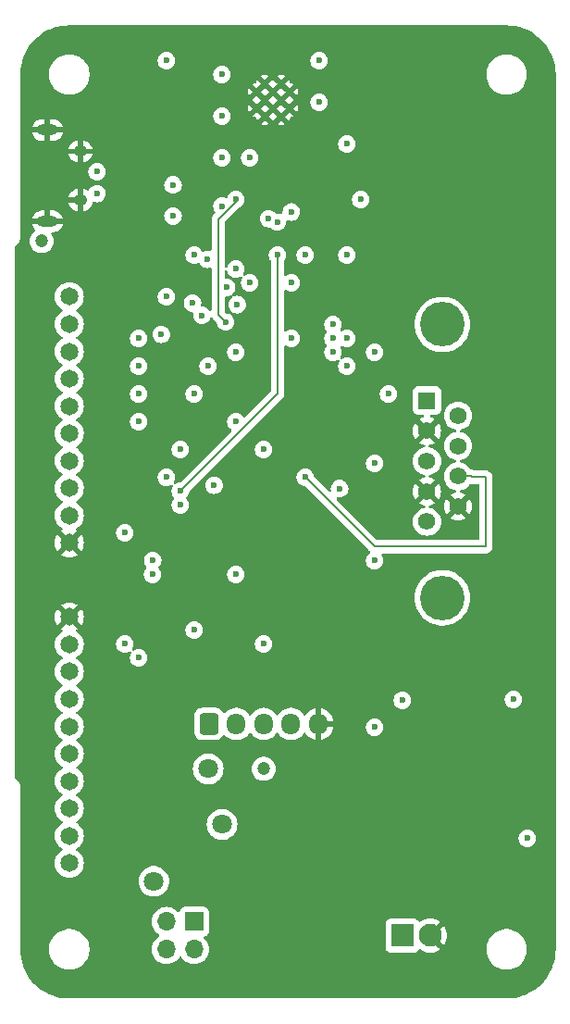
<source format=gbr>
%TF.GenerationSoftware,KiCad,Pcbnew,8.0.5*%
%TF.CreationDate,2024-10-10T20:32:43-06:00*%
%TF.ProjectId,PancakeCNCPCB,50616e63-616b-4654-934e-435043422e6b,rev?*%
%TF.SameCoordinates,Original*%
%TF.FileFunction,Copper,L3,Inr*%
%TF.FilePolarity,Positive*%
%FSLAX46Y46*%
G04 Gerber Fmt 4.6, Leading zero omitted, Abs format (unit mm)*
G04 Created by KiCad (PCBNEW 8.0.5) date 2024-10-10 20:32:43*
%MOMM*%
%LPD*%
G01*
G04 APERTURE LIST*
G04 Aperture macros list*
%AMRoundRect*
0 Rectangle with rounded corners*
0 $1 Rounding radius*
0 $2 $3 $4 $5 $6 $7 $8 $9 X,Y pos of 4 corners*
0 Add a 4 corners polygon primitive as box body*
4,1,4,$2,$3,$4,$5,$6,$7,$8,$9,$2,$3,0*
0 Add four circle primitives for the rounded corners*
1,1,$1+$1,$2,$3*
1,1,$1+$1,$4,$5*
1,1,$1+$1,$6,$7*
1,1,$1+$1,$8,$9*
0 Add four rect primitives between the rounded corners*
20,1,$1+$1,$2,$3,$4,$5,0*
20,1,$1+$1,$4,$5,$6,$7,0*
20,1,$1+$1,$6,$7,$8,$9,0*
20,1,$1+$1,$8,$9,$2,$3,0*%
G04 Aperture macros list end*
%TA.AperFunction,ComponentPad*%
%ADD10C,0.600000*%
%TD*%
%TA.AperFunction,ComponentPad*%
%ADD11O,1.900000X1.000000*%
%TD*%
%TA.AperFunction,ComponentPad*%
%ADD12O,1.250000X1.050000*%
%TD*%
%TA.AperFunction,ComponentPad*%
%ADD13R,1.700000X1.700000*%
%TD*%
%TA.AperFunction,ComponentPad*%
%ADD14O,1.700000X1.700000*%
%TD*%
%TA.AperFunction,ComponentPad*%
%ADD15C,1.651000*%
%TD*%
%TA.AperFunction,ComponentPad*%
%ADD16R,1.575000X1.575000*%
%TD*%
%TA.AperFunction,ComponentPad*%
%ADD17C,1.575000*%
%TD*%
%TA.AperFunction,ComponentPad*%
%ADD18C,4.066000*%
%TD*%
%TA.AperFunction,ComponentPad*%
%ADD19RoundRect,0.250000X-0.600000X-0.725000X0.600000X-0.725000X0.600000X0.725000X-0.600000X0.725000X0*%
%TD*%
%TA.AperFunction,ComponentPad*%
%ADD20O,1.700000X1.950000*%
%TD*%
%TA.AperFunction,ComponentPad*%
%ADD21R,2.100000X2.100000*%
%TD*%
%TA.AperFunction,ComponentPad*%
%ADD22C,2.100000*%
%TD*%
%TA.AperFunction,ViaPad*%
%ADD23C,1.800000*%
%TD*%
%TA.AperFunction,ViaPad*%
%ADD24C,0.600000*%
%TD*%
%TA.AperFunction,ViaPad*%
%ADD25C,1.200000*%
%TD*%
%TA.AperFunction,Conductor*%
%ADD26C,0.200000*%
%TD*%
G04 APERTURE END LIST*
D10*
%TO.N,GND*%
%TO.C,U2*%
X50140000Y-52590000D03*
X50140000Y-54090000D03*
X50890000Y-51840000D03*
X50890000Y-53340000D03*
X50890000Y-54840000D03*
X51640000Y-52590000D03*
X51640000Y-54090000D03*
X52390000Y-51840000D03*
X52390000Y-53340000D03*
X52390000Y-54840000D03*
X53140000Y-52590000D03*
X53140000Y-54090000D03*
%TD*%
D11*
%TO.N,GND*%
%TO.C,J1*%
X31000000Y-64430000D03*
D12*
X34000000Y-62480000D03*
X34000000Y-58030000D03*
D11*
X31000000Y-56080000D03*
%TD*%
D13*
%TO.N,+12V*%
%TO.C,J7*%
X44430000Y-128470000D03*
D14*
%TO.N,VBUS*%
X41890000Y-128470000D03*
%TO.N,Net-(J7-Pin_b1)*%
X44430000Y-131010000D03*
X41890000Y-131010000D03*
%TD*%
D15*
%TO.N,Net-(J4-Pin_1)*%
%TO.C,J4*%
X33000000Y-71320000D03*
%TO.N,Net-(J4-Pin_2)*%
X33000000Y-73820000D03*
%TO.N,Net-(J4-Pin_3)*%
X33000000Y-76320000D03*
%TO.N,Net-(J4-Pin_4)*%
X33000000Y-78820000D03*
%TO.N,Net-(J4-Pin_5)*%
X33000000Y-81320000D03*
%TO.N,Net-(J4-Pin_6)*%
X33000000Y-83820000D03*
%TO.N,Net-(J4-Pin_7)*%
X33000000Y-86320000D03*
%TO.N,Net-(J4-Pin_8)*%
X33000000Y-88820000D03*
%TO.N,+3.3V*%
X33000000Y-91320000D03*
%TO.N,GND*%
X33000000Y-93820000D03*
%TD*%
%TO.N,Net-(J5-Pin_10)*%
%TO.C,J5*%
X33000000Y-123110000D03*
%TO.N,Net-(J5-Pin_9)*%
X33000000Y-120610000D03*
%TO.N,Net-(J5-Pin_8)*%
X33000000Y-118110000D03*
%TO.N,Net-(J5-Pin_7)*%
X33000000Y-115610000D03*
%TO.N,Net-(J5-Pin_6)*%
X33000000Y-113110000D03*
%TO.N,Net-(J5-Pin_5)*%
X33000000Y-110610000D03*
%TO.N,Net-(J5-Pin_4)*%
X33000000Y-108110000D03*
%TO.N,+5V*%
X33000000Y-105610000D03*
%TO.N,+3.3V*%
X33000000Y-103110000D03*
%TO.N,GND*%
X33000000Y-100610000D03*
%TD*%
D16*
%TO.N,Net-(U2-IO15)*%
%TO.C,J2*%
X65727500Y-80815000D03*
D17*
%TO.N,GND*%
X65727500Y-83585000D03*
%TO.N,Net-(U2-IO16)*%
X65727500Y-86355000D03*
%TO.N,GND*%
X65727500Y-89125000D03*
%TO.N,unconnected-(J2-Pad5)*%
X65727500Y-91895000D03*
%TO.N,unconnected-(J2-Pad6)*%
X68567500Y-82200000D03*
%TO.N,Net-(U6-B2)*%
X68567500Y-84970000D03*
%TO.N,+5V*%
X68567500Y-87740000D03*
%TO.N,GND*%
X68567500Y-90510000D03*
D18*
%TO.N,N/C*%
X67147500Y-98850000D03*
X67147500Y-73860000D03*
%TD*%
D19*
%TO.N,Net-(J6-Pin_1)*%
%TO.C,J6*%
X45780000Y-110390000D03*
D20*
%TO.N,Net-(J6-Pin_2)*%
X48280000Y-110390000D03*
%TO.N,Net-(J6-Pin_3)*%
X50780000Y-110390000D03*
%TO.N,+5V*%
X53280000Y-110390000D03*
%TO.N,GND*%
X55780000Y-110390000D03*
%TD*%
D21*
%TO.N,+12V*%
%TO.C,J3*%
X63480000Y-129740000D03*
D22*
%TO.N,GND*%
X66020000Y-129740000D03*
%TD*%
D23*
%TO.N,+3.3V*%
X45700000Y-114500000D03*
D24*
%TO.N,Net-(D4-A2)*%
X42490000Y-61096857D03*
X35540000Y-59890000D03*
%TO.N,GND*%
X57130000Y-48460000D03*
X40620000Y-48460000D03*
%TO.N,+3.3V*%
X41890000Y-49730000D03*
%TO.N,Net-(D3-A1)*%
X47300000Y-73646471D03*
%TO.N,Net-(D4-A2)*%
X42490000Y-63935834D03*
X41410616Y-74760854D03*
%TO.N,Net-(J5-Pin_9)*%
X59670000Y-62430000D03*
X44272510Y-71898961D03*
%TO.N,Net-(J5-Pin_7)*%
X46970000Y-63030000D03*
X41890000Y-71320000D03*
%TO.N,Net-(U2-IO15)*%
X60940000Y-76400000D03*
X57130000Y-75130000D03*
X58400000Y-67510000D03*
X58400000Y-57350000D03*
%TO.N,Net-(U2-IO16)*%
X57130000Y-73860000D03*
%TO.N,Net-(U2-IO15)*%
X62210000Y-80210000D03*
%TO.N,Net-(U2-IO17)*%
X49510000Y-58620000D03*
X48364265Y-72044265D03*
%TO.N,Net-(SW1A-D)*%
X46970000Y-51000000D03*
X45123909Y-73018016D03*
X47394265Y-70474265D03*
X45630000Y-67908446D03*
%TO.N,+5V*%
X54590000Y-87830000D03*
%TO.N,Net-(U6-B2)*%
X60940000Y-86560000D03*
%TO.N,Net-(U2-IO21)*%
X43160000Y-90370000D03*
X46970000Y-54810000D03*
%TO.N,Net-(U2-IO12)*%
X52050000Y-67510000D03*
X43160000Y-89100000D03*
%TO.N,Net-(J6-Pin_3)*%
X46970000Y-58620000D03*
X48240000Y-96720000D03*
%TO.N,Net-(J6-Pin_2)*%
X52050000Y-64499998D03*
%TO.N,Net-(J6-Pin_1)*%
X51233620Y-64176418D03*
%TO.N,Net-(SW1A-D)*%
X43160000Y-85290000D03*
X41890000Y-87830000D03*
%TO.N,Net-(U2-IO3)*%
X44430000Y-67510000D03*
X63480000Y-108230000D03*
X38080000Y-92910000D03*
X60940000Y-95450000D03*
%TO.N,Net-(J5-Pin_9)*%
X57730000Y-88870389D03*
X50780000Y-103070000D03*
%TO.N,Net-(J5-Pin_8)*%
X44430000Y-80210000D03*
X40630243Y-95439756D03*
%TO.N,Net-(J5-Pin_7)*%
X50780000Y-85290000D03*
X40620000Y-96720000D03*
%TO.N,Net-(J5-Pin_6)*%
X44430000Y-101800000D03*
X57130000Y-76400000D03*
%TO.N,Net-(J5-Pin_5)*%
X55860000Y-53540000D03*
X39350000Y-104340000D03*
D23*
%TO.N,GND*%
X38080000Y-124660000D03*
%TO.N,Net-(J7-Pin_b1)*%
X46970000Y-119580000D03*
%TO.N,+3.3V*%
X40728859Y-124768859D03*
D24*
%TO.N,GND*%
X74910000Y-118310000D03*
%TO.N,+3.3V*%
X60940000Y-110690000D03*
%TO.N,GND*%
X60940000Y-111960000D03*
%TO.N,+3.3V*%
X73640000Y-108150000D03*
%TO.N,GND*%
X71100000Y-108150000D03*
X67290000Y-120850000D03*
X74910000Y-123390000D03*
%TO.N,+3.3V*%
X74910000Y-120850000D03*
D25*
%TO.N,+12V*%
X50780000Y-114500000D03*
D24*
%TO.N,GND*%
X52050000Y-99260000D03*
X44430000Y-76400000D03*
X46386762Y-92430021D03*
%TO.N,+3.3V*%
X46235542Y-88563124D03*
%TO.N,GND*%
X30460000Y-62430000D03*
X41890000Y-82750000D03*
%TO.N,+3.3V*%
X48240000Y-82750000D03*
%TO.N,GND*%
X59670000Y-82750000D03*
X50780000Y-75130000D03*
%TO.N,+3.3V*%
X58400000Y-77670000D03*
X58400000Y-75130000D03*
%TO.N,GND*%
X54590000Y-77670000D03*
%TO.N,+3.3V*%
X53320000Y-75130000D03*
X48240000Y-76400000D03*
%TO.N,Net-(J4-Pin_8)*%
X54590000Y-67510000D03*
X39350000Y-82750000D03*
%TO.N,Net-(J4-Pin_5)*%
X53308185Y-63576418D03*
X39350000Y-75130000D03*
%TO.N,Net-(J4-Pin_6)*%
X39350000Y-77670000D03*
X48240000Y-68780000D03*
%TO.N,Net-(J4-Pin_7)*%
X49510000Y-70050000D03*
X39350000Y-80210000D03*
%TO.N,Net-(D3-A1)*%
X35540000Y-61895000D03*
X48240000Y-62430000D03*
D25*
%TO.N,VBUS*%
X30460000Y-66240000D03*
D24*
%TO.N,Net-(J5-Pin_8)*%
X45700000Y-77670000D03*
X53320000Y-70050000D03*
%TO.N,Net-(J5-Pin_4)*%
X55860000Y-49730000D03*
X38080000Y-103070000D03*
%TD*%
D26*
%TO.N,Net-(D3-A1)*%
X47300000Y-73646471D02*
X46618530Y-72965001D01*
X46618530Y-72965001D02*
X46618530Y-64229999D01*
X48240000Y-62608529D02*
X48240000Y-62430000D01*
X46618530Y-64229999D02*
X48240000Y-62608529D01*
%TO.N,+5V*%
X71100000Y-94180000D02*
X71100000Y-87830000D01*
X60940000Y-94180000D02*
X71100000Y-94180000D01*
X54590000Y-87830000D02*
X60940000Y-94180000D01*
X69740000Y-87740000D02*
X68567500Y-87740000D01*
X71100000Y-87830000D02*
X69830000Y-87830000D01*
X69830000Y-87830000D02*
X69740000Y-87740000D01*
%TO.N,Net-(U2-IO12)*%
X43160000Y-89100000D02*
X52050000Y-80210000D01*
X52050000Y-80210000D02*
X52050000Y-67510000D01*
%TD*%
%TA.AperFunction,Conductor*%
%TO.N,GND*%
G36*
X73002702Y-46500617D02*
G01*
X73386771Y-46517386D01*
X73397506Y-46518326D01*
X73775971Y-46568152D01*
X73786597Y-46570025D01*
X74159284Y-46652648D01*
X74169710Y-46655442D01*
X74533765Y-46770227D01*
X74543911Y-46773920D01*
X74896578Y-46920000D01*
X74906369Y-46924566D01*
X75244942Y-47100816D01*
X75254310Y-47106224D01*
X75576244Y-47311318D01*
X75585105Y-47317523D01*
X75887930Y-47549889D01*
X75896217Y-47556843D01*
X76177635Y-47814715D01*
X76185284Y-47822364D01*
X76443156Y-48103782D01*
X76450110Y-48112069D01*
X76682476Y-48414894D01*
X76688681Y-48423755D01*
X76893775Y-48745689D01*
X76899183Y-48755057D01*
X77075430Y-49093623D01*
X77080002Y-49103427D01*
X77226075Y-49456078D01*
X77229775Y-49466244D01*
X77344554Y-49830278D01*
X77347354Y-49840727D01*
X77429971Y-50213389D01*
X77431849Y-50224042D01*
X77481671Y-50602473D01*
X77482614Y-50613249D01*
X77499382Y-50997297D01*
X77499500Y-51002706D01*
X77499500Y-130997293D01*
X77499382Y-131002702D01*
X77482614Y-131386750D01*
X77481671Y-131397526D01*
X77431849Y-131775957D01*
X77429971Y-131786610D01*
X77347354Y-132159272D01*
X77344554Y-132169721D01*
X77229775Y-132533755D01*
X77226075Y-132543921D01*
X77080002Y-132896572D01*
X77075430Y-132906376D01*
X76899183Y-133244942D01*
X76893775Y-133254310D01*
X76688681Y-133576244D01*
X76682476Y-133585105D01*
X76450110Y-133887930D01*
X76443156Y-133896217D01*
X76185284Y-134177635D01*
X76177635Y-134185284D01*
X75896217Y-134443156D01*
X75887930Y-134450110D01*
X75585105Y-134682476D01*
X75576244Y-134688681D01*
X75254310Y-134893775D01*
X75244942Y-134899183D01*
X74906376Y-135075430D01*
X74896572Y-135080002D01*
X74543921Y-135226075D01*
X74533755Y-135229775D01*
X74169721Y-135344554D01*
X74159272Y-135347354D01*
X73786610Y-135429971D01*
X73775957Y-135431849D01*
X73397526Y-135481671D01*
X73386750Y-135482614D01*
X73002703Y-135499382D01*
X72997294Y-135499500D01*
X33002706Y-135499500D01*
X32997297Y-135499382D01*
X32613249Y-135482614D01*
X32602473Y-135481671D01*
X32224042Y-135431849D01*
X32213389Y-135429971D01*
X31840727Y-135347354D01*
X31830278Y-135344554D01*
X31466244Y-135229775D01*
X31456078Y-135226075D01*
X31103427Y-135080002D01*
X31093623Y-135075430D01*
X30755057Y-134899183D01*
X30745689Y-134893775D01*
X30423755Y-134688681D01*
X30414894Y-134682476D01*
X30112069Y-134450110D01*
X30103782Y-134443156D01*
X29822364Y-134185284D01*
X29814715Y-134177635D01*
X29556843Y-133896217D01*
X29549889Y-133887930D01*
X29317523Y-133585105D01*
X29311318Y-133576244D01*
X29106224Y-133254310D01*
X29100816Y-133244942D01*
X28924569Y-132906376D01*
X28919997Y-132896572D01*
X28773920Y-132543911D01*
X28770224Y-132533755D01*
X28655442Y-132169710D01*
X28652648Y-132159284D01*
X28570025Y-131786597D01*
X28568152Y-131775971D01*
X28518326Y-131397506D01*
X28517386Y-131386771D01*
X28500618Y-131002702D01*
X28500500Y-130997293D01*
X28500500Y-130878711D01*
X31149500Y-130878711D01*
X31149500Y-131121288D01*
X31181161Y-131361785D01*
X31243947Y-131596104D01*
X31336773Y-131820205D01*
X31336776Y-131820212D01*
X31458064Y-132030289D01*
X31458066Y-132030292D01*
X31458067Y-132030293D01*
X31605733Y-132222736D01*
X31605739Y-132222743D01*
X31777256Y-132394260D01*
X31777262Y-132394265D01*
X31969711Y-132541936D01*
X32179788Y-132663224D01*
X32403900Y-132756054D01*
X32638211Y-132818838D01*
X32818586Y-132842584D01*
X32878711Y-132850500D01*
X32878712Y-132850500D01*
X33121289Y-132850500D01*
X33169388Y-132844167D01*
X33361789Y-132818838D01*
X33596100Y-132756054D01*
X33820212Y-132663224D01*
X34030289Y-132541936D01*
X34222738Y-132394265D01*
X34394265Y-132222738D01*
X34541936Y-132030289D01*
X34663224Y-131820212D01*
X34756054Y-131596100D01*
X34818838Y-131361789D01*
X34850500Y-131121288D01*
X34850500Y-130878712D01*
X34818838Y-130638211D01*
X34756054Y-130403900D01*
X34663224Y-130179788D01*
X34541936Y-129969711D01*
X34394265Y-129777262D01*
X34394260Y-129777256D01*
X34222743Y-129605739D01*
X34222736Y-129605733D01*
X34030293Y-129458067D01*
X34030292Y-129458066D01*
X34030289Y-129458064D01*
X33848458Y-129353084D01*
X33820214Y-129336777D01*
X33820205Y-129336773D01*
X33596104Y-129243947D01*
X33478944Y-129212554D01*
X33361789Y-129181162D01*
X33361788Y-129181161D01*
X33361785Y-129181161D01*
X33121289Y-129149500D01*
X33121288Y-129149500D01*
X32878712Y-129149500D01*
X32878711Y-129149500D01*
X32638214Y-129181161D01*
X32403895Y-129243947D01*
X32179794Y-129336773D01*
X32179785Y-129336777D01*
X31969706Y-129458067D01*
X31777263Y-129605733D01*
X31777256Y-129605739D01*
X31605739Y-129777256D01*
X31605733Y-129777263D01*
X31458067Y-129969706D01*
X31336777Y-130179785D01*
X31336773Y-130179794D01*
X31243947Y-130403895D01*
X31181161Y-130638214D01*
X31149500Y-130878711D01*
X28500500Y-130878711D01*
X28500500Y-128469999D01*
X40534341Y-128469999D01*
X40534341Y-128470000D01*
X40554936Y-128705403D01*
X40554938Y-128705413D01*
X40616094Y-128933655D01*
X40616096Y-128933659D01*
X40616097Y-128933663D01*
X40700499Y-129114663D01*
X40715965Y-129147830D01*
X40715967Y-129147834D01*
X40822439Y-129299890D01*
X40848264Y-129336773D01*
X40851501Y-129341395D01*
X40851506Y-129341402D01*
X41018597Y-129508493D01*
X41018603Y-129508498D01*
X41204158Y-129638425D01*
X41247783Y-129693002D01*
X41254977Y-129762500D01*
X41223454Y-129824855D01*
X41204158Y-129841575D01*
X41018597Y-129971505D01*
X40851505Y-130138597D01*
X40715965Y-130332169D01*
X40715964Y-130332171D01*
X40616098Y-130546335D01*
X40616094Y-130546344D01*
X40554938Y-130774586D01*
X40554936Y-130774596D01*
X40534341Y-131009999D01*
X40534341Y-131010000D01*
X40554936Y-131245403D01*
X40554938Y-131245413D01*
X40616094Y-131473655D01*
X40616096Y-131473659D01*
X40616097Y-131473663D01*
X40696004Y-131645023D01*
X40715965Y-131687830D01*
X40715967Y-131687834D01*
X40808655Y-131820205D01*
X40851505Y-131881401D01*
X41018599Y-132048495D01*
X41115384Y-132116265D01*
X41212165Y-132184032D01*
X41212167Y-132184033D01*
X41212170Y-132184035D01*
X41426337Y-132283903D01*
X41654592Y-132345063D01*
X41842918Y-132361539D01*
X41889999Y-132365659D01*
X41890000Y-132365659D01*
X41890001Y-132365659D01*
X41929234Y-132362226D01*
X42125408Y-132345063D01*
X42353663Y-132283903D01*
X42567830Y-132184035D01*
X42761401Y-132048495D01*
X42928495Y-131881401D01*
X43058425Y-131695842D01*
X43113002Y-131652217D01*
X43182500Y-131645023D01*
X43244855Y-131676546D01*
X43261575Y-131695842D01*
X43391500Y-131881395D01*
X43391505Y-131881401D01*
X43558599Y-132048495D01*
X43655384Y-132116265D01*
X43752165Y-132184032D01*
X43752167Y-132184033D01*
X43752170Y-132184035D01*
X43966337Y-132283903D01*
X44194592Y-132345063D01*
X44382918Y-132361539D01*
X44429999Y-132365659D01*
X44430000Y-132365659D01*
X44430001Y-132365659D01*
X44469234Y-132362226D01*
X44665408Y-132345063D01*
X44893663Y-132283903D01*
X45107830Y-132184035D01*
X45301401Y-132048495D01*
X45468495Y-131881401D01*
X45604035Y-131687830D01*
X45703903Y-131473663D01*
X45765063Y-131245408D01*
X45785659Y-131010000D01*
X45785020Y-131002702D01*
X45775815Y-130897483D01*
X45765063Y-130774592D01*
X45703903Y-130546337D01*
X45604035Y-130332171D01*
X45598424Y-130324158D01*
X45468496Y-130138600D01*
X45407604Y-130077708D01*
X45346567Y-130016671D01*
X45313084Y-129955351D01*
X45318068Y-129885659D01*
X45359939Y-129829725D01*
X45390915Y-129812810D01*
X45522331Y-129763796D01*
X45637546Y-129677546D01*
X45723796Y-129562331D01*
X45774091Y-129427483D01*
X45780500Y-129367873D01*
X45780500Y-128642135D01*
X61929500Y-128642135D01*
X61929500Y-130837870D01*
X61929501Y-130837876D01*
X61935908Y-130897483D01*
X61986202Y-131032328D01*
X61986206Y-131032335D01*
X62072452Y-131147544D01*
X62072455Y-131147547D01*
X62187664Y-131233793D01*
X62187671Y-131233797D01*
X62322517Y-131284091D01*
X62322516Y-131284091D01*
X62329444Y-131284835D01*
X62382127Y-131290500D01*
X64577872Y-131290499D01*
X64637483Y-131284091D01*
X64772331Y-131233796D01*
X64887546Y-131147546D01*
X64965387Y-131043562D01*
X65021319Y-131001694D01*
X65091010Y-130996710D01*
X65129442Y-131012149D01*
X65314138Y-131125331D01*
X65539542Y-131218696D01*
X65776780Y-131275651D01*
X65776779Y-131275651D01*
X66020000Y-131294792D01*
X66263219Y-131275651D01*
X66500457Y-131218696D01*
X66725861Y-131125331D01*
X66927941Y-131001495D01*
X66927941Y-131001494D01*
X66805158Y-130878711D01*
X71149500Y-130878711D01*
X71149500Y-131121288D01*
X71181161Y-131361785D01*
X71243947Y-131596104D01*
X71336773Y-131820205D01*
X71336776Y-131820212D01*
X71458064Y-132030289D01*
X71458066Y-132030292D01*
X71458067Y-132030293D01*
X71605733Y-132222736D01*
X71605739Y-132222743D01*
X71777256Y-132394260D01*
X71777262Y-132394265D01*
X71969711Y-132541936D01*
X72179788Y-132663224D01*
X72403900Y-132756054D01*
X72638211Y-132818838D01*
X72818586Y-132842584D01*
X72878711Y-132850500D01*
X72878712Y-132850500D01*
X73121289Y-132850500D01*
X73169388Y-132844167D01*
X73361789Y-132818838D01*
X73596100Y-132756054D01*
X73820212Y-132663224D01*
X74030289Y-132541936D01*
X74222738Y-132394265D01*
X74394265Y-132222738D01*
X74541936Y-132030289D01*
X74663224Y-131820212D01*
X74756054Y-131596100D01*
X74818838Y-131361789D01*
X74850500Y-131121288D01*
X74850500Y-130878712D01*
X74818838Y-130638211D01*
X74756054Y-130403900D01*
X74663224Y-130179788D01*
X74541936Y-129969711D01*
X74394265Y-129777262D01*
X74394260Y-129777256D01*
X74222743Y-129605739D01*
X74222736Y-129605733D01*
X74030293Y-129458067D01*
X74030292Y-129458066D01*
X74030289Y-129458064D01*
X73848458Y-129353084D01*
X73820214Y-129336777D01*
X73820205Y-129336773D01*
X73596104Y-129243947D01*
X73478944Y-129212554D01*
X73361789Y-129181162D01*
X73361788Y-129181161D01*
X73361785Y-129181161D01*
X73121289Y-129149500D01*
X73121288Y-129149500D01*
X72878712Y-129149500D01*
X72878711Y-129149500D01*
X72638214Y-129181161D01*
X72403895Y-129243947D01*
X72179794Y-129336773D01*
X72179785Y-129336777D01*
X71969706Y-129458067D01*
X71777263Y-129605733D01*
X71777256Y-129605739D01*
X71605739Y-129777256D01*
X71605733Y-129777263D01*
X71458067Y-129969706D01*
X71336777Y-130179785D01*
X71336773Y-130179794D01*
X71243947Y-130403895D01*
X71181161Y-130638214D01*
X71149500Y-130878711D01*
X66805158Y-130878711D01*
X66190234Y-130263787D01*
X66232292Y-130252518D01*
X66357708Y-130180110D01*
X66460110Y-130077708D01*
X66532518Y-129952292D01*
X66543787Y-129910234D01*
X67281494Y-130647941D01*
X67281495Y-130647941D01*
X67405331Y-130445861D01*
X67498696Y-130220457D01*
X67555651Y-129983219D01*
X67574792Y-129740000D01*
X67555651Y-129496780D01*
X67498696Y-129259542D01*
X67405331Y-129034138D01*
X67281494Y-128832057D01*
X66543787Y-129569764D01*
X66532518Y-129527708D01*
X66460110Y-129402292D01*
X66357708Y-129299890D01*
X66232292Y-129227482D01*
X66190234Y-129216212D01*
X66927941Y-128478504D01*
X66725861Y-128354668D01*
X66500457Y-128261303D01*
X66263219Y-128204348D01*
X66263220Y-128204348D01*
X66020000Y-128185207D01*
X65776780Y-128204348D01*
X65539542Y-128261303D01*
X65314140Y-128354667D01*
X65129441Y-128467851D01*
X65061996Y-128486095D01*
X64995393Y-128464978D01*
X64965385Y-128436434D01*
X64887546Y-128332454D01*
X64864709Y-128315358D01*
X64772335Y-128246206D01*
X64772328Y-128246202D01*
X64637482Y-128195908D01*
X64637483Y-128195908D01*
X64577883Y-128189501D01*
X64577881Y-128189500D01*
X64577873Y-128189500D01*
X64577864Y-128189500D01*
X62382129Y-128189500D01*
X62382123Y-128189501D01*
X62322516Y-128195908D01*
X62187671Y-128246202D01*
X62187664Y-128246206D01*
X62072455Y-128332452D01*
X62072452Y-128332455D01*
X61986206Y-128447664D01*
X61986202Y-128447671D01*
X61935908Y-128582517D01*
X61929501Y-128642116D01*
X61929500Y-128642135D01*
X45780500Y-128642135D01*
X45780499Y-127572128D01*
X45774091Y-127512517D01*
X45772810Y-127509083D01*
X45723797Y-127377671D01*
X45723793Y-127377664D01*
X45637547Y-127262455D01*
X45637544Y-127262452D01*
X45522335Y-127176206D01*
X45522328Y-127176202D01*
X45387482Y-127125908D01*
X45387483Y-127125908D01*
X45327883Y-127119501D01*
X45327881Y-127119500D01*
X45327873Y-127119500D01*
X45327864Y-127119500D01*
X43532129Y-127119500D01*
X43532123Y-127119501D01*
X43472516Y-127125908D01*
X43337671Y-127176202D01*
X43337664Y-127176206D01*
X43222455Y-127262452D01*
X43222452Y-127262455D01*
X43136206Y-127377664D01*
X43136203Y-127377669D01*
X43087189Y-127509083D01*
X43045317Y-127565016D01*
X42979853Y-127589433D01*
X42911580Y-127574581D01*
X42883326Y-127553430D01*
X42761402Y-127431506D01*
X42761395Y-127431501D01*
X42567834Y-127295967D01*
X42567830Y-127295965D01*
X42567828Y-127295964D01*
X42353663Y-127196097D01*
X42353659Y-127196096D01*
X42353655Y-127196094D01*
X42125413Y-127134938D01*
X42125403Y-127134936D01*
X41890001Y-127114341D01*
X41889999Y-127114341D01*
X41654596Y-127134936D01*
X41654586Y-127134938D01*
X41426344Y-127196094D01*
X41426335Y-127196098D01*
X41212171Y-127295964D01*
X41212169Y-127295965D01*
X41018597Y-127431505D01*
X40851505Y-127598597D01*
X40715965Y-127792169D01*
X40715964Y-127792171D01*
X40616098Y-128006335D01*
X40616094Y-128006344D01*
X40554938Y-128234586D01*
X40554936Y-128234596D01*
X40534341Y-128469999D01*
X28500500Y-128469999D01*
X28500500Y-124768852D01*
X39323559Y-124768852D01*
X39323559Y-124768865D01*
X39342723Y-125000156D01*
X39342725Y-125000167D01*
X39399701Y-125225159D01*
X39492934Y-125437707D01*
X39619875Y-125632006D01*
X39619878Y-125632010D01*
X39619880Y-125632012D01*
X39777075Y-125802772D01*
X39777078Y-125802774D01*
X39777081Y-125802777D01*
X39960224Y-125945323D01*
X39960230Y-125945327D01*
X39960233Y-125945329D01*
X40164356Y-126055795D01*
X40278346Y-126094927D01*
X40383874Y-126131156D01*
X40383876Y-126131156D01*
X40383878Y-126131157D01*
X40612810Y-126169359D01*
X40612811Y-126169359D01*
X40844907Y-126169359D01*
X40844908Y-126169359D01*
X41073840Y-126131157D01*
X41293362Y-126055795D01*
X41497485Y-125945329D01*
X41680643Y-125802772D01*
X41837838Y-125632012D01*
X41964783Y-125437708D01*
X42058016Y-125225159D01*
X42114993Y-125000164D01*
X42134159Y-124768859D01*
X42134159Y-124768852D01*
X42114994Y-124537561D01*
X42114992Y-124537550D01*
X42058016Y-124312558D01*
X41964783Y-124100010D01*
X41837842Y-123905711D01*
X41837839Y-123905708D01*
X41837838Y-123905706D01*
X41680643Y-123734946D01*
X41680638Y-123734942D01*
X41680636Y-123734940D01*
X41497493Y-123592394D01*
X41497487Y-123592390D01*
X41293363Y-123481923D01*
X41293354Y-123481920D01*
X41073843Y-123406561D01*
X40902141Y-123377909D01*
X40844908Y-123368359D01*
X40612810Y-123368359D01*
X40567023Y-123375999D01*
X40383874Y-123406561D01*
X40164363Y-123481920D01*
X40164354Y-123481923D01*
X39960230Y-123592390D01*
X39960224Y-123592394D01*
X39777081Y-123734940D01*
X39777078Y-123734943D01*
X39619875Y-123905711D01*
X39492934Y-124100010D01*
X39399701Y-124312558D01*
X39342725Y-124537550D01*
X39342723Y-124537561D01*
X39323559Y-124768852D01*
X28500500Y-124768852D01*
X28500500Y-115934110D01*
X28500500Y-115934108D01*
X28466392Y-115806814D01*
X28400500Y-115692686D01*
X28307314Y-115599500D01*
X28036319Y-115328505D01*
X28002834Y-115267182D01*
X28000000Y-115240824D01*
X28000000Y-103109999D01*
X31668935Y-103109999D01*
X31668935Y-103110000D01*
X31689156Y-103341132D01*
X31689158Y-103341142D01*
X31749205Y-103565243D01*
X31749207Y-103565247D01*
X31749208Y-103565251D01*
X31790103Y-103652950D01*
X31847263Y-103775532D01*
X31847264Y-103775533D01*
X31980345Y-103965592D01*
X32144408Y-104129655D01*
X32328311Y-104258426D01*
X32371936Y-104313002D01*
X32379128Y-104382501D01*
X32347606Y-104444855D01*
X32328310Y-104461575D01*
X32144406Y-104590345D01*
X31980345Y-104754406D01*
X31847266Y-104944463D01*
X31847264Y-104944467D01*
X31749209Y-105154747D01*
X31749205Y-105154756D01*
X31689158Y-105378857D01*
X31689156Y-105378867D01*
X31668935Y-105609999D01*
X31668935Y-105610000D01*
X31689156Y-105841132D01*
X31689158Y-105841142D01*
X31749205Y-106065243D01*
X31749207Y-106065247D01*
X31749208Y-106065251D01*
X31798236Y-106170392D01*
X31847263Y-106275532D01*
X31847264Y-106275533D01*
X31980345Y-106465592D01*
X32144408Y-106629655D01*
X32328311Y-106758426D01*
X32371936Y-106813002D01*
X32379128Y-106882501D01*
X32347606Y-106944855D01*
X32328310Y-106961575D01*
X32144406Y-107090345D01*
X31980345Y-107254406D01*
X31847266Y-107444463D01*
X31847264Y-107444467D01*
X31749209Y-107654747D01*
X31749205Y-107654756D01*
X31689158Y-107878857D01*
X31689156Y-107878867D01*
X31668935Y-108109999D01*
X31668935Y-108110000D01*
X31689156Y-108341132D01*
X31689158Y-108341142D01*
X31749205Y-108565243D01*
X31749207Y-108565247D01*
X31749208Y-108565251D01*
X31789782Y-108652262D01*
X31847263Y-108775532D01*
X31847264Y-108775533D01*
X31980345Y-108965592D01*
X32144408Y-109129655D01*
X32328311Y-109258426D01*
X32371936Y-109313002D01*
X32379128Y-109382501D01*
X32347606Y-109444855D01*
X32328310Y-109461575D01*
X32144406Y-109590345D01*
X31980345Y-109754406D01*
X31847266Y-109944463D01*
X31847264Y-109944467D01*
X31749209Y-110154747D01*
X31749205Y-110154756D01*
X31689158Y-110378857D01*
X31689156Y-110378867D01*
X31668935Y-110609999D01*
X31668935Y-110610000D01*
X31689156Y-110841132D01*
X31689158Y-110841142D01*
X31749205Y-111065243D01*
X31749207Y-111065247D01*
X31749208Y-111065251D01*
X31749507Y-111065892D01*
X31847263Y-111275532D01*
X31847264Y-111275533D01*
X31980345Y-111465592D01*
X32144408Y-111629655D01*
X32328311Y-111758426D01*
X32371936Y-111813002D01*
X32379128Y-111882501D01*
X32347606Y-111944855D01*
X32328310Y-111961575D01*
X32144406Y-112090345D01*
X31980345Y-112254406D01*
X31847266Y-112444463D01*
X31847264Y-112444467D01*
X31749209Y-112654747D01*
X31749205Y-112654756D01*
X31689158Y-112878857D01*
X31689156Y-112878867D01*
X31668935Y-113109999D01*
X31668935Y-113110000D01*
X31689156Y-113341132D01*
X31689158Y-113341142D01*
X31749205Y-113565243D01*
X31749207Y-113565247D01*
X31749208Y-113565251D01*
X31773813Y-113618017D01*
X31847263Y-113775532D01*
X31847264Y-113775533D01*
X31980345Y-113965592D01*
X32144408Y-114129655D01*
X32328311Y-114258426D01*
X32371936Y-114313002D01*
X32379128Y-114382501D01*
X32347606Y-114444855D01*
X32328310Y-114461575D01*
X32144406Y-114590345D01*
X31980345Y-114754406D01*
X31847266Y-114944463D01*
X31847264Y-114944467D01*
X31749209Y-115154747D01*
X31749205Y-115154756D01*
X31689158Y-115378857D01*
X31689156Y-115378867D01*
X31668935Y-115609999D01*
X31668935Y-115610000D01*
X31689156Y-115841132D01*
X31689158Y-115841142D01*
X31749205Y-116065243D01*
X31749207Y-116065247D01*
X31749208Y-116065251D01*
X31798236Y-116170392D01*
X31847263Y-116275532D01*
X31847264Y-116275533D01*
X31980345Y-116465592D01*
X32144408Y-116629655D01*
X32328311Y-116758426D01*
X32371936Y-116813002D01*
X32379128Y-116882501D01*
X32347606Y-116944855D01*
X32328310Y-116961575D01*
X32144406Y-117090345D01*
X31980345Y-117254406D01*
X31847266Y-117444463D01*
X31847264Y-117444467D01*
X31749209Y-117654747D01*
X31749205Y-117654756D01*
X31689158Y-117878857D01*
X31689156Y-117878867D01*
X31668935Y-118109999D01*
X31668935Y-118110000D01*
X31689156Y-118341132D01*
X31689158Y-118341142D01*
X31749205Y-118565243D01*
X31749207Y-118565247D01*
X31749208Y-118565251D01*
X31798236Y-118670392D01*
X31847263Y-118775532D01*
X31847264Y-118775533D01*
X31980345Y-118965592D01*
X32144408Y-119129655D01*
X32328311Y-119258426D01*
X32371936Y-119313002D01*
X32379128Y-119382501D01*
X32347606Y-119444855D01*
X32328310Y-119461575D01*
X32144406Y-119590345D01*
X31980345Y-119754406D01*
X31847266Y-119944463D01*
X31847264Y-119944467D01*
X31749209Y-120154747D01*
X31749205Y-120154756D01*
X31689158Y-120378857D01*
X31689156Y-120378867D01*
X31668935Y-120609999D01*
X31668935Y-120610000D01*
X31689156Y-120841132D01*
X31689158Y-120841142D01*
X31749205Y-121065243D01*
X31749207Y-121065247D01*
X31749208Y-121065251D01*
X31798236Y-121170392D01*
X31847263Y-121275532D01*
X31847264Y-121275533D01*
X31980345Y-121465592D01*
X32144408Y-121629655D01*
X32328311Y-121758426D01*
X32371936Y-121813002D01*
X32379128Y-121882501D01*
X32347606Y-121944855D01*
X32328310Y-121961575D01*
X32144406Y-122090345D01*
X31980345Y-122254406D01*
X31847266Y-122444463D01*
X31847264Y-122444467D01*
X31749209Y-122654747D01*
X31749205Y-122654756D01*
X31689158Y-122878857D01*
X31689156Y-122878867D01*
X31668935Y-123109999D01*
X31668935Y-123110000D01*
X31689156Y-123341132D01*
X31689158Y-123341142D01*
X31749205Y-123565243D01*
X31749207Y-123565247D01*
X31749208Y-123565251D01*
X31761865Y-123592394D01*
X31847263Y-123775532D01*
X31847264Y-123775533D01*
X31980345Y-123965592D01*
X32144408Y-124129655D01*
X32334467Y-124262736D01*
X32544749Y-124360792D01*
X32768863Y-124420843D01*
X32953772Y-124437020D01*
X32999999Y-124441065D01*
X33000000Y-124441065D01*
X33000001Y-124441065D01*
X33038522Y-124437694D01*
X33231137Y-124420843D01*
X33455251Y-124360792D01*
X33665533Y-124262736D01*
X33855592Y-124129655D01*
X34019655Y-123965592D01*
X34152736Y-123775533D01*
X34250792Y-123565251D01*
X34310843Y-123341137D01*
X34331065Y-123110000D01*
X34310843Y-122878863D01*
X34250792Y-122654749D01*
X34152736Y-122444468D01*
X34152734Y-122444465D01*
X34152733Y-122444463D01*
X34019654Y-122254406D01*
X33855596Y-122090349D01*
X33855592Y-122090345D01*
X33671688Y-121961573D01*
X33628064Y-121906998D01*
X33620872Y-121837499D01*
X33652394Y-121775145D01*
X33671685Y-121758427D01*
X33855592Y-121629655D01*
X34019655Y-121465592D01*
X34152736Y-121275533D01*
X34250792Y-121065251D01*
X34310843Y-120841137D01*
X34331065Y-120610000D01*
X34310843Y-120378863D01*
X34250792Y-120154749D01*
X34152736Y-119944468D01*
X34152734Y-119944465D01*
X34152733Y-119944463D01*
X34019654Y-119754406D01*
X33855596Y-119590349D01*
X33855592Y-119590345D01*
X33840808Y-119579993D01*
X45564700Y-119579993D01*
X45564700Y-119580006D01*
X45583864Y-119811297D01*
X45583866Y-119811308D01*
X45640842Y-120036300D01*
X45734075Y-120248848D01*
X45861016Y-120443147D01*
X45861019Y-120443151D01*
X45861021Y-120443153D01*
X46018216Y-120613913D01*
X46018219Y-120613915D01*
X46018222Y-120613918D01*
X46201365Y-120756464D01*
X46201371Y-120756468D01*
X46201374Y-120756470D01*
X46405497Y-120866936D01*
X46519487Y-120906068D01*
X46625015Y-120942297D01*
X46625017Y-120942297D01*
X46625019Y-120942298D01*
X46853951Y-120980500D01*
X46853952Y-120980500D01*
X47086048Y-120980500D01*
X47086049Y-120980500D01*
X47314981Y-120942298D01*
X47534503Y-120866936D01*
X47565805Y-120849996D01*
X74104435Y-120849996D01*
X74104435Y-120850003D01*
X74124630Y-121029249D01*
X74124631Y-121029254D01*
X74184211Y-121199523D01*
X74231971Y-121275532D01*
X74280184Y-121352262D01*
X74407738Y-121479816D01*
X74560478Y-121575789D01*
X74714404Y-121629650D01*
X74730745Y-121635368D01*
X74730750Y-121635369D01*
X74909996Y-121655565D01*
X74910000Y-121655565D01*
X74910004Y-121655565D01*
X75089249Y-121635369D01*
X75089252Y-121635368D01*
X75089255Y-121635368D01*
X75259522Y-121575789D01*
X75412262Y-121479816D01*
X75539816Y-121352262D01*
X75635789Y-121199522D01*
X75695368Y-121029255D01*
X75695369Y-121029249D01*
X75715565Y-120850003D01*
X75715565Y-120849996D01*
X75695369Y-120670750D01*
X75695368Y-120670745D01*
X75635788Y-120500476D01*
X75596582Y-120438080D01*
X75539816Y-120347738D01*
X75412262Y-120220184D01*
X75259523Y-120124211D01*
X75089254Y-120064631D01*
X75089249Y-120064630D01*
X74910004Y-120044435D01*
X74909996Y-120044435D01*
X74730750Y-120064630D01*
X74730745Y-120064631D01*
X74560476Y-120124211D01*
X74407737Y-120220184D01*
X74280184Y-120347737D01*
X74184211Y-120500476D01*
X74124631Y-120670745D01*
X74124630Y-120670750D01*
X74104435Y-120849996D01*
X47565805Y-120849996D01*
X47738626Y-120756470D01*
X47921784Y-120613913D01*
X48078979Y-120443153D01*
X48205924Y-120248849D01*
X48299157Y-120036300D01*
X48356134Y-119811305D01*
X48360849Y-119754406D01*
X48375300Y-119580006D01*
X48375300Y-119579993D01*
X48356135Y-119348702D01*
X48356133Y-119348691D01*
X48299157Y-119123699D01*
X48205924Y-118911151D01*
X48078983Y-118716852D01*
X48078980Y-118716849D01*
X48078979Y-118716847D01*
X47921784Y-118546087D01*
X47921779Y-118546083D01*
X47921777Y-118546081D01*
X47738634Y-118403535D01*
X47738628Y-118403531D01*
X47534504Y-118293064D01*
X47534495Y-118293061D01*
X47314984Y-118217702D01*
X47143282Y-118189050D01*
X47086049Y-118179500D01*
X46853951Y-118179500D01*
X46808164Y-118187140D01*
X46625015Y-118217702D01*
X46405504Y-118293061D01*
X46405495Y-118293064D01*
X46201371Y-118403531D01*
X46201365Y-118403535D01*
X46018222Y-118546081D01*
X46018219Y-118546084D01*
X46018216Y-118546086D01*
X46018216Y-118546087D01*
X45959267Y-118610122D01*
X45861016Y-118716852D01*
X45734075Y-118911151D01*
X45640842Y-119123699D01*
X45583866Y-119348691D01*
X45583864Y-119348702D01*
X45564700Y-119579993D01*
X33840808Y-119579993D01*
X33671688Y-119461573D01*
X33628064Y-119406998D01*
X33620872Y-119337499D01*
X33652394Y-119275145D01*
X33671685Y-119258427D01*
X33855592Y-119129655D01*
X34019655Y-118965592D01*
X34152736Y-118775533D01*
X34250792Y-118565251D01*
X34310843Y-118341137D01*
X34331065Y-118110000D01*
X34310843Y-117878863D01*
X34250792Y-117654749D01*
X34152736Y-117444468D01*
X34152734Y-117444465D01*
X34152733Y-117444463D01*
X34019654Y-117254406D01*
X33855596Y-117090349D01*
X33855592Y-117090345D01*
X33671688Y-116961573D01*
X33628064Y-116906998D01*
X33620872Y-116837499D01*
X33652394Y-116775145D01*
X33671685Y-116758427D01*
X33855592Y-116629655D01*
X34019655Y-116465592D01*
X34152736Y-116275533D01*
X34250792Y-116065251D01*
X34310843Y-115841137D01*
X34331065Y-115610000D01*
X34310843Y-115378863D01*
X34250792Y-115154749D01*
X34152736Y-114944468D01*
X34152734Y-114944465D01*
X34152733Y-114944463D01*
X34019654Y-114754406D01*
X33855596Y-114590349D01*
X33855592Y-114590345D01*
X33726557Y-114499993D01*
X44294700Y-114499993D01*
X44294700Y-114500006D01*
X44313864Y-114731297D01*
X44313866Y-114731308D01*
X44370842Y-114956300D01*
X44464075Y-115168848D01*
X44591016Y-115363147D01*
X44591019Y-115363151D01*
X44591021Y-115363153D01*
X44748216Y-115533913D01*
X44748219Y-115533915D01*
X44748222Y-115533918D01*
X44931365Y-115676464D01*
X44931371Y-115676468D01*
X44931374Y-115676470D01*
X45135497Y-115786936D01*
X45193394Y-115806812D01*
X45355015Y-115862297D01*
X45355017Y-115862297D01*
X45355019Y-115862298D01*
X45583951Y-115900500D01*
X45583952Y-115900500D01*
X45816048Y-115900500D01*
X45816049Y-115900500D01*
X46044981Y-115862298D01*
X46264503Y-115786936D01*
X46468626Y-115676470D01*
X46651784Y-115533913D01*
X46808979Y-115363153D01*
X46935924Y-115168849D01*
X47029157Y-114956300D01*
X47086134Y-114731305D01*
X47086135Y-114731297D01*
X47105300Y-114500006D01*
X47105300Y-114499999D01*
X49674785Y-114499999D01*
X49674785Y-114500000D01*
X49693602Y-114703082D01*
X49749417Y-114899247D01*
X49749422Y-114899260D01*
X49840327Y-115081821D01*
X49963237Y-115244581D01*
X50113958Y-115381980D01*
X50113960Y-115381982D01*
X50213141Y-115443392D01*
X50287363Y-115489348D01*
X50477544Y-115563024D01*
X50678024Y-115600500D01*
X50678026Y-115600500D01*
X50881974Y-115600500D01*
X50881976Y-115600500D01*
X51082456Y-115563024D01*
X51272637Y-115489348D01*
X51446041Y-115381981D01*
X51596764Y-115244579D01*
X51719673Y-115081821D01*
X51810582Y-114899250D01*
X51866397Y-114703083D01*
X51885215Y-114500000D01*
X51881654Y-114461575D01*
X51866397Y-114296917D01*
X51858366Y-114268691D01*
X51810582Y-114100750D01*
X51719673Y-113918179D01*
X51596764Y-113755421D01*
X51596762Y-113755418D01*
X51446041Y-113618019D01*
X51446039Y-113618017D01*
X51272642Y-113510655D01*
X51272635Y-113510651D01*
X51157585Y-113466081D01*
X51082456Y-113436976D01*
X50881976Y-113399500D01*
X50678024Y-113399500D01*
X50477544Y-113436976D01*
X50477541Y-113436976D01*
X50477541Y-113436977D01*
X50287364Y-113510651D01*
X50287357Y-113510655D01*
X50113960Y-113618017D01*
X50113958Y-113618019D01*
X49963237Y-113755418D01*
X49840327Y-113918178D01*
X49749422Y-114100739D01*
X49749417Y-114100752D01*
X49693602Y-114296917D01*
X49674785Y-114499999D01*
X47105300Y-114499999D01*
X47105300Y-114499993D01*
X47086135Y-114268702D01*
X47086133Y-114268691D01*
X47029157Y-114043699D01*
X46935924Y-113831151D01*
X46808983Y-113636852D01*
X46808980Y-113636849D01*
X46808979Y-113636847D01*
X46651784Y-113466087D01*
X46651779Y-113466083D01*
X46651777Y-113466081D01*
X46468634Y-113323535D01*
X46468628Y-113323531D01*
X46264504Y-113213064D01*
X46264495Y-113213061D01*
X46044984Y-113137702D01*
X45873282Y-113109050D01*
X45816049Y-113099500D01*
X45583951Y-113099500D01*
X45538164Y-113107140D01*
X45355015Y-113137702D01*
X45135504Y-113213061D01*
X45135495Y-113213064D01*
X44931371Y-113323531D01*
X44931365Y-113323535D01*
X44748222Y-113466081D01*
X44748219Y-113466084D01*
X44748216Y-113466086D01*
X44748216Y-113466087D01*
X44689267Y-113530122D01*
X44591016Y-113636852D01*
X44464075Y-113831151D01*
X44370842Y-114043699D01*
X44313866Y-114268691D01*
X44313864Y-114268702D01*
X44294700Y-114499993D01*
X33726557Y-114499993D01*
X33671688Y-114461573D01*
X33628064Y-114406998D01*
X33620872Y-114337499D01*
X33652394Y-114275145D01*
X33671685Y-114258427D01*
X33855592Y-114129655D01*
X34019655Y-113965592D01*
X34152736Y-113775533D01*
X34250792Y-113565251D01*
X34310843Y-113341137D01*
X34331065Y-113110000D01*
X34310843Y-112878863D01*
X34250792Y-112654749D01*
X34152736Y-112444468D01*
X34152734Y-112444465D01*
X34152733Y-112444463D01*
X34019654Y-112254406D01*
X33855596Y-112090349D01*
X33855592Y-112090345D01*
X33671688Y-111961573D01*
X33628064Y-111906998D01*
X33620872Y-111837499D01*
X33652394Y-111775145D01*
X33671685Y-111758427D01*
X33855592Y-111629655D01*
X34019655Y-111465592D01*
X34152736Y-111275533D01*
X34250792Y-111065251D01*
X34310843Y-110841137D01*
X34331065Y-110610000D01*
X34310843Y-110378863D01*
X34250792Y-110154749D01*
X34152736Y-109944468D01*
X34152734Y-109944465D01*
X34152733Y-109944463D01*
X34019654Y-109754406D01*
X33880230Y-109614983D01*
X44429500Y-109614983D01*
X44429500Y-111165001D01*
X44429501Y-111165018D01*
X44440000Y-111267796D01*
X44440001Y-111267799D01*
X44485894Y-111406294D01*
X44495186Y-111434334D01*
X44587288Y-111583656D01*
X44711344Y-111707712D01*
X44860666Y-111799814D01*
X45027203Y-111854999D01*
X45129991Y-111865500D01*
X46430008Y-111865499D01*
X46532797Y-111854999D01*
X46699334Y-111799814D01*
X46848656Y-111707712D01*
X46972712Y-111583656D01*
X47064814Y-111434334D01*
X47064814Y-111434331D01*
X47068178Y-111428879D01*
X47120126Y-111382154D01*
X47189088Y-111370931D01*
X47253170Y-111398774D01*
X47261398Y-111406294D01*
X47400213Y-111545109D01*
X47572179Y-111670048D01*
X47572181Y-111670049D01*
X47572184Y-111670051D01*
X47761588Y-111766557D01*
X47963757Y-111832246D01*
X48173713Y-111865500D01*
X48173714Y-111865500D01*
X48386286Y-111865500D01*
X48386287Y-111865500D01*
X48596243Y-111832246D01*
X48798412Y-111766557D01*
X48987816Y-111670051D01*
X49043424Y-111629650D01*
X49159786Y-111545109D01*
X49159788Y-111545106D01*
X49159792Y-111545104D01*
X49310104Y-111394792D01*
X49429683Y-111230204D01*
X49485011Y-111187540D01*
X49554624Y-111181561D01*
X49616420Y-111214166D01*
X49630313Y-111230199D01*
X49732560Y-111370931D01*
X49749896Y-111394792D01*
X49900213Y-111545109D01*
X50072179Y-111670048D01*
X50072181Y-111670049D01*
X50072184Y-111670051D01*
X50261588Y-111766557D01*
X50463757Y-111832246D01*
X50673713Y-111865500D01*
X50673714Y-111865500D01*
X50886286Y-111865500D01*
X50886287Y-111865500D01*
X51096243Y-111832246D01*
X51298412Y-111766557D01*
X51487816Y-111670051D01*
X51543424Y-111629650D01*
X51659786Y-111545109D01*
X51659788Y-111545106D01*
X51659792Y-111545104D01*
X51810104Y-111394792D01*
X51929683Y-111230204D01*
X51985011Y-111187540D01*
X52054624Y-111181561D01*
X52116420Y-111214166D01*
X52130313Y-111230199D01*
X52232560Y-111370931D01*
X52249896Y-111394792D01*
X52400213Y-111545109D01*
X52572179Y-111670048D01*
X52572181Y-111670049D01*
X52572184Y-111670051D01*
X52761588Y-111766557D01*
X52963757Y-111832246D01*
X53173713Y-111865500D01*
X53173714Y-111865500D01*
X53386286Y-111865500D01*
X53386287Y-111865500D01*
X53596243Y-111832246D01*
X53798412Y-111766557D01*
X53987816Y-111670051D01*
X54043424Y-111629650D01*
X54159786Y-111545109D01*
X54159788Y-111545106D01*
X54159792Y-111545104D01*
X54310104Y-111394792D01*
X54429991Y-111229779D01*
X54485320Y-111187115D01*
X54554933Y-111181136D01*
X54616729Y-111213741D01*
X54630627Y-111229781D01*
X54750272Y-111394459D01*
X54750276Y-111394464D01*
X54900535Y-111544723D01*
X54900540Y-111544727D01*
X55072442Y-111669620D01*
X55261782Y-111766095D01*
X55463871Y-111831757D01*
X55530000Y-111842231D01*
X55530000Y-110794145D01*
X55596657Y-110832630D01*
X55717465Y-110865000D01*
X55842535Y-110865000D01*
X55963343Y-110832630D01*
X56030000Y-110794145D01*
X56030000Y-111842230D01*
X56096126Y-111831757D01*
X56096129Y-111831757D01*
X56298217Y-111766095D01*
X56487557Y-111669620D01*
X56659459Y-111544727D01*
X56659464Y-111544723D01*
X56809723Y-111394464D01*
X56809727Y-111394459D01*
X56934620Y-111222557D01*
X57031095Y-111033217D01*
X57096757Y-110831130D01*
X57096757Y-110831127D01*
X57119111Y-110689996D01*
X60134435Y-110689996D01*
X60134435Y-110690003D01*
X60154630Y-110869249D01*
X60154631Y-110869254D01*
X60214211Y-111039523D01*
X60230378Y-111065252D01*
X60310184Y-111192262D01*
X60437738Y-111319816D01*
X60519087Y-111370931D01*
X60575366Y-111406294D01*
X60590478Y-111415789D01*
X60732807Y-111465592D01*
X60760745Y-111475368D01*
X60760750Y-111475369D01*
X60939996Y-111495565D01*
X60940000Y-111495565D01*
X60940004Y-111495565D01*
X61119249Y-111475369D01*
X61119252Y-111475368D01*
X61119255Y-111475368D01*
X61289522Y-111415789D01*
X61442262Y-111319816D01*
X61569816Y-111192262D01*
X61665789Y-111039522D01*
X61725368Y-110869255D01*
X61725369Y-110869249D01*
X61745565Y-110690003D01*
X61745565Y-110689996D01*
X61725369Y-110510750D01*
X61725368Y-110510745D01*
X61665788Y-110340476D01*
X61626582Y-110278080D01*
X61569816Y-110187738D01*
X61442262Y-110060184D01*
X61362244Y-110009905D01*
X61289523Y-109964211D01*
X61119254Y-109904631D01*
X61119249Y-109904630D01*
X60940004Y-109884435D01*
X60939996Y-109884435D01*
X60760750Y-109904630D01*
X60760745Y-109904631D01*
X60590476Y-109964211D01*
X60437737Y-110060184D01*
X60310184Y-110187737D01*
X60214211Y-110340476D01*
X60154631Y-110510745D01*
X60154630Y-110510750D01*
X60134435Y-110689996D01*
X57119111Y-110689996D01*
X57127030Y-110640000D01*
X56184146Y-110640000D01*
X56222630Y-110573343D01*
X56255000Y-110452535D01*
X56255000Y-110327465D01*
X56222630Y-110206657D01*
X56184146Y-110140000D01*
X57127030Y-110140000D01*
X57096757Y-109948872D01*
X57096757Y-109948869D01*
X57031095Y-109746782D01*
X56934620Y-109557442D01*
X56809727Y-109385540D01*
X56809723Y-109385535D01*
X56659464Y-109235276D01*
X56659459Y-109235272D01*
X56487557Y-109110379D01*
X56298215Y-109013903D01*
X56096124Y-108948241D01*
X56030000Y-108937768D01*
X56030000Y-109985854D01*
X55963343Y-109947370D01*
X55842535Y-109915000D01*
X55717465Y-109915000D01*
X55596657Y-109947370D01*
X55530000Y-109985854D01*
X55530000Y-108937768D01*
X55529999Y-108937768D01*
X55463875Y-108948241D01*
X55261784Y-109013903D01*
X55072442Y-109110379D01*
X54900540Y-109235272D01*
X54900535Y-109235276D01*
X54750276Y-109385535D01*
X54750272Y-109385540D01*
X54630627Y-109550218D01*
X54575297Y-109592884D01*
X54505684Y-109598863D01*
X54443889Y-109566257D01*
X54429991Y-109550218D01*
X54310109Y-109385214D01*
X54310105Y-109385209D01*
X54159786Y-109234890D01*
X53987820Y-109109951D01*
X53798414Y-109013444D01*
X53798413Y-109013443D01*
X53798412Y-109013443D01*
X53596243Y-108947754D01*
X53596241Y-108947753D01*
X53596240Y-108947753D01*
X53434957Y-108922208D01*
X53386287Y-108914500D01*
X53173713Y-108914500D01*
X53125042Y-108922208D01*
X52963760Y-108947753D01*
X52761585Y-109013444D01*
X52572179Y-109109951D01*
X52400213Y-109234890D01*
X52249894Y-109385209D01*
X52249890Y-109385214D01*
X52130318Y-109549793D01*
X52074989Y-109592459D01*
X52005375Y-109598438D01*
X51943580Y-109565833D01*
X51929682Y-109549793D01*
X51810109Y-109385214D01*
X51810105Y-109385209D01*
X51659786Y-109234890D01*
X51487820Y-109109951D01*
X51298414Y-109013444D01*
X51298413Y-109013443D01*
X51298412Y-109013443D01*
X51096243Y-108947754D01*
X51096241Y-108947753D01*
X51096240Y-108947753D01*
X50934957Y-108922208D01*
X50886287Y-108914500D01*
X50673713Y-108914500D01*
X50625042Y-108922208D01*
X50463760Y-108947753D01*
X50261585Y-109013444D01*
X50072179Y-109109951D01*
X49900213Y-109234890D01*
X49749894Y-109385209D01*
X49749890Y-109385214D01*
X49630318Y-109549793D01*
X49574989Y-109592459D01*
X49505375Y-109598438D01*
X49443580Y-109565833D01*
X49429682Y-109549793D01*
X49310109Y-109385214D01*
X49310105Y-109385209D01*
X49159786Y-109234890D01*
X48987820Y-109109951D01*
X48798414Y-109013444D01*
X48798413Y-109013443D01*
X48798412Y-109013443D01*
X48596243Y-108947754D01*
X48596241Y-108947753D01*
X48596240Y-108947753D01*
X48434957Y-108922208D01*
X48386287Y-108914500D01*
X48173713Y-108914500D01*
X48125042Y-108922208D01*
X47963760Y-108947753D01*
X47761585Y-109013444D01*
X47572179Y-109109951D01*
X47400215Y-109234889D01*
X47261398Y-109373706D01*
X47200075Y-109407190D01*
X47130383Y-109402206D01*
X47074450Y-109360334D01*
X47068178Y-109351120D01*
X46972712Y-109196344D01*
X46848657Y-109072289D01*
X46848656Y-109072288D01*
X46699334Y-108980186D01*
X46532797Y-108925001D01*
X46532795Y-108925000D01*
X46430010Y-108914500D01*
X45129998Y-108914500D01*
X45129981Y-108914501D01*
X45027203Y-108925000D01*
X45027200Y-108925001D01*
X44860668Y-108980185D01*
X44860663Y-108980187D01*
X44711342Y-109072289D01*
X44587289Y-109196342D01*
X44495187Y-109345663D01*
X44495185Y-109345668D01*
X44474799Y-109407190D01*
X44440001Y-109512203D01*
X44440001Y-109512204D01*
X44440000Y-109512204D01*
X44429500Y-109614983D01*
X33880230Y-109614983D01*
X33855596Y-109590349D01*
X33855592Y-109590345D01*
X33671688Y-109461573D01*
X33628064Y-109406998D01*
X33620872Y-109337499D01*
X33652394Y-109275145D01*
X33671685Y-109258427D01*
X33855592Y-109129655D01*
X34019655Y-108965592D01*
X34152736Y-108775533D01*
X34250792Y-108565251D01*
X34310843Y-108341137D01*
X34320567Y-108229996D01*
X62674435Y-108229996D01*
X62674435Y-108230003D01*
X62694630Y-108409249D01*
X62694631Y-108409254D01*
X62754211Y-108579523D01*
X62850184Y-108732262D01*
X62977738Y-108859816D01*
X63003159Y-108875789D01*
X63130121Y-108955565D01*
X63130478Y-108955789D01*
X63295244Y-109013443D01*
X63300745Y-109015368D01*
X63300750Y-109015369D01*
X63479996Y-109035565D01*
X63480000Y-109035565D01*
X63480004Y-109035565D01*
X63659249Y-109015369D01*
X63659252Y-109015368D01*
X63659255Y-109015368D01*
X63829522Y-108955789D01*
X63982262Y-108859816D01*
X64109816Y-108732262D01*
X64205789Y-108579522D01*
X64265368Y-108409255D01*
X64265369Y-108409249D01*
X64285565Y-108230003D01*
X64285565Y-108229996D01*
X64276551Y-108149996D01*
X72834435Y-108149996D01*
X72834435Y-108150003D01*
X72854630Y-108329249D01*
X72854631Y-108329254D01*
X72914211Y-108499523D01*
X72955506Y-108565243D01*
X73010184Y-108652262D01*
X73137738Y-108779816D01*
X73228080Y-108836582D01*
X73265055Y-108859815D01*
X73290478Y-108875789D01*
X73401108Y-108914500D01*
X73460745Y-108935368D01*
X73460750Y-108935369D01*
X73639996Y-108955565D01*
X73640000Y-108955565D01*
X73640004Y-108955565D01*
X73819249Y-108935369D01*
X73819252Y-108935368D01*
X73819255Y-108935368D01*
X73989522Y-108875789D01*
X74142262Y-108779816D01*
X74269816Y-108652262D01*
X74365789Y-108499522D01*
X74425368Y-108329255D01*
X74436551Y-108230003D01*
X74445565Y-108150003D01*
X74445565Y-108149996D01*
X74425369Y-107970750D01*
X74425368Y-107970745D01*
X74393782Y-107880478D01*
X74365789Y-107800478D01*
X74269816Y-107647738D01*
X74142262Y-107520184D01*
X74116841Y-107504211D01*
X73989523Y-107424211D01*
X73819254Y-107364631D01*
X73819249Y-107364630D01*
X73640004Y-107344435D01*
X73639996Y-107344435D01*
X73460750Y-107364630D01*
X73460745Y-107364631D01*
X73290476Y-107424211D01*
X73137737Y-107520184D01*
X73010184Y-107647737D01*
X72914211Y-107800476D01*
X72854631Y-107970745D01*
X72854630Y-107970750D01*
X72834435Y-108149996D01*
X64276551Y-108149996D01*
X64265369Y-108050750D01*
X64265368Y-108050745D01*
X64205789Y-107880478D01*
X64204770Y-107878857D01*
X64109815Y-107727737D01*
X63982262Y-107600184D01*
X63829523Y-107504211D01*
X63659254Y-107444631D01*
X63659249Y-107444630D01*
X63480004Y-107424435D01*
X63479996Y-107424435D01*
X63300750Y-107444630D01*
X63300745Y-107444631D01*
X63130476Y-107504211D01*
X62977737Y-107600184D01*
X62850184Y-107727737D01*
X62754211Y-107880476D01*
X62694631Y-108050745D01*
X62694630Y-108050750D01*
X62674435Y-108229996D01*
X34320567Y-108229996D01*
X34331065Y-108110000D01*
X34310843Y-107878863D01*
X34250792Y-107654749D01*
X34152736Y-107444468D01*
X34152734Y-107444465D01*
X34152733Y-107444463D01*
X34019654Y-107254406D01*
X33855596Y-107090349D01*
X33855592Y-107090345D01*
X33671688Y-106961573D01*
X33628064Y-106906998D01*
X33620872Y-106837499D01*
X33652394Y-106775145D01*
X33671685Y-106758427D01*
X33855592Y-106629655D01*
X34019655Y-106465592D01*
X34152736Y-106275533D01*
X34250792Y-106065251D01*
X34310843Y-105841137D01*
X34331065Y-105610000D01*
X34310843Y-105378863D01*
X34250792Y-105154749D01*
X34152736Y-104944468D01*
X34152734Y-104944465D01*
X34152733Y-104944463D01*
X34019654Y-104754406D01*
X33855596Y-104590349D01*
X33855592Y-104590345D01*
X33671688Y-104461573D01*
X33628064Y-104406998D01*
X33620872Y-104337499D01*
X33652394Y-104275145D01*
X33671685Y-104258427D01*
X33855592Y-104129655D01*
X34019655Y-103965592D01*
X34152736Y-103775533D01*
X34250792Y-103565251D01*
X34310843Y-103341137D01*
X34331065Y-103110000D01*
X34327565Y-103069996D01*
X37274435Y-103069996D01*
X37274435Y-103070003D01*
X37294630Y-103249249D01*
X37294631Y-103249254D01*
X37354211Y-103419523D01*
X37354212Y-103419524D01*
X37450184Y-103572262D01*
X37577738Y-103699816D01*
X37730478Y-103795789D01*
X37900745Y-103855368D01*
X37900750Y-103855369D01*
X38079996Y-103875565D01*
X38080000Y-103875565D01*
X38080004Y-103875565D01*
X38259249Y-103855369D01*
X38259252Y-103855368D01*
X38259255Y-103855368D01*
X38429522Y-103795789D01*
X38493352Y-103755681D01*
X38560587Y-103736681D01*
X38627423Y-103757048D01*
X38672637Y-103810315D01*
X38681876Y-103879571D01*
X38664318Y-103926647D01*
X38624211Y-103990476D01*
X38564631Y-104160745D01*
X38564630Y-104160750D01*
X38544435Y-104339996D01*
X38544435Y-104340003D01*
X38564630Y-104519249D01*
X38564631Y-104519254D01*
X38624211Y-104689523D01*
X38720184Y-104842262D01*
X38847738Y-104969816D01*
X39000478Y-105065789D01*
X39170745Y-105125368D01*
X39170750Y-105125369D01*
X39349996Y-105145565D01*
X39350000Y-105145565D01*
X39350004Y-105145565D01*
X39529249Y-105125369D01*
X39529252Y-105125368D01*
X39529255Y-105125368D01*
X39699522Y-105065789D01*
X39852262Y-104969816D01*
X39979816Y-104842262D01*
X40075789Y-104689522D01*
X40135368Y-104519255D01*
X40143751Y-104444855D01*
X40155565Y-104340003D01*
X40155565Y-104339996D01*
X40135369Y-104160750D01*
X40135368Y-104160745D01*
X40075788Y-103990476D01*
X39990894Y-103855369D01*
X39979816Y-103837738D01*
X39852262Y-103710184D01*
X39699523Y-103614211D01*
X39529254Y-103554631D01*
X39529249Y-103554630D01*
X39350004Y-103534435D01*
X39349996Y-103534435D01*
X39170750Y-103554630D01*
X39170745Y-103554631D01*
X39000476Y-103614211D01*
X38936647Y-103654318D01*
X38869410Y-103673318D01*
X38802575Y-103652950D01*
X38757361Y-103599682D01*
X38748124Y-103530426D01*
X38765681Y-103483353D01*
X38805789Y-103419522D01*
X38865368Y-103249255D01*
X38881058Y-103110000D01*
X38885565Y-103070003D01*
X38885565Y-103069996D01*
X49974435Y-103069996D01*
X49974435Y-103070003D01*
X49994630Y-103249249D01*
X49994631Y-103249254D01*
X50054211Y-103419523D01*
X50054212Y-103419524D01*
X50150184Y-103572262D01*
X50277738Y-103699816D01*
X50430478Y-103795789D01*
X50600745Y-103855368D01*
X50600750Y-103855369D01*
X50779996Y-103875565D01*
X50780000Y-103875565D01*
X50780004Y-103875565D01*
X50959249Y-103855369D01*
X50959252Y-103855368D01*
X50959255Y-103855368D01*
X51129522Y-103795789D01*
X51282262Y-103699816D01*
X51409816Y-103572262D01*
X51505789Y-103419522D01*
X51565368Y-103249255D01*
X51581058Y-103110000D01*
X51585565Y-103070003D01*
X51585565Y-103069996D01*
X51565369Y-102890750D01*
X51565368Y-102890745D01*
X51505788Y-102720476D01*
X51420894Y-102585369D01*
X51409816Y-102567738D01*
X51282262Y-102440184D01*
X51129523Y-102344211D01*
X50959254Y-102284631D01*
X50959249Y-102284630D01*
X50780004Y-102264435D01*
X50779996Y-102264435D01*
X50600750Y-102284630D01*
X50600745Y-102284631D01*
X50430476Y-102344211D01*
X50277737Y-102440184D01*
X50150184Y-102567737D01*
X50054211Y-102720476D01*
X49994631Y-102890745D01*
X49994630Y-102890750D01*
X49974435Y-103069996D01*
X38885565Y-103069996D01*
X38865369Y-102890750D01*
X38865368Y-102890745D01*
X38805788Y-102720476D01*
X38720894Y-102585369D01*
X38709816Y-102567738D01*
X38582262Y-102440184D01*
X38429523Y-102344211D01*
X38259254Y-102284631D01*
X38259249Y-102284630D01*
X38080004Y-102264435D01*
X38079996Y-102264435D01*
X37900750Y-102284630D01*
X37900745Y-102284631D01*
X37730476Y-102344211D01*
X37577737Y-102440184D01*
X37450184Y-102567737D01*
X37354211Y-102720476D01*
X37294631Y-102890745D01*
X37294630Y-102890750D01*
X37274435Y-103069996D01*
X34327565Y-103069996D01*
X34310843Y-102878863D01*
X34250792Y-102654749D01*
X34152736Y-102444468D01*
X34152734Y-102444465D01*
X34152733Y-102444463D01*
X34019654Y-102254406D01*
X33855596Y-102090349D01*
X33855595Y-102090348D01*
X33855592Y-102090345D01*
X33671251Y-101961267D01*
X33627627Y-101906692D01*
X33620435Y-101837193D01*
X33639239Y-101799996D01*
X43624435Y-101799996D01*
X43624435Y-101800003D01*
X43644630Y-101979249D01*
X43644631Y-101979254D01*
X43704211Y-102149523D01*
X43770114Y-102254406D01*
X43800184Y-102302262D01*
X43927738Y-102429816D01*
X44080478Y-102525789D01*
X44250745Y-102585368D01*
X44250750Y-102585369D01*
X44429996Y-102605565D01*
X44430000Y-102605565D01*
X44430004Y-102605565D01*
X44609249Y-102585369D01*
X44609252Y-102585368D01*
X44609255Y-102585368D01*
X44779522Y-102525789D01*
X44932262Y-102429816D01*
X45059816Y-102302262D01*
X45155789Y-102149522D01*
X45215368Y-101979255D01*
X45217846Y-101957264D01*
X45235565Y-101800003D01*
X45235565Y-101799996D01*
X45215369Y-101620750D01*
X45215368Y-101620745D01*
X45155788Y-101450476D01*
X45095030Y-101353781D01*
X45059816Y-101297738D01*
X44932262Y-101170184D01*
X44888288Y-101142553D01*
X44779523Y-101074211D01*
X44609254Y-101014631D01*
X44609249Y-101014630D01*
X44430004Y-100994435D01*
X44429996Y-100994435D01*
X44250750Y-101014630D01*
X44250745Y-101014631D01*
X44080476Y-101074211D01*
X43927737Y-101170184D01*
X43800184Y-101297737D01*
X43704211Y-101450476D01*
X43644631Y-101620745D01*
X43644630Y-101620750D01*
X43624435Y-101799996D01*
X33639239Y-101799996D01*
X33651957Y-101774839D01*
X33671252Y-101758120D01*
X33743780Y-101707333D01*
X33187789Y-101151342D01*
X33220591Y-101142553D01*
X33350909Y-101067313D01*
X33457313Y-100960909D01*
X33532553Y-100830591D01*
X33541342Y-100797789D01*
X34097333Y-101353780D01*
X34152300Y-101275283D01*
X34152302Y-101275279D01*
X34250317Y-101065085D01*
X34250321Y-101065074D01*
X34310348Y-100841051D01*
X34310349Y-100841044D01*
X34330563Y-100610001D01*
X34330563Y-100609998D01*
X34310349Y-100378955D01*
X34310348Y-100378948D01*
X34250318Y-100154917D01*
X34152300Y-99944719D01*
X34097333Y-99866217D01*
X33541341Y-100422209D01*
X33532553Y-100389409D01*
X33457313Y-100259091D01*
X33350909Y-100152687D01*
X33220591Y-100077447D01*
X33187789Y-100068657D01*
X33743781Y-99512665D01*
X33665281Y-99457699D01*
X33455080Y-99359681D01*
X33455074Y-99359678D01*
X33231051Y-99299651D01*
X33231044Y-99299650D01*
X33000002Y-99279437D01*
X32999998Y-99279437D01*
X32768955Y-99299650D01*
X32768948Y-99299651D01*
X32544917Y-99359681D01*
X32334715Y-99457701D01*
X32256218Y-99512664D01*
X32256217Y-99512665D01*
X32812210Y-100068657D01*
X32779409Y-100077447D01*
X32649091Y-100152687D01*
X32542687Y-100259091D01*
X32467447Y-100389409D01*
X32458657Y-100422209D01*
X31902665Y-99866217D01*
X31902664Y-99866218D01*
X31847701Y-99944715D01*
X31749681Y-100154917D01*
X31689651Y-100378948D01*
X31689650Y-100378955D01*
X31669437Y-100609998D01*
X31669437Y-100610001D01*
X31689650Y-100841044D01*
X31689651Y-100841051D01*
X31749678Y-101065074D01*
X31749681Y-101065080D01*
X31847699Y-101275281D01*
X31902665Y-101353781D01*
X32458657Y-100797789D01*
X32467447Y-100830591D01*
X32542687Y-100960909D01*
X32649091Y-101067313D01*
X32779409Y-101142553D01*
X32812210Y-101151342D01*
X32256218Y-101707333D01*
X32328747Y-101758119D01*
X32372371Y-101812696D01*
X32379564Y-101882195D01*
X32348042Y-101944549D01*
X32328747Y-101961269D01*
X32144403Y-102090348D01*
X31980345Y-102254406D01*
X31847266Y-102444463D01*
X31847264Y-102444467D01*
X31749209Y-102654747D01*
X31749205Y-102654756D01*
X31689158Y-102878857D01*
X31689156Y-102878867D01*
X31668935Y-103109999D01*
X28000000Y-103109999D01*
X28000000Y-98849994D01*
X64608991Y-98849994D01*
X64608991Y-98850005D01*
X64629006Y-99168149D01*
X64629007Y-99168156D01*
X64629008Y-99168160D01*
X64684240Y-99457699D01*
X64688744Y-99481306D01*
X64787254Y-99784488D01*
X64787256Y-99784493D01*
X64922986Y-100072932D01*
X64922989Y-100072938D01*
X65093799Y-100342093D01*
X65297008Y-100587730D01*
X65529391Y-100805953D01*
X65529401Y-100805961D01*
X65787287Y-100993326D01*
X65787292Y-100993328D01*
X65787299Y-100993334D01*
X66066655Y-101146912D01*
X66066660Y-101146914D01*
X66066662Y-101146915D01*
X66066663Y-101146916D01*
X66363054Y-101264265D01*
X66363057Y-101264266D01*
X66671827Y-101343544D01*
X66671831Y-101343545D01*
X66738182Y-101351927D01*
X66988094Y-101383499D01*
X66988103Y-101383499D01*
X66988106Y-101383500D01*
X66988108Y-101383500D01*
X67306892Y-101383500D01*
X67306894Y-101383500D01*
X67306897Y-101383499D01*
X67306905Y-101383499D01*
X67495626Y-101359657D01*
X67623169Y-101343545D01*
X67931942Y-101264266D01*
X67931945Y-101264265D01*
X68228336Y-101146916D01*
X68228337Y-101146915D01*
X68228335Y-101146915D01*
X68228345Y-101146912D01*
X68507701Y-100993334D01*
X68765607Y-100805955D01*
X68997993Y-100587729D01*
X69201197Y-100342098D01*
X69372012Y-100072936D01*
X69507746Y-99784487D01*
X69606257Y-99481302D01*
X69665992Y-99168160D01*
X69686009Y-98850000D01*
X69665992Y-98531840D01*
X69606257Y-98218698D01*
X69507746Y-97915513D01*
X69372012Y-97627064D01*
X69201197Y-97357902D01*
X68997993Y-97112271D01*
X68765607Y-96894045D01*
X68765604Y-96894043D01*
X68765598Y-96894038D01*
X68507712Y-96706673D01*
X68507705Y-96706668D01*
X68507701Y-96706666D01*
X68228345Y-96553088D01*
X68228342Y-96553086D01*
X68228337Y-96553084D01*
X68228336Y-96553083D01*
X67931945Y-96435734D01*
X67931942Y-96435733D01*
X67623172Y-96356455D01*
X67623159Y-96356453D01*
X67306905Y-96316500D01*
X67306894Y-96316500D01*
X66988106Y-96316500D01*
X66988094Y-96316500D01*
X66671840Y-96356453D01*
X66671827Y-96356455D01*
X66363057Y-96435733D01*
X66363054Y-96435734D01*
X66066663Y-96553083D01*
X66066662Y-96553084D01*
X65787299Y-96706666D01*
X65787287Y-96706673D01*
X65529401Y-96894038D01*
X65529391Y-96894046D01*
X65297008Y-97112269D01*
X65093799Y-97357906D01*
X64922989Y-97627061D01*
X64922986Y-97627067D01*
X64787256Y-97915506D01*
X64787254Y-97915511D01*
X64688744Y-98218693D01*
X64629007Y-98531843D01*
X64629006Y-98531850D01*
X64608991Y-98849994D01*
X28000000Y-98849994D01*
X28000000Y-96719996D01*
X39814435Y-96719996D01*
X39814435Y-96720003D01*
X39834630Y-96899249D01*
X39834631Y-96899254D01*
X39894211Y-97069523D01*
X39921072Y-97112271D01*
X39990184Y-97222262D01*
X40117738Y-97349816D01*
X40270478Y-97445789D01*
X40440745Y-97505368D01*
X40440750Y-97505369D01*
X40619996Y-97525565D01*
X40620000Y-97525565D01*
X40620004Y-97525565D01*
X40799249Y-97505369D01*
X40799252Y-97505368D01*
X40799255Y-97505368D01*
X40969522Y-97445789D01*
X41122262Y-97349816D01*
X41249816Y-97222262D01*
X41345789Y-97069522D01*
X41405368Y-96899255D01*
X41425565Y-96720000D01*
X41425565Y-96719996D01*
X47434435Y-96719996D01*
X47434435Y-96720003D01*
X47454630Y-96899249D01*
X47454631Y-96899254D01*
X47514211Y-97069523D01*
X47541072Y-97112271D01*
X47610184Y-97222262D01*
X47737738Y-97349816D01*
X47890478Y-97445789D01*
X48060745Y-97505368D01*
X48060750Y-97505369D01*
X48239996Y-97525565D01*
X48240000Y-97525565D01*
X48240004Y-97525565D01*
X48419249Y-97505369D01*
X48419252Y-97505368D01*
X48419255Y-97505368D01*
X48589522Y-97445789D01*
X48742262Y-97349816D01*
X48869816Y-97222262D01*
X48965789Y-97069522D01*
X49025368Y-96899255D01*
X49045565Y-96720000D01*
X49044063Y-96706673D01*
X49025369Y-96540750D01*
X49025368Y-96540745D01*
X48965788Y-96370476D01*
X48880894Y-96235369D01*
X48869816Y-96217738D01*
X48742262Y-96090184D01*
X48730982Y-96083096D01*
X48589523Y-95994211D01*
X48419254Y-95934631D01*
X48419249Y-95934630D01*
X48240004Y-95914435D01*
X48239996Y-95914435D01*
X48060750Y-95934630D01*
X48060745Y-95934631D01*
X47890476Y-95994211D01*
X47737737Y-96090184D01*
X47610184Y-96217737D01*
X47514211Y-96370476D01*
X47454631Y-96540745D01*
X47454630Y-96540750D01*
X47434435Y-96719996D01*
X41425565Y-96719996D01*
X41424063Y-96706673D01*
X41405369Y-96540750D01*
X41405368Y-96540745D01*
X41345788Y-96370476D01*
X41260894Y-96235369D01*
X41249816Y-96217738D01*
X41204758Y-96172680D01*
X41171273Y-96111357D01*
X41176257Y-96041665D01*
X41204754Y-95997322D01*
X41260059Y-95942018D01*
X41356032Y-95789278D01*
X41415611Y-95619011D01*
X41415612Y-95619005D01*
X41435808Y-95439759D01*
X41435808Y-95439752D01*
X41415612Y-95260506D01*
X41415611Y-95260501D01*
X41370068Y-95130348D01*
X41356032Y-95090234D01*
X41260059Y-94937494D01*
X41132505Y-94809940D01*
X41102658Y-94791186D01*
X40979766Y-94713967D01*
X40809497Y-94654387D01*
X40809492Y-94654386D01*
X40630247Y-94634191D01*
X40630239Y-94634191D01*
X40450993Y-94654386D01*
X40450988Y-94654387D01*
X40280719Y-94713967D01*
X40127980Y-94809940D01*
X40000427Y-94937493D01*
X39904454Y-95090232D01*
X39844874Y-95260501D01*
X39844873Y-95260506D01*
X39824678Y-95439752D01*
X39824678Y-95439759D01*
X39844873Y-95619005D01*
X39844874Y-95619010D01*
X39904454Y-95789279D01*
X40000427Y-95942018D01*
X40045484Y-95987075D01*
X40078969Y-96048398D01*
X40073985Y-96118090D01*
X40045485Y-96162437D01*
X39990183Y-96217739D01*
X39894211Y-96370476D01*
X39834631Y-96540745D01*
X39834630Y-96540750D01*
X39814435Y-96719996D01*
X28000000Y-96719996D01*
X28000000Y-71319999D01*
X31668935Y-71319999D01*
X31668935Y-71320000D01*
X31689156Y-71551132D01*
X31689158Y-71551142D01*
X31749205Y-71775243D01*
X31749207Y-71775247D01*
X31749208Y-71775251D01*
X31771130Y-71822262D01*
X31847263Y-71985532D01*
X31847264Y-71985533D01*
X31980345Y-72175592D01*
X32144408Y-72339655D01*
X32328311Y-72468426D01*
X32371936Y-72523002D01*
X32379128Y-72592501D01*
X32347606Y-72654855D01*
X32328310Y-72671575D01*
X32144406Y-72800345D01*
X31980345Y-72964406D01*
X31847266Y-73154463D01*
X31847264Y-73154467D01*
X31749209Y-73364747D01*
X31749205Y-73364756D01*
X31689158Y-73588857D01*
X31689156Y-73588867D01*
X31668935Y-73819999D01*
X31668935Y-73820000D01*
X31689156Y-74051132D01*
X31689158Y-74051142D01*
X31749205Y-74275243D01*
X31749207Y-74275247D01*
X31749208Y-74275251D01*
X31781561Y-74344632D01*
X31847263Y-74485532D01*
X31851306Y-74491306D01*
X31980345Y-74675592D01*
X32144408Y-74839655D01*
X32328311Y-74968426D01*
X32371936Y-75023002D01*
X32379128Y-75092501D01*
X32347606Y-75154855D01*
X32328310Y-75171575D01*
X32144406Y-75300345D01*
X31980345Y-75464406D01*
X31847266Y-75654463D01*
X31847264Y-75654467D01*
X31749209Y-75864747D01*
X31749205Y-75864756D01*
X31689158Y-76088857D01*
X31689156Y-76088867D01*
X31668935Y-76319999D01*
X31668935Y-76320000D01*
X31689156Y-76551132D01*
X31689158Y-76551142D01*
X31749205Y-76775243D01*
X31749207Y-76775247D01*
X31749208Y-76775251D01*
X31788926Y-76860426D01*
X31847263Y-76985532D01*
X31847264Y-76985533D01*
X31980345Y-77175592D01*
X32144408Y-77339655D01*
X32328311Y-77468426D01*
X32371936Y-77523002D01*
X32379128Y-77592501D01*
X32347606Y-77654855D01*
X32328310Y-77671575D01*
X32144406Y-77800345D01*
X31980345Y-77964406D01*
X31847266Y-78154463D01*
X31847264Y-78154467D01*
X31749209Y-78364747D01*
X31749205Y-78364756D01*
X31689158Y-78588857D01*
X31689156Y-78588867D01*
X31668935Y-78819999D01*
X31668935Y-78820000D01*
X31689156Y-79051132D01*
X31689158Y-79051142D01*
X31749205Y-79275243D01*
X31749207Y-79275247D01*
X31749208Y-79275251D01*
X31798236Y-79380392D01*
X31847263Y-79485532D01*
X31847264Y-79485533D01*
X31980345Y-79675592D01*
X32144408Y-79839655D01*
X32328311Y-79968426D01*
X32371936Y-80023002D01*
X32379128Y-80092501D01*
X32347606Y-80154855D01*
X32328310Y-80171575D01*
X32144406Y-80300345D01*
X31980345Y-80464406D01*
X31847266Y-80654463D01*
X31847264Y-80654467D01*
X31749209Y-80864747D01*
X31749205Y-80864756D01*
X31689158Y-81088857D01*
X31689156Y-81088867D01*
X31668935Y-81319999D01*
X31668935Y-81320000D01*
X31689156Y-81551132D01*
X31689158Y-81551142D01*
X31749205Y-81775243D01*
X31749207Y-81775247D01*
X31749208Y-81775251D01*
X31781652Y-81844828D01*
X31847263Y-81985532D01*
X31847264Y-81985533D01*
X31980345Y-82175592D01*
X32144408Y-82339655D01*
X32328311Y-82468426D01*
X32371936Y-82523002D01*
X32379128Y-82592501D01*
X32347606Y-82654855D01*
X32328310Y-82671575D01*
X32144406Y-82800345D01*
X31980345Y-82964406D01*
X31847266Y-83154463D01*
X31847264Y-83154467D01*
X31749209Y-83364747D01*
X31749205Y-83364756D01*
X31689158Y-83588857D01*
X31689156Y-83588867D01*
X31668935Y-83819999D01*
X31668935Y-83820000D01*
X31689156Y-84051132D01*
X31689158Y-84051142D01*
X31749205Y-84275243D01*
X31749207Y-84275247D01*
X31749208Y-84275251D01*
X31771726Y-84323540D01*
X31847263Y-84485532D01*
X31860637Y-84504632D01*
X31980345Y-84675592D01*
X32144408Y-84839655D01*
X32328311Y-84968426D01*
X32371936Y-85023002D01*
X32379128Y-85092501D01*
X32347606Y-85154855D01*
X32328310Y-85171575D01*
X32144406Y-85300345D01*
X31980345Y-85464406D01*
X31847266Y-85654463D01*
X31847264Y-85654467D01*
X31749209Y-85864747D01*
X31749205Y-85864756D01*
X31689158Y-86088857D01*
X31689156Y-86088867D01*
X31668935Y-86319999D01*
X31668935Y-86320000D01*
X31689156Y-86551132D01*
X31689158Y-86551142D01*
X31749205Y-86775243D01*
X31749207Y-86775247D01*
X31749208Y-86775251D01*
X31798236Y-86880392D01*
X31847263Y-86985532D01*
X31847264Y-86985533D01*
X31980345Y-87175592D01*
X32144408Y-87339655D01*
X32328311Y-87468426D01*
X32371936Y-87523002D01*
X32379128Y-87592501D01*
X32347606Y-87654855D01*
X32328310Y-87671575D01*
X32144406Y-87800345D01*
X31980345Y-87964406D01*
X31847266Y-88154463D01*
X31847264Y-88154467D01*
X31749209Y-88364747D01*
X31749205Y-88364756D01*
X31689158Y-88588857D01*
X31689156Y-88588867D01*
X31668935Y-88819999D01*
X31668935Y-88820000D01*
X31689156Y-89051132D01*
X31689158Y-89051142D01*
X31749205Y-89275243D01*
X31749207Y-89275247D01*
X31749208Y-89275251D01*
X31783361Y-89348492D01*
X31847263Y-89485532D01*
X31847264Y-89485533D01*
X31980345Y-89675592D01*
X32144408Y-89839655D01*
X32328311Y-89968426D01*
X32371936Y-90023002D01*
X32379128Y-90092501D01*
X32347606Y-90154855D01*
X32328310Y-90171575D01*
X32144406Y-90300345D01*
X31980345Y-90464406D01*
X31847266Y-90654463D01*
X31847264Y-90654467D01*
X31749209Y-90864747D01*
X31749205Y-90864756D01*
X31689158Y-91088857D01*
X31689156Y-91088867D01*
X31668935Y-91319999D01*
X31668935Y-91320000D01*
X31689156Y-91551132D01*
X31689158Y-91551142D01*
X31749205Y-91775243D01*
X31749207Y-91775247D01*
X31749208Y-91775251D01*
X31798236Y-91880392D01*
X31847263Y-91985532D01*
X31847264Y-91985533D01*
X31980345Y-92175592D01*
X32144408Y-92339655D01*
X32328748Y-92468731D01*
X32372372Y-92523307D01*
X32379564Y-92592806D01*
X32348042Y-92655160D01*
X32328746Y-92671880D01*
X32256218Y-92722664D01*
X32256217Y-92722665D01*
X32812210Y-93278657D01*
X32779409Y-93287447D01*
X32649091Y-93362687D01*
X32542687Y-93469091D01*
X32467447Y-93599409D01*
X32458657Y-93632209D01*
X31902665Y-93076217D01*
X31902664Y-93076218D01*
X31847701Y-93154715D01*
X31749681Y-93364917D01*
X31689651Y-93588948D01*
X31689650Y-93588955D01*
X31669437Y-93819998D01*
X31669437Y-93820001D01*
X31689650Y-94051044D01*
X31689651Y-94051051D01*
X31749678Y-94275074D01*
X31749681Y-94275080D01*
X31847699Y-94485281D01*
X31902665Y-94563781D01*
X32458657Y-94007789D01*
X32467447Y-94040591D01*
X32542687Y-94170909D01*
X32649091Y-94277313D01*
X32779409Y-94352553D01*
X32812210Y-94361342D01*
X32256218Y-94917333D01*
X32334718Y-94972301D01*
X32544919Y-95070318D01*
X32544925Y-95070321D01*
X32768948Y-95130348D01*
X32768955Y-95130349D01*
X32999998Y-95150563D01*
X33000002Y-95150563D01*
X33231044Y-95130349D01*
X33231051Y-95130348D01*
X33455074Y-95070321D01*
X33455085Y-95070317D01*
X33665279Y-94972302D01*
X33665283Y-94972300D01*
X33743780Y-94917333D01*
X33187789Y-94361342D01*
X33220591Y-94352553D01*
X33350909Y-94277313D01*
X33457313Y-94170909D01*
X33532553Y-94040591D01*
X33541342Y-94007789D01*
X34097333Y-94563780D01*
X34152300Y-94485283D01*
X34152302Y-94485279D01*
X34250317Y-94275085D01*
X34250321Y-94275074D01*
X34310348Y-94051051D01*
X34310349Y-94051044D01*
X34330563Y-93820001D01*
X34330563Y-93819998D01*
X34310349Y-93588955D01*
X34310348Y-93588948D01*
X34250318Y-93364917D01*
X34152300Y-93154719D01*
X34097333Y-93076217D01*
X33541341Y-93632209D01*
X33532553Y-93599409D01*
X33457313Y-93469091D01*
X33350909Y-93362687D01*
X33220591Y-93287447D01*
X33187789Y-93278657D01*
X33556450Y-92909996D01*
X37274435Y-92909996D01*
X37274435Y-92910003D01*
X37294630Y-93089249D01*
X37294631Y-93089254D01*
X37354211Y-93259523D01*
X37371757Y-93287447D01*
X37450184Y-93412262D01*
X37577738Y-93539816D01*
X37730478Y-93635789D01*
X37900745Y-93695368D01*
X37900750Y-93695369D01*
X38079996Y-93715565D01*
X38080000Y-93715565D01*
X38080004Y-93715565D01*
X38259249Y-93695369D01*
X38259252Y-93695368D01*
X38259255Y-93695368D01*
X38429522Y-93635789D01*
X38582262Y-93539816D01*
X38709816Y-93412262D01*
X38805789Y-93259522D01*
X38865368Y-93089255D01*
X38885565Y-92910000D01*
X38882797Y-92885434D01*
X38865369Y-92730750D01*
X38865368Y-92730745D01*
X38805788Y-92560476D01*
X38709815Y-92407737D01*
X38582262Y-92280184D01*
X38429523Y-92184211D01*
X38259254Y-92124631D01*
X38259249Y-92124630D01*
X38080004Y-92104435D01*
X38079996Y-92104435D01*
X37900750Y-92124630D01*
X37900745Y-92124631D01*
X37730476Y-92184211D01*
X37577737Y-92280184D01*
X37450184Y-92407737D01*
X37354211Y-92560476D01*
X37294631Y-92730745D01*
X37294630Y-92730750D01*
X37274435Y-92909996D01*
X33556450Y-92909996D01*
X33743781Y-92722665D01*
X33671252Y-92671880D01*
X33627628Y-92617303D01*
X33620435Y-92547804D01*
X33651957Y-92485450D01*
X33671248Y-92468734D01*
X33855592Y-92339655D01*
X34019655Y-92175592D01*
X34152736Y-91985533D01*
X34250792Y-91775251D01*
X34310843Y-91551137D01*
X34331065Y-91320000D01*
X34310843Y-91088863D01*
X34250792Y-90864749D01*
X34152736Y-90654468D01*
X34152734Y-90654465D01*
X34152733Y-90654463D01*
X34019654Y-90464406D01*
X33855596Y-90300349D01*
X33855592Y-90300345D01*
X33671688Y-90171573D01*
X33628064Y-90116998D01*
X33620872Y-90047499D01*
X33652394Y-89985145D01*
X33671685Y-89968427D01*
X33855592Y-89839655D01*
X34019655Y-89675592D01*
X34152736Y-89485533D01*
X34250792Y-89275251D01*
X34310843Y-89051137D01*
X34331065Y-88820000D01*
X34329546Y-88802643D01*
X34319791Y-88691139D01*
X34310843Y-88588863D01*
X34256611Y-88386466D01*
X34250794Y-88364756D01*
X34250793Y-88364755D01*
X34250792Y-88364749D01*
X34152736Y-88154468D01*
X34152734Y-88154465D01*
X34152733Y-88154463D01*
X34019654Y-87964406D01*
X33885243Y-87829996D01*
X41084435Y-87829996D01*
X41084435Y-87830003D01*
X41104630Y-88009249D01*
X41104631Y-88009254D01*
X41164211Y-88179523D01*
X41202572Y-88240573D01*
X41260184Y-88332262D01*
X41387738Y-88459816D01*
X41476648Y-88515682D01*
X41538426Y-88554500D01*
X41540478Y-88555789D01*
X41666826Y-88600000D01*
X41710745Y-88615368D01*
X41710750Y-88615369D01*
X41889996Y-88635565D01*
X41890000Y-88635565D01*
X41890004Y-88635565D01*
X42069249Y-88615369D01*
X42069252Y-88615368D01*
X42069255Y-88615368D01*
X42239522Y-88555789D01*
X42241574Y-88554500D01*
X42260074Y-88542875D01*
X42303352Y-88515681D01*
X42370587Y-88496681D01*
X42437423Y-88517048D01*
X42482637Y-88570315D01*
X42491876Y-88639571D01*
X42474318Y-88686647D01*
X42434211Y-88750476D01*
X42374631Y-88920745D01*
X42374630Y-88920750D01*
X42354435Y-89099996D01*
X42354435Y-89100003D01*
X42374630Y-89279249D01*
X42374631Y-89279254D01*
X42434211Y-89449523D01*
X42530184Y-89602262D01*
X42530185Y-89602263D01*
X42575241Y-89647320D01*
X42608725Y-89708643D01*
X42603740Y-89778335D01*
X42575241Y-89822680D01*
X42530184Y-89867737D01*
X42434211Y-90020476D01*
X42374631Y-90190745D01*
X42374630Y-90190750D01*
X42354435Y-90369996D01*
X42354435Y-90370003D01*
X42374630Y-90549249D01*
X42374631Y-90549254D01*
X42434211Y-90719523D01*
X42469256Y-90775296D01*
X42530184Y-90872262D01*
X42657738Y-90999816D01*
X42713733Y-91035000D01*
X42799461Y-91088867D01*
X42810478Y-91095789D01*
X42980745Y-91155368D01*
X42980750Y-91155369D01*
X43159996Y-91175565D01*
X43160000Y-91175565D01*
X43160004Y-91175565D01*
X43339249Y-91155369D01*
X43339252Y-91155368D01*
X43339255Y-91155368D01*
X43509522Y-91095789D01*
X43662262Y-90999816D01*
X43789816Y-90872262D01*
X43885789Y-90719522D01*
X43945368Y-90549255D01*
X43945369Y-90549249D01*
X43965565Y-90370003D01*
X43965565Y-90369996D01*
X43945369Y-90190750D01*
X43945368Y-90190745D01*
X43933367Y-90156447D01*
X43885789Y-90020478D01*
X43789816Y-89867738D01*
X43744758Y-89822680D01*
X43711274Y-89761358D01*
X43716258Y-89691666D01*
X43744759Y-89647319D01*
X43789816Y-89602262D01*
X43885789Y-89449522D01*
X43945368Y-89279255D01*
X43955161Y-89192329D01*
X43982226Y-89127918D01*
X43990690Y-89118543D01*
X44546113Y-88563120D01*
X45429977Y-88563120D01*
X45429977Y-88563127D01*
X45450172Y-88742373D01*
X45450173Y-88742378D01*
X45509753Y-88912647D01*
X45568087Y-89005484D01*
X45605726Y-89065386D01*
X45733280Y-89192940D01*
X45735155Y-89194118D01*
X45870647Y-89279254D01*
X45886020Y-89288913D01*
X45996701Y-89327642D01*
X46056287Y-89348492D01*
X46056292Y-89348493D01*
X46235538Y-89368689D01*
X46235542Y-89368689D01*
X46235546Y-89368689D01*
X46414791Y-89348493D01*
X46414794Y-89348492D01*
X46414797Y-89348492D01*
X46585064Y-89288913D01*
X46737804Y-89192940D01*
X46865358Y-89065386D01*
X46961331Y-88912646D01*
X47020910Y-88742379D01*
X47022256Y-88730433D01*
X47041107Y-88563127D01*
X47041107Y-88563120D01*
X47020911Y-88383874D01*
X47020910Y-88383869D01*
X46996682Y-88314630D01*
X46961331Y-88213602D01*
X46865358Y-88060862D01*
X46737804Y-87933308D01*
X46701539Y-87910521D01*
X46585065Y-87837335D01*
X46564091Y-87829996D01*
X53784435Y-87829996D01*
X53784435Y-87830003D01*
X53804630Y-88009249D01*
X53804631Y-88009254D01*
X53864211Y-88179523D01*
X53902572Y-88240573D01*
X53960184Y-88332262D01*
X54087738Y-88459816D01*
X54240478Y-88555789D01*
X54410745Y-88615368D01*
X54497669Y-88625161D01*
X54562080Y-88652226D01*
X54571465Y-88660700D01*
X60455139Y-94544374D01*
X60455160Y-94544397D01*
X60507855Y-94597092D01*
X60541340Y-94658415D01*
X60536356Y-94728107D01*
X60494484Y-94784040D01*
X60486147Y-94789766D01*
X60437739Y-94820182D01*
X60310184Y-94947737D01*
X60214211Y-95100476D01*
X60154631Y-95270745D01*
X60154630Y-95270750D01*
X60134435Y-95449996D01*
X60134435Y-95450003D01*
X60154630Y-95629249D01*
X60154631Y-95629254D01*
X60214211Y-95799523D01*
X60286416Y-95914435D01*
X60310184Y-95952262D01*
X60437738Y-96079816D01*
X60590478Y-96175789D01*
X60710364Y-96217739D01*
X60760745Y-96235368D01*
X60760750Y-96235369D01*
X60939996Y-96255565D01*
X60940000Y-96255565D01*
X60940004Y-96255565D01*
X61119249Y-96235369D01*
X61119252Y-96235368D01*
X61119255Y-96235368D01*
X61289522Y-96175789D01*
X61442262Y-96079816D01*
X61569816Y-95952262D01*
X61665789Y-95799522D01*
X61725368Y-95629255D01*
X61725369Y-95629249D01*
X61745565Y-95450003D01*
X61745565Y-95449996D01*
X61725369Y-95270750D01*
X61725368Y-95270745D01*
X61665788Y-95100476D01*
X61584101Y-94970472D01*
X61565101Y-94903235D01*
X61585469Y-94836400D01*
X61638737Y-94791186D01*
X61689095Y-94780500D01*
X71179055Y-94780500D01*
X71179057Y-94780500D01*
X71331784Y-94739577D01*
X71468716Y-94660520D01*
X71580520Y-94548716D01*
X71659577Y-94411784D01*
X71700500Y-94259057D01*
X71700500Y-87750943D01*
X71659577Y-87598216D01*
X71659573Y-87598209D01*
X71580524Y-87461290D01*
X71580518Y-87461282D01*
X71468717Y-87349481D01*
X71468709Y-87349475D01*
X71331790Y-87270426D01*
X71331786Y-87270424D01*
X71331784Y-87270423D01*
X71179057Y-87229500D01*
X71179056Y-87229500D01*
X70090013Y-87229500D01*
X70028018Y-87212889D01*
X70021904Y-87209360D01*
X69971785Y-87180423D01*
X69819057Y-87139499D01*
X69819054Y-87139499D01*
X69783933Y-87139499D01*
X69716894Y-87119814D01*
X69682359Y-87086624D01*
X69557934Y-86908927D01*
X69398573Y-86749566D01*
X69213960Y-86620298D01*
X69213956Y-86620296D01*
X69009711Y-86525055D01*
X69009700Y-86525051D01*
X68903605Y-86496623D01*
X68822063Y-86474774D01*
X68762405Y-86438410D01*
X68731876Y-86375563D01*
X68740171Y-86306187D01*
X68784656Y-86252310D01*
X68822062Y-86235226D01*
X69009705Y-86184947D01*
X69213960Y-86089702D01*
X69398573Y-85960434D01*
X69557934Y-85801073D01*
X69687202Y-85616460D01*
X69782447Y-85412205D01*
X69840778Y-85194513D01*
X69860420Y-84970000D01*
X69840778Y-84745487D01*
X69782447Y-84527795D01*
X69687202Y-84323540D01*
X69557934Y-84138927D01*
X69398573Y-83979566D01*
X69213960Y-83850298D01*
X69213956Y-83850296D01*
X69009711Y-83755055D01*
X69009700Y-83755051D01*
X68903605Y-83726623D01*
X68822063Y-83704774D01*
X68762405Y-83668410D01*
X68731876Y-83605563D01*
X68740171Y-83536187D01*
X68784656Y-83482310D01*
X68822062Y-83465226D01*
X69009705Y-83414947D01*
X69213960Y-83319702D01*
X69398573Y-83190434D01*
X69557934Y-83031073D01*
X69687202Y-82846460D01*
X69782447Y-82642205D01*
X69840778Y-82424513D01*
X69860420Y-82200000D01*
X69858275Y-82175487D01*
X69846973Y-82046296D01*
X69840778Y-81975487D01*
X69782447Y-81757795D01*
X69687202Y-81553540D01*
X69557934Y-81368927D01*
X69398573Y-81209566D01*
X69226192Y-81088863D01*
X69213966Y-81080302D01*
X69213963Y-81080300D01*
X69213960Y-81080298D01*
X69213956Y-81080296D01*
X69009711Y-80985055D01*
X69009700Y-80985051D01*
X68792014Y-80926722D01*
X68792007Y-80926721D01*
X68567502Y-80907080D01*
X68567498Y-80907080D01*
X68342992Y-80926721D01*
X68342985Y-80926722D01*
X68125299Y-80985051D01*
X68125288Y-80985055D01*
X67921043Y-81080296D01*
X67921033Y-81080302D01*
X67736426Y-81209566D01*
X67577066Y-81368926D01*
X67447802Y-81553533D01*
X67447796Y-81553543D01*
X67352555Y-81757788D01*
X67352551Y-81757799D01*
X67294222Y-81975485D01*
X67294221Y-81975492D01*
X67274580Y-82199997D01*
X67274580Y-82200002D01*
X67294221Y-82424507D01*
X67294222Y-82424514D01*
X67352551Y-82642200D01*
X67352555Y-82642211D01*
X67426294Y-82800345D01*
X67447798Y-82846460D01*
X67577066Y-83031073D01*
X67736427Y-83190434D01*
X67921040Y-83319702D01*
X68017640Y-83364747D01*
X68125288Y-83414944D01*
X68125290Y-83414944D01*
X68125295Y-83414947D01*
X68312934Y-83465225D01*
X68372594Y-83501590D01*
X68403123Y-83564437D01*
X68394828Y-83633813D01*
X68350343Y-83687691D01*
X68312935Y-83704774D01*
X68274451Y-83715086D01*
X68125299Y-83755051D01*
X68125288Y-83755055D01*
X67921043Y-83850296D01*
X67921033Y-83850302D01*
X67736426Y-83979566D01*
X67577066Y-84138926D01*
X67447802Y-84323533D01*
X67447796Y-84323543D01*
X67352555Y-84527788D01*
X67352551Y-84527799D01*
X67294222Y-84745485D01*
X67294221Y-84745492D01*
X67274580Y-84969997D01*
X67274580Y-84970002D01*
X67294221Y-85194507D01*
X67294222Y-85194514D01*
X67352551Y-85412200D01*
X67352555Y-85412211D01*
X67447796Y-85616456D01*
X67447802Y-85616466D01*
X67544410Y-85754435D01*
X67577066Y-85801073D01*
X67736427Y-85960434D01*
X67921040Y-86089702D01*
X68008515Y-86130492D01*
X68125288Y-86184944D01*
X68125290Y-86184944D01*
X68125295Y-86184947D01*
X68312934Y-86235225D01*
X68372594Y-86271590D01*
X68403123Y-86334437D01*
X68394828Y-86403813D01*
X68350343Y-86457691D01*
X68312935Y-86474774D01*
X68274451Y-86485086D01*
X68125299Y-86525051D01*
X68125288Y-86525055D01*
X67921043Y-86620296D01*
X67921033Y-86620302D01*
X67736426Y-86749566D01*
X67577066Y-86908926D01*
X67447802Y-87093533D01*
X67447796Y-87093543D01*
X67352555Y-87297788D01*
X67352551Y-87297799D01*
X67294222Y-87515485D01*
X67294221Y-87515492D01*
X67274580Y-87739997D01*
X67274580Y-87740002D01*
X67294221Y-87964507D01*
X67294222Y-87964514D01*
X67352551Y-88182200D01*
X67352555Y-88182211D01*
X67447796Y-88386456D01*
X67447802Y-88386466D01*
X67492419Y-88450185D01*
X67577066Y-88571073D01*
X67736427Y-88730434D01*
X67921040Y-88859702D01*
X68034580Y-88912646D01*
X68125288Y-88954944D01*
X68125290Y-88954944D01*
X68125295Y-88954947D01*
X68313902Y-89005484D01*
X68373561Y-89041849D01*
X68404090Y-89104696D01*
X68395795Y-89174072D01*
X68351310Y-89227950D01*
X68313900Y-89245034D01*
X68125474Y-89295521D01*
X68125465Y-89295525D01*
X67921287Y-89390735D01*
X67851002Y-89439948D01*
X67851001Y-89439949D01*
X68417677Y-90006624D01*
X68364858Y-90020778D01*
X68245143Y-90089896D01*
X68147396Y-90187643D01*
X68078278Y-90307358D01*
X68064125Y-90360177D01*
X67497449Y-89793501D01*
X67497448Y-89793502D01*
X67448235Y-89863787D01*
X67353025Y-90067965D01*
X67353021Y-90067974D01*
X67294718Y-90285568D01*
X67294716Y-90285578D01*
X67275082Y-90509999D01*
X67275082Y-90510000D01*
X67294716Y-90734421D01*
X67294718Y-90734431D01*
X67353021Y-90952025D01*
X67353025Y-90952034D01*
X67448232Y-91156207D01*
X67448233Y-91156209D01*
X67497449Y-91226497D01*
X68064124Y-90659822D01*
X68078278Y-90712642D01*
X68147396Y-90832357D01*
X68245143Y-90930104D01*
X68364858Y-90999222D01*
X68417677Y-91013375D01*
X67851001Y-91580049D01*
X67921291Y-91629267D01*
X68125465Y-91724474D01*
X68125474Y-91724478D01*
X68343068Y-91782781D01*
X68343078Y-91782783D01*
X68567499Y-91802418D01*
X68567501Y-91802418D01*
X68791921Y-91782783D01*
X68791931Y-91782781D01*
X69009525Y-91724478D01*
X69009534Y-91724474D01*
X69213708Y-91629267D01*
X69213712Y-91629265D01*
X69283997Y-91580050D01*
X68717322Y-91013375D01*
X68770142Y-90999222D01*
X68889857Y-90930104D01*
X68987604Y-90832357D01*
X69056722Y-90712642D01*
X69070875Y-90659822D01*
X69637550Y-91226497D01*
X69686765Y-91156212D01*
X69686767Y-91156208D01*
X69781974Y-90952034D01*
X69781978Y-90952025D01*
X69840281Y-90734431D01*
X69840283Y-90734421D01*
X69859918Y-90510000D01*
X69859918Y-90509999D01*
X69840283Y-90285578D01*
X69840281Y-90285568D01*
X69781978Y-90067974D01*
X69781974Y-90067965D01*
X69686767Y-89863791D01*
X69637549Y-89793501D01*
X69070874Y-90360176D01*
X69056722Y-90307358D01*
X68987604Y-90187643D01*
X68889857Y-90089896D01*
X68770142Y-90020778D01*
X68717322Y-90006624D01*
X69283997Y-89439949D01*
X69283997Y-89439948D01*
X69213709Y-89390733D01*
X69213707Y-89390732D01*
X69009534Y-89295525D01*
X69009525Y-89295521D01*
X68821099Y-89245034D01*
X68761438Y-89208669D01*
X68730909Y-89145823D01*
X68739203Y-89076447D01*
X68783689Y-89022569D01*
X68821097Y-89005484D01*
X69009705Y-88954947D01*
X69213960Y-88859702D01*
X69398573Y-88730434D01*
X69557934Y-88571073D01*
X69621505Y-88480284D01*
X69676080Y-88436660D01*
X69742844Y-88429749D01*
X69742885Y-88429439D01*
X69744185Y-88429610D01*
X69745579Y-88429466D01*
X69749054Y-88430251D01*
X69750941Y-88430499D01*
X69750942Y-88430500D01*
X69750943Y-88430500D01*
X70375500Y-88430500D01*
X70442539Y-88450185D01*
X70488294Y-88502989D01*
X70499500Y-88554500D01*
X70499500Y-93455500D01*
X70479815Y-93522539D01*
X70427011Y-93568294D01*
X70375500Y-93579500D01*
X61240097Y-93579500D01*
X61173058Y-93559815D01*
X61152416Y-93543181D01*
X57479285Y-89870050D01*
X57445800Y-89808727D01*
X57450784Y-89739035D01*
X57492656Y-89683102D01*
X57558120Y-89658685D01*
X57580850Y-89659149D01*
X57729997Y-89675954D01*
X57730000Y-89675954D01*
X57730004Y-89675954D01*
X57909249Y-89655758D01*
X57909252Y-89655757D01*
X57909255Y-89655757D01*
X58079522Y-89596178D01*
X58232262Y-89500205D01*
X58359816Y-89372651D01*
X58455789Y-89219911D01*
X58515368Y-89049644D01*
X58515369Y-89049638D01*
X58535565Y-88870392D01*
X58535565Y-88870385D01*
X58515369Y-88691139D01*
X58515368Y-88691134D01*
X58504719Y-88660700D01*
X58455789Y-88520867D01*
X58453389Y-88517048D01*
X58416582Y-88458469D01*
X58359816Y-88368127D01*
X58232262Y-88240573D01*
X58139380Y-88182211D01*
X58079523Y-88144600D01*
X57909254Y-88085020D01*
X57909249Y-88085019D01*
X57730004Y-88064824D01*
X57729996Y-88064824D01*
X57550750Y-88085019D01*
X57550745Y-88085020D01*
X57380476Y-88144600D01*
X57227737Y-88240573D01*
X57100184Y-88368126D01*
X57004211Y-88520865D01*
X56944631Y-88691134D01*
X56944630Y-88691139D01*
X56924435Y-88870385D01*
X56924435Y-88870392D01*
X56941239Y-89019539D01*
X56929184Y-89088361D01*
X56881835Y-89139740D01*
X56814225Y-89157364D01*
X56747819Y-89135637D01*
X56730338Y-89121103D01*
X55420700Y-87811465D01*
X55387215Y-87750142D01*
X55385163Y-87737686D01*
X55375368Y-87650745D01*
X55315789Y-87480478D01*
X55219816Y-87327738D01*
X55092262Y-87200184D01*
X54939523Y-87104211D01*
X54769254Y-87044631D01*
X54769249Y-87044630D01*
X54590004Y-87024435D01*
X54589996Y-87024435D01*
X54410750Y-87044630D01*
X54410745Y-87044631D01*
X54240476Y-87104211D01*
X54087737Y-87200184D01*
X53960184Y-87327737D01*
X53864211Y-87480476D01*
X53804631Y-87650745D01*
X53804630Y-87650750D01*
X53784435Y-87829996D01*
X46564091Y-87829996D01*
X46414796Y-87777755D01*
X46414791Y-87777754D01*
X46235546Y-87757559D01*
X46235538Y-87757559D01*
X46056292Y-87777754D01*
X46056287Y-87777755D01*
X45886018Y-87837335D01*
X45733279Y-87933308D01*
X45605726Y-88060861D01*
X45509753Y-88213600D01*
X45450173Y-88383869D01*
X45450172Y-88383874D01*
X45429977Y-88563120D01*
X44546113Y-88563120D01*
X46549238Y-86559996D01*
X60134435Y-86559996D01*
X60134435Y-86560003D01*
X60154630Y-86739249D01*
X60154631Y-86739254D01*
X60214211Y-86909523D01*
X60271983Y-87001466D01*
X60310184Y-87062262D01*
X60437738Y-87189816D01*
X60590478Y-87285789D01*
X60744404Y-87339650D01*
X60760745Y-87345368D01*
X60760750Y-87345369D01*
X60939996Y-87365565D01*
X60940000Y-87365565D01*
X60940004Y-87365565D01*
X61119249Y-87345369D01*
X61119252Y-87345368D01*
X61119255Y-87345368D01*
X61289522Y-87285789D01*
X61442262Y-87189816D01*
X61569816Y-87062262D01*
X61665789Y-86909522D01*
X61725368Y-86739255D01*
X61738771Y-86620298D01*
X61745565Y-86560003D01*
X61745565Y-86559996D01*
X61725369Y-86380750D01*
X61725368Y-86380745D01*
X61716358Y-86354997D01*
X64434580Y-86354997D01*
X64434580Y-86355002D01*
X64454221Y-86579507D01*
X64454222Y-86579514D01*
X64512551Y-86797200D01*
X64512555Y-86797211D01*
X64607796Y-87001456D01*
X64607802Y-87001466D01*
X64679745Y-87104211D01*
X64737066Y-87186073D01*
X64896427Y-87345434D01*
X65081040Y-87474702D01*
X65203924Y-87532003D01*
X65285288Y-87569944D01*
X65285290Y-87569944D01*
X65285295Y-87569947D01*
X65473902Y-87620484D01*
X65533561Y-87656849D01*
X65564090Y-87719696D01*
X65555795Y-87789072D01*
X65511310Y-87842950D01*
X65473900Y-87860034D01*
X65285474Y-87910521D01*
X65285465Y-87910525D01*
X65081287Y-88005735D01*
X65011002Y-88054948D01*
X65011001Y-88054949D01*
X65577677Y-88621624D01*
X65524858Y-88635778D01*
X65405143Y-88704896D01*
X65307396Y-88802643D01*
X65238278Y-88922358D01*
X65224125Y-88975177D01*
X64657449Y-88408501D01*
X64657448Y-88408502D01*
X64608235Y-88478787D01*
X64513025Y-88682965D01*
X64513021Y-88682974D01*
X64454718Y-88900568D01*
X64454716Y-88900578D01*
X64435082Y-89124999D01*
X64435082Y-89125000D01*
X64454716Y-89349421D01*
X64454718Y-89349431D01*
X64513021Y-89567025D01*
X64513025Y-89567034D01*
X64608232Y-89771207D01*
X64608233Y-89771209D01*
X64657449Y-89841497D01*
X65224124Y-89274822D01*
X65238278Y-89327642D01*
X65307396Y-89447357D01*
X65405143Y-89545104D01*
X65524858Y-89614222D01*
X65577677Y-89628375D01*
X65011001Y-90195049D01*
X65081291Y-90244267D01*
X65285465Y-90339474D01*
X65285476Y-90339479D01*
X65473899Y-90389965D01*
X65533560Y-90426329D01*
X65564090Y-90489176D01*
X65555796Y-90558552D01*
X65511311Y-90612430D01*
X65473901Y-90629515D01*
X65285300Y-90680051D01*
X65285288Y-90680055D01*
X65081043Y-90775296D01*
X65081033Y-90775302D01*
X64896426Y-90904566D01*
X64737066Y-91063926D01*
X64607802Y-91248533D01*
X64607796Y-91248543D01*
X64512555Y-91452788D01*
X64512551Y-91452799D01*
X64454222Y-91670485D01*
X64454221Y-91670492D01*
X64434580Y-91894997D01*
X64434580Y-91895002D01*
X64454221Y-92119507D01*
X64454222Y-92119514D01*
X64512551Y-92337200D01*
X64512555Y-92337211D01*
X64607796Y-92541456D01*
X64607802Y-92541466D01*
X64643751Y-92592806D01*
X64737066Y-92726073D01*
X64896427Y-92885434D01*
X65081040Y-93014702D01*
X65203924Y-93072003D01*
X65285288Y-93109944D01*
X65285290Y-93109944D01*
X65285295Y-93109947D01*
X65502987Y-93168278D01*
X65663353Y-93182308D01*
X65727498Y-93187920D01*
X65727500Y-93187920D01*
X65727502Y-93187920D01*
X65783628Y-93183009D01*
X65952013Y-93168278D01*
X66169705Y-93109947D01*
X66373960Y-93014702D01*
X66558573Y-92885434D01*
X66717934Y-92726073D01*
X66847202Y-92541460D01*
X66942447Y-92337205D01*
X67000778Y-92119513D01*
X67020420Y-91895000D01*
X67000778Y-91670487D01*
X66942447Y-91452795D01*
X66847202Y-91248540D01*
X66717934Y-91063927D01*
X66558573Y-90904566D01*
X66373960Y-90775298D01*
X66373956Y-90775296D01*
X66169711Y-90680055D01*
X66169699Y-90680051D01*
X65981098Y-90629515D01*
X65921438Y-90593150D01*
X65890909Y-90530302D01*
X65899204Y-90460927D01*
X65943689Y-90407049D01*
X65981100Y-90389965D01*
X66169523Y-90339479D01*
X66169534Y-90339474D01*
X66373708Y-90244267D01*
X66373712Y-90244265D01*
X66443997Y-90195050D01*
X65877322Y-89628375D01*
X65930142Y-89614222D01*
X66049857Y-89545104D01*
X66147604Y-89447357D01*
X66216722Y-89327642D01*
X66230875Y-89274822D01*
X66797550Y-89841497D01*
X66846765Y-89771212D01*
X66846767Y-89771208D01*
X66941974Y-89567034D01*
X66941978Y-89567025D01*
X67000281Y-89349431D01*
X67000283Y-89349421D01*
X67019918Y-89125000D01*
X67019918Y-89124999D01*
X67000283Y-88900578D01*
X67000281Y-88900568D01*
X66941978Y-88682974D01*
X66941974Y-88682965D01*
X66846767Y-88478791D01*
X66797549Y-88408501D01*
X66230874Y-88975176D01*
X66216722Y-88922358D01*
X66147604Y-88802643D01*
X66049857Y-88704896D01*
X65930142Y-88635778D01*
X65877322Y-88621624D01*
X66443997Y-88054949D01*
X66443997Y-88054948D01*
X66373709Y-88005733D01*
X66373707Y-88005732D01*
X66169534Y-87910525D01*
X66169525Y-87910521D01*
X65981099Y-87860034D01*
X65921438Y-87823669D01*
X65890909Y-87760823D01*
X65899203Y-87691447D01*
X65943689Y-87637569D01*
X65981097Y-87620484D01*
X66169705Y-87569947D01*
X66373960Y-87474702D01*
X66558573Y-87345434D01*
X66717934Y-87186073D01*
X66847202Y-87001460D01*
X66942447Y-86797205D01*
X67000778Y-86579513D01*
X67015509Y-86411128D01*
X67020420Y-86355002D01*
X67020420Y-86354997D01*
X67007776Y-86210476D01*
X67000778Y-86130487D01*
X66942447Y-85912795D01*
X66847202Y-85708540D01*
X66717934Y-85523927D01*
X66558573Y-85364566D01*
X66466856Y-85300345D01*
X66373966Y-85235302D01*
X66373963Y-85235300D01*
X66373960Y-85235298D01*
X66373956Y-85235296D01*
X66169711Y-85140055D01*
X66169699Y-85140051D01*
X65981098Y-85089515D01*
X65921438Y-85053150D01*
X65890909Y-84990302D01*
X65899204Y-84920927D01*
X65943689Y-84867049D01*
X65981100Y-84849965D01*
X66169523Y-84799479D01*
X66169534Y-84799474D01*
X66373708Y-84704267D01*
X66373712Y-84704265D01*
X66443997Y-84655050D01*
X65877322Y-84088375D01*
X65930142Y-84074222D01*
X66049857Y-84005104D01*
X66147604Y-83907357D01*
X66216722Y-83787642D01*
X66230875Y-83734822D01*
X66797550Y-84301497D01*
X66846765Y-84231212D01*
X66846767Y-84231208D01*
X66941974Y-84027034D01*
X66941978Y-84027025D01*
X67000281Y-83809431D01*
X67000283Y-83809421D01*
X67019918Y-83585000D01*
X67019918Y-83584999D01*
X67000283Y-83360578D01*
X67000281Y-83360568D01*
X66941978Y-83142974D01*
X66941974Y-83142965D01*
X66846767Y-82938791D01*
X66797549Y-82868501D01*
X66230874Y-83435176D01*
X66216722Y-83382358D01*
X66147604Y-83262643D01*
X66049857Y-83164896D01*
X65930142Y-83095778D01*
X65877322Y-83081624D01*
X66443997Y-82514949D01*
X66443997Y-82514948D01*
X66373709Y-82465733D01*
X66373707Y-82465732D01*
X66169534Y-82370525D01*
X66169525Y-82370521D01*
X66080897Y-82346774D01*
X66021236Y-82310409D01*
X65990707Y-82247562D01*
X65999002Y-82178187D01*
X66043487Y-82124309D01*
X66110039Y-82103034D01*
X66112967Y-82102999D01*
X66562872Y-82102999D01*
X66622483Y-82096591D01*
X66757331Y-82046296D01*
X66872546Y-81960046D01*
X66958796Y-81844831D01*
X67009091Y-81709983D01*
X67015500Y-81650373D01*
X67015499Y-79979628D01*
X67009091Y-79920017D01*
X67005318Y-79909902D01*
X66958797Y-79785171D01*
X66958793Y-79785164D01*
X66872547Y-79669955D01*
X66872544Y-79669952D01*
X66757335Y-79583706D01*
X66757328Y-79583702D01*
X66622482Y-79533408D01*
X66622483Y-79533408D01*
X66562883Y-79527001D01*
X66562881Y-79527000D01*
X66562873Y-79527000D01*
X66562864Y-79527000D01*
X64892129Y-79527000D01*
X64892123Y-79527001D01*
X64832516Y-79533408D01*
X64697671Y-79583702D01*
X64697664Y-79583706D01*
X64582455Y-79669952D01*
X64582452Y-79669955D01*
X64496206Y-79785164D01*
X64496202Y-79785171D01*
X64445908Y-79920017D01*
X64441474Y-79961264D01*
X64439501Y-79979623D01*
X64439500Y-79979635D01*
X64439500Y-81650370D01*
X64439501Y-81650376D01*
X64445908Y-81709983D01*
X64496202Y-81844828D01*
X64496206Y-81844835D01*
X64582452Y-81960044D01*
X64582455Y-81960047D01*
X64697664Y-82046293D01*
X64697671Y-82046297D01*
X64832517Y-82096591D01*
X64832516Y-82096591D01*
X64839444Y-82097335D01*
X64892127Y-82103000D01*
X65342009Y-82102999D01*
X65409046Y-82122683D01*
X65454801Y-82175487D01*
X65464745Y-82244646D01*
X65435720Y-82308202D01*
X65376942Y-82345976D01*
X65374101Y-82346774D01*
X65285472Y-82370522D01*
X65285465Y-82370525D01*
X65081287Y-82465735D01*
X65011002Y-82514948D01*
X65011001Y-82514949D01*
X65577677Y-83081624D01*
X65524858Y-83095778D01*
X65405143Y-83164896D01*
X65307396Y-83262643D01*
X65238278Y-83382358D01*
X65224125Y-83435177D01*
X64657449Y-82868501D01*
X64657448Y-82868502D01*
X64608235Y-82938787D01*
X64513025Y-83142965D01*
X64513021Y-83142974D01*
X64454718Y-83360568D01*
X64454716Y-83360578D01*
X64435082Y-83584999D01*
X64435082Y-83585000D01*
X64454716Y-83809421D01*
X64454718Y-83809431D01*
X64513021Y-84027025D01*
X64513025Y-84027034D01*
X64608232Y-84231207D01*
X64608233Y-84231209D01*
X64657449Y-84301497D01*
X65224124Y-83734822D01*
X65238278Y-83787642D01*
X65307396Y-83907357D01*
X65405143Y-84005104D01*
X65524858Y-84074222D01*
X65577677Y-84088375D01*
X65011001Y-84655049D01*
X65081291Y-84704267D01*
X65285465Y-84799474D01*
X65285476Y-84799479D01*
X65473899Y-84849965D01*
X65533560Y-84886329D01*
X65564090Y-84949176D01*
X65555796Y-85018552D01*
X65511311Y-85072430D01*
X65473901Y-85089515D01*
X65285300Y-85140051D01*
X65285288Y-85140055D01*
X65081043Y-85235296D01*
X65081033Y-85235302D01*
X64896426Y-85364566D01*
X64737066Y-85523926D01*
X64607802Y-85708533D01*
X64607796Y-85708543D01*
X64512555Y-85912788D01*
X64512551Y-85912799D01*
X64454222Y-86130485D01*
X64454221Y-86130492D01*
X64434580Y-86354997D01*
X61716358Y-86354997D01*
X61684139Y-86262920D01*
X61665789Y-86210478D01*
X61649747Y-86184948D01*
X61589897Y-86089697D01*
X61569816Y-86057738D01*
X61442262Y-85930184D01*
X61289523Y-85834211D01*
X61119254Y-85774631D01*
X61119249Y-85774630D01*
X60940004Y-85754435D01*
X60939996Y-85754435D01*
X60760750Y-85774630D01*
X60760745Y-85774631D01*
X60590476Y-85834211D01*
X60437737Y-85930184D01*
X60310184Y-86057737D01*
X60214211Y-86210476D01*
X60154631Y-86380745D01*
X60154630Y-86380750D01*
X60134435Y-86559996D01*
X46549238Y-86559996D01*
X47819238Y-85289996D01*
X49974435Y-85289996D01*
X49974435Y-85290003D01*
X49994630Y-85469249D01*
X49994631Y-85469254D01*
X50054211Y-85639523D01*
X50126416Y-85754435D01*
X50150184Y-85792262D01*
X50277738Y-85919816D01*
X50430478Y-86015789D01*
X50600745Y-86075368D01*
X50600750Y-86075369D01*
X50779996Y-86095565D01*
X50780000Y-86095565D01*
X50780004Y-86095565D01*
X50959249Y-86075369D01*
X50959252Y-86075368D01*
X50959255Y-86075368D01*
X51129522Y-86015789D01*
X51282262Y-85919816D01*
X51409816Y-85792262D01*
X51505789Y-85639522D01*
X51565368Y-85469255D01*
X51565914Y-85464408D01*
X51585565Y-85290003D01*
X51585565Y-85289996D01*
X51565369Y-85110750D01*
X51565368Y-85110745D01*
X51523223Y-84990302D01*
X51505789Y-84940478D01*
X51409816Y-84787738D01*
X51282262Y-84660184D01*
X51274090Y-84655049D01*
X51129523Y-84564211D01*
X50959254Y-84504631D01*
X50959249Y-84504630D01*
X50780004Y-84484435D01*
X50779996Y-84484435D01*
X50600750Y-84504630D01*
X50600745Y-84504631D01*
X50430476Y-84564211D01*
X50277737Y-84660184D01*
X50150184Y-84787737D01*
X50054211Y-84940476D01*
X49994631Y-85110745D01*
X49994630Y-85110750D01*
X49974435Y-85289996D01*
X47819238Y-85289996D01*
X52530520Y-80578716D01*
X52609577Y-80441784D01*
X52650501Y-80289057D01*
X52650501Y-80209996D01*
X61404435Y-80209996D01*
X61404435Y-80210003D01*
X61424630Y-80389249D01*
X61424631Y-80389254D01*
X61484211Y-80559523D01*
X61580184Y-80712262D01*
X61707738Y-80839816D01*
X61860478Y-80935789D01*
X62001272Y-80985055D01*
X62030745Y-80995368D01*
X62030750Y-80995369D01*
X62209996Y-81015565D01*
X62210000Y-81015565D01*
X62210004Y-81015565D01*
X62389249Y-80995369D01*
X62389252Y-80995368D01*
X62389255Y-80995368D01*
X62559522Y-80935789D01*
X62712262Y-80839816D01*
X62839816Y-80712262D01*
X62935789Y-80559522D01*
X62995368Y-80389255D01*
X62995369Y-80389249D01*
X63015565Y-80210003D01*
X63015565Y-80209996D01*
X62995369Y-80030750D01*
X62995368Y-80030745D01*
X62973561Y-79968425D01*
X62935789Y-79860478D01*
X62839816Y-79707738D01*
X62712262Y-79580184D01*
X62559523Y-79484211D01*
X62389254Y-79424631D01*
X62389249Y-79424630D01*
X62210004Y-79404435D01*
X62209996Y-79404435D01*
X62030750Y-79424630D01*
X62030745Y-79424631D01*
X61860476Y-79484211D01*
X61707737Y-79580184D01*
X61580184Y-79707737D01*
X61484211Y-79860476D01*
X61424631Y-80030745D01*
X61424630Y-80030750D01*
X61404435Y-80209996D01*
X52650501Y-80209996D01*
X52650501Y-80130942D01*
X52650501Y-80123347D01*
X52650500Y-80123329D01*
X52650500Y-75879094D01*
X52670185Y-75812055D01*
X52722989Y-75766300D01*
X52792147Y-75756356D01*
X52840471Y-75774100D01*
X52878193Y-75797802D01*
X52970475Y-75855788D01*
X53140745Y-75915368D01*
X53140750Y-75915369D01*
X53319996Y-75935565D01*
X53320000Y-75935565D01*
X53320004Y-75935565D01*
X53499249Y-75915369D01*
X53499252Y-75915368D01*
X53499255Y-75915368D01*
X53669522Y-75855789D01*
X53822262Y-75759816D01*
X53949816Y-75632262D01*
X54045789Y-75479522D01*
X54105368Y-75309255D01*
X54105369Y-75309249D01*
X54125565Y-75130003D01*
X54125565Y-75129996D01*
X54105369Y-74950750D01*
X54105368Y-74950745D01*
X54045788Y-74780476D01*
X54006582Y-74718080D01*
X53949816Y-74627738D01*
X53822262Y-74500184D01*
X53808126Y-74491302D01*
X53669523Y-74404211D01*
X53499254Y-74344631D01*
X53499249Y-74344630D01*
X53320004Y-74324435D01*
X53319996Y-74324435D01*
X53140750Y-74344630D01*
X53140745Y-74344631D01*
X52970476Y-74404211D01*
X52840472Y-74485899D01*
X52773235Y-74504899D01*
X52706400Y-74484531D01*
X52661186Y-74431263D01*
X52650500Y-74380905D01*
X52650500Y-73859996D01*
X56324435Y-73859996D01*
X56324435Y-73860003D01*
X56344630Y-74039249D01*
X56344631Y-74039254D01*
X56404211Y-74209523D01*
X56500184Y-74362262D01*
X56500185Y-74362263D01*
X56545241Y-74407320D01*
X56578725Y-74468643D01*
X56573740Y-74538335D01*
X56545241Y-74582680D01*
X56500184Y-74627737D01*
X56404211Y-74780476D01*
X56344631Y-74950745D01*
X56344630Y-74950750D01*
X56324435Y-75129996D01*
X56324435Y-75130003D01*
X56344630Y-75309249D01*
X56344631Y-75309254D01*
X56404211Y-75479523D01*
X56500184Y-75632262D01*
X56500185Y-75632263D01*
X56545241Y-75677320D01*
X56578725Y-75738643D01*
X56573740Y-75808335D01*
X56545241Y-75852680D01*
X56500184Y-75897737D01*
X56404211Y-76050476D01*
X56344631Y-76220745D01*
X56344630Y-76220750D01*
X56324435Y-76399996D01*
X56324435Y-76400003D01*
X56344630Y-76579249D01*
X56344631Y-76579254D01*
X56404211Y-76749523D01*
X56420378Y-76775252D01*
X56500184Y-76902262D01*
X56627738Y-77029816D01*
X56780478Y-77125789D01*
X56922807Y-77175592D01*
X56950745Y-77185368D01*
X56950750Y-77185369D01*
X57129996Y-77205565D01*
X57130000Y-77205565D01*
X57130004Y-77205565D01*
X57309249Y-77185369D01*
X57309252Y-77185368D01*
X57309255Y-77185368D01*
X57479522Y-77125789D01*
X57543352Y-77085681D01*
X57610587Y-77066681D01*
X57677423Y-77087048D01*
X57722637Y-77140315D01*
X57731876Y-77209571D01*
X57714318Y-77256647D01*
X57674211Y-77320476D01*
X57614631Y-77490745D01*
X57614630Y-77490750D01*
X57594435Y-77669996D01*
X57594435Y-77670003D01*
X57614630Y-77849249D01*
X57614631Y-77849254D01*
X57674211Y-78019523D01*
X57759000Y-78154463D01*
X57770184Y-78172262D01*
X57897738Y-78299816D01*
X58050478Y-78395789D01*
X58220745Y-78455368D01*
X58220750Y-78455369D01*
X58399996Y-78475565D01*
X58400000Y-78475565D01*
X58400004Y-78475565D01*
X58579249Y-78455369D01*
X58579252Y-78455368D01*
X58579255Y-78455368D01*
X58749522Y-78395789D01*
X58902262Y-78299816D01*
X59029816Y-78172262D01*
X59125789Y-78019522D01*
X59185368Y-77849255D01*
X59185369Y-77849249D01*
X59205565Y-77670003D01*
X59205565Y-77669996D01*
X59185369Y-77490750D01*
X59185368Y-77490745D01*
X59132499Y-77339655D01*
X59125789Y-77320478D01*
X59029816Y-77167738D01*
X58902262Y-77040184D01*
X58749523Y-76944211D01*
X58579254Y-76884631D01*
X58579249Y-76884630D01*
X58400004Y-76864435D01*
X58399996Y-76864435D01*
X58220750Y-76884630D01*
X58220745Y-76884631D01*
X58050476Y-76944211D01*
X57986647Y-76984318D01*
X57919410Y-77003318D01*
X57852575Y-76982950D01*
X57807361Y-76929682D01*
X57798124Y-76860426D01*
X57815681Y-76813353D01*
X57855789Y-76749522D01*
X57915368Y-76579255D01*
X57935565Y-76400000D01*
X57935565Y-76399996D01*
X60134435Y-76399996D01*
X60134435Y-76400003D01*
X60154630Y-76579249D01*
X60154631Y-76579254D01*
X60214211Y-76749523D01*
X60230378Y-76775252D01*
X60310184Y-76902262D01*
X60437738Y-77029816D01*
X60590478Y-77125789D01*
X60732807Y-77175592D01*
X60760745Y-77185368D01*
X60760750Y-77185369D01*
X60939996Y-77205565D01*
X60940000Y-77205565D01*
X60940004Y-77205565D01*
X61119249Y-77185369D01*
X61119252Y-77185368D01*
X61119255Y-77185368D01*
X61289522Y-77125789D01*
X61442262Y-77029816D01*
X61569816Y-76902262D01*
X61665789Y-76749522D01*
X61725368Y-76579255D01*
X61745565Y-76400000D01*
X61736551Y-76320000D01*
X61725369Y-76220750D01*
X61725368Y-76220745D01*
X61665788Y-76050476D01*
X61580894Y-75915369D01*
X61569816Y-75897738D01*
X61442262Y-75770184D01*
X61434012Y-75765000D01*
X61289523Y-75674211D01*
X61119254Y-75614631D01*
X61119249Y-75614630D01*
X60940004Y-75594435D01*
X60939996Y-75594435D01*
X60760750Y-75614630D01*
X60760745Y-75614631D01*
X60590476Y-75674211D01*
X60437737Y-75770184D01*
X60310184Y-75897737D01*
X60214211Y-76050476D01*
X60154631Y-76220745D01*
X60154630Y-76220750D01*
X60134435Y-76399996D01*
X57935565Y-76399996D01*
X57926551Y-76320000D01*
X57915369Y-76220750D01*
X57915368Y-76220745D01*
X57855788Y-76050475D01*
X57815682Y-75986648D01*
X57796681Y-75919411D01*
X57817048Y-75852576D01*
X57870316Y-75807361D01*
X57939572Y-75798123D01*
X57986648Y-75815682D01*
X58050475Y-75855788D01*
X58220745Y-75915368D01*
X58220750Y-75915369D01*
X58399996Y-75935565D01*
X58400000Y-75935565D01*
X58400004Y-75935565D01*
X58579249Y-75915369D01*
X58579252Y-75915368D01*
X58579255Y-75915368D01*
X58749522Y-75855789D01*
X58902262Y-75759816D01*
X59029816Y-75632262D01*
X59125789Y-75479522D01*
X59185368Y-75309255D01*
X59185369Y-75309249D01*
X59205565Y-75130003D01*
X59205565Y-75129996D01*
X59185369Y-74950750D01*
X59185368Y-74950745D01*
X59125788Y-74780476D01*
X59086582Y-74718080D01*
X59029816Y-74627738D01*
X58902262Y-74500184D01*
X58888126Y-74491302D01*
X58749523Y-74404211D01*
X58579254Y-74344631D01*
X58579249Y-74344630D01*
X58400004Y-74324435D01*
X58399996Y-74324435D01*
X58220750Y-74344630D01*
X58220745Y-74344631D01*
X58050476Y-74404211D01*
X57986647Y-74444318D01*
X57919410Y-74463318D01*
X57852575Y-74442950D01*
X57807361Y-74389682D01*
X57798124Y-74320426D01*
X57815681Y-74273353D01*
X57855789Y-74209522D01*
X57915368Y-74039255D01*
X57915840Y-74035065D01*
X57935565Y-73860003D01*
X57935565Y-73859996D01*
X57935565Y-73859994D01*
X64608991Y-73859994D01*
X64608991Y-73860005D01*
X64629006Y-74178149D01*
X64629007Y-74178156D01*
X64647727Y-74276287D01*
X64687712Y-74485899D01*
X64688744Y-74491306D01*
X64787254Y-74794488D01*
X64787256Y-74794493D01*
X64922986Y-75082932D01*
X64922989Y-75082938D01*
X65093799Y-75352093D01*
X65093802Y-75352097D01*
X65093803Y-75352098D01*
X65297007Y-75597729D01*
X65447064Y-75738643D01*
X65529391Y-75815953D01*
X65529401Y-75815961D01*
X65787287Y-76003326D01*
X65787292Y-76003328D01*
X65787299Y-76003334D01*
X66066655Y-76156912D01*
X66066660Y-76156914D01*
X66066662Y-76156915D01*
X66066663Y-76156916D01*
X66363054Y-76274265D01*
X66363057Y-76274266D01*
X66541177Y-76319999D01*
X66671831Y-76353545D01*
X66738182Y-76361927D01*
X66988094Y-76393499D01*
X66988103Y-76393499D01*
X66988106Y-76393500D01*
X66988108Y-76393500D01*
X67306892Y-76393500D01*
X67306894Y-76393500D01*
X67306897Y-76393499D01*
X67306905Y-76393499D01*
X67495626Y-76369657D01*
X67623169Y-76353545D01*
X67931942Y-76274266D01*
X67931945Y-76274265D01*
X68228336Y-76156916D01*
X68228337Y-76156915D01*
X68228335Y-76156915D01*
X68228345Y-76156912D01*
X68507701Y-76003334D01*
X68765607Y-75815955D01*
X68997993Y-75597729D01*
X69201197Y-75352098D01*
X69372012Y-75082936D01*
X69507746Y-74794487D01*
X69606257Y-74491302D01*
X69665992Y-74178160D01*
X69665993Y-74178149D01*
X69686009Y-73860005D01*
X69686009Y-73859994D01*
X69665993Y-73541850D01*
X69665992Y-73541843D01*
X69665992Y-73541840D01*
X69606257Y-73228698D01*
X69507746Y-72925513D01*
X69505472Y-72920681D01*
X69414209Y-72726738D01*
X69372012Y-72637064D01*
X69329452Y-72570000D01*
X69201200Y-72367906D01*
X69138593Y-72292227D01*
X68997993Y-72122271D01*
X68765607Y-71904045D01*
X68765604Y-71904043D01*
X68765598Y-71904038D01*
X68507712Y-71716673D01*
X68507705Y-71716668D01*
X68507701Y-71716666D01*
X68228345Y-71563088D01*
X68228342Y-71563086D01*
X68228337Y-71563084D01*
X68228336Y-71563083D01*
X67931945Y-71445734D01*
X67931942Y-71445733D01*
X67623172Y-71366455D01*
X67623159Y-71366453D01*
X67306905Y-71326500D01*
X67306894Y-71326500D01*
X66988106Y-71326500D01*
X66988094Y-71326500D01*
X66671840Y-71366453D01*
X66671827Y-71366455D01*
X66363057Y-71445733D01*
X66363054Y-71445734D01*
X66066663Y-71563083D01*
X66066662Y-71563084D01*
X65787299Y-71716666D01*
X65787287Y-71716673D01*
X65529401Y-71904038D01*
X65529391Y-71904046D01*
X65297008Y-72122269D01*
X65093799Y-72367906D01*
X64922989Y-72637061D01*
X64922986Y-72637067D01*
X64787256Y-72925506D01*
X64787254Y-72925511D01*
X64688744Y-73228693D01*
X64629007Y-73541843D01*
X64629006Y-73541850D01*
X64608991Y-73859994D01*
X57935565Y-73859994D01*
X57915369Y-73680750D01*
X57915368Y-73680745D01*
X57883215Y-73588857D01*
X57855789Y-73510478D01*
X57759816Y-73357738D01*
X57632262Y-73230184D01*
X57597219Y-73208165D01*
X57479523Y-73134211D01*
X57309254Y-73074631D01*
X57309249Y-73074630D01*
X57130004Y-73054435D01*
X57129996Y-73054435D01*
X56950750Y-73074630D01*
X56950745Y-73074631D01*
X56780476Y-73134211D01*
X56627737Y-73230184D01*
X56500184Y-73357737D01*
X56404211Y-73510476D01*
X56344631Y-73680745D01*
X56344630Y-73680750D01*
X56324435Y-73859996D01*
X52650500Y-73859996D01*
X52650500Y-70799094D01*
X52670185Y-70732055D01*
X52722989Y-70686300D01*
X52792147Y-70676356D01*
X52840471Y-70694100D01*
X52878193Y-70717802D01*
X52970475Y-70775788D01*
X53140745Y-70835368D01*
X53140750Y-70835369D01*
X53319996Y-70855565D01*
X53320000Y-70855565D01*
X53320004Y-70855565D01*
X53499249Y-70835369D01*
X53499252Y-70835368D01*
X53499255Y-70835368D01*
X53669522Y-70775789D01*
X53822262Y-70679816D01*
X53949816Y-70552262D01*
X54045789Y-70399522D01*
X54105368Y-70229255D01*
X54105369Y-70229249D01*
X54125565Y-70050003D01*
X54125565Y-70049996D01*
X54105369Y-69870750D01*
X54105368Y-69870745D01*
X54045788Y-69700476D01*
X54005681Y-69636647D01*
X53949816Y-69547738D01*
X53822262Y-69420184D01*
X53669523Y-69324211D01*
X53499254Y-69264631D01*
X53499249Y-69264630D01*
X53320004Y-69244435D01*
X53319996Y-69244435D01*
X53140750Y-69264630D01*
X53140745Y-69264631D01*
X52970476Y-69324211D01*
X52840472Y-69405899D01*
X52773235Y-69424899D01*
X52706400Y-69404531D01*
X52661186Y-69351263D01*
X52650500Y-69300905D01*
X52650500Y-68092412D01*
X52670185Y-68025373D01*
X52677555Y-68015097D01*
X52679810Y-68012267D01*
X52679816Y-68012262D01*
X52775789Y-67859522D01*
X52835368Y-67689255D01*
X52855565Y-67510000D01*
X52855565Y-67509996D01*
X53784435Y-67509996D01*
X53784435Y-67510003D01*
X53804630Y-67689249D01*
X53804631Y-67689254D01*
X53864211Y-67859523D01*
X53936416Y-67974435D01*
X53960184Y-68012262D01*
X54087738Y-68139816D01*
X54104239Y-68150184D01*
X54236228Y-68233119D01*
X54240478Y-68235789D01*
X54388974Y-68287750D01*
X54410745Y-68295368D01*
X54410750Y-68295369D01*
X54589996Y-68315565D01*
X54590000Y-68315565D01*
X54590004Y-68315565D01*
X54769249Y-68295369D01*
X54769252Y-68295368D01*
X54769255Y-68295368D01*
X54939522Y-68235789D01*
X55092262Y-68139816D01*
X55219816Y-68012262D01*
X55315789Y-67859522D01*
X55375368Y-67689255D01*
X55395565Y-67510000D01*
X55395565Y-67509996D01*
X57594435Y-67509996D01*
X57594435Y-67510003D01*
X57614630Y-67689249D01*
X57614631Y-67689254D01*
X57674211Y-67859523D01*
X57746416Y-67974435D01*
X57770184Y-68012262D01*
X57897738Y-68139816D01*
X57914239Y-68150184D01*
X58046228Y-68233119D01*
X58050478Y-68235789D01*
X58198974Y-68287750D01*
X58220745Y-68295368D01*
X58220750Y-68295369D01*
X58399996Y-68315565D01*
X58400000Y-68315565D01*
X58400004Y-68315565D01*
X58579249Y-68295369D01*
X58579252Y-68295368D01*
X58579255Y-68295368D01*
X58749522Y-68235789D01*
X58902262Y-68139816D01*
X59029816Y-68012262D01*
X59125789Y-67859522D01*
X59185368Y-67689255D01*
X59205565Y-67510000D01*
X59186467Y-67340500D01*
X59185369Y-67330750D01*
X59185368Y-67330745D01*
X59154624Y-67242885D01*
X59125789Y-67160478D01*
X59115502Y-67144107D01*
X59029815Y-67007737D01*
X58902262Y-66880184D01*
X58749523Y-66784211D01*
X58579254Y-66724631D01*
X58579249Y-66724630D01*
X58400004Y-66704435D01*
X58399996Y-66704435D01*
X58220750Y-66724630D01*
X58220745Y-66724631D01*
X58050476Y-66784211D01*
X57897737Y-66880184D01*
X57770184Y-67007737D01*
X57674211Y-67160476D01*
X57614631Y-67330745D01*
X57614630Y-67330750D01*
X57594435Y-67509996D01*
X55395565Y-67509996D01*
X55376467Y-67340500D01*
X55375369Y-67330750D01*
X55375368Y-67330745D01*
X55344624Y-67242885D01*
X55315789Y-67160478D01*
X55305502Y-67144107D01*
X55219815Y-67007737D01*
X55092262Y-66880184D01*
X54939523Y-66784211D01*
X54769254Y-66724631D01*
X54769249Y-66724630D01*
X54590004Y-66704435D01*
X54589996Y-66704435D01*
X54410750Y-66724630D01*
X54410745Y-66724631D01*
X54240476Y-66784211D01*
X54087737Y-66880184D01*
X53960184Y-67007737D01*
X53864211Y-67160476D01*
X53804631Y-67330745D01*
X53804630Y-67330750D01*
X53784435Y-67509996D01*
X52855565Y-67509996D01*
X52836467Y-67340500D01*
X52835369Y-67330750D01*
X52835368Y-67330745D01*
X52804624Y-67242885D01*
X52775789Y-67160478D01*
X52765502Y-67144107D01*
X52679815Y-67007737D01*
X52552262Y-66880184D01*
X52399523Y-66784211D01*
X52229254Y-66724631D01*
X52229249Y-66724630D01*
X52050004Y-66704435D01*
X52049996Y-66704435D01*
X51870750Y-66724630D01*
X51870745Y-66724631D01*
X51700476Y-66784211D01*
X51547737Y-66880184D01*
X51420184Y-67007737D01*
X51324211Y-67160476D01*
X51264631Y-67330745D01*
X51264630Y-67330750D01*
X51244435Y-67509996D01*
X51244435Y-67510003D01*
X51264630Y-67689249D01*
X51264631Y-67689254D01*
X51324211Y-67859523D01*
X51384515Y-67955496D01*
X51409106Y-67994632D01*
X51420185Y-68012263D01*
X51422445Y-68015097D01*
X51423334Y-68017275D01*
X51423889Y-68018158D01*
X51423734Y-68018255D01*
X51448855Y-68079783D01*
X51449500Y-68092412D01*
X51449500Y-79909902D01*
X51429815Y-79976941D01*
X51413181Y-79997583D01*
X49092908Y-82317855D01*
X49031585Y-82351340D01*
X48961893Y-82346356D01*
X48905960Y-82304484D01*
X48900234Y-82296147D01*
X48869817Y-82247739D01*
X48742262Y-82120184D01*
X48589523Y-82024211D01*
X48419254Y-81964631D01*
X48419249Y-81964630D01*
X48240004Y-81944435D01*
X48239996Y-81944435D01*
X48060750Y-81964630D01*
X48060745Y-81964631D01*
X47890476Y-82024211D01*
X47737737Y-82120184D01*
X47610184Y-82247737D01*
X47514211Y-82400476D01*
X47454631Y-82570745D01*
X47454630Y-82570750D01*
X47434435Y-82749996D01*
X47434435Y-82750003D01*
X47454630Y-82929249D01*
X47454631Y-82929254D01*
X47514211Y-83099523D01*
X47610184Y-83252262D01*
X47737739Y-83379817D01*
X47786147Y-83410234D01*
X47832437Y-83462569D01*
X47843085Y-83531622D01*
X47814710Y-83595470D01*
X47807855Y-83602908D01*
X43141465Y-88269298D01*
X43080142Y-88302783D01*
X43067668Y-88304837D01*
X42980750Y-88314630D01*
X42810477Y-88374210D01*
X42746647Y-88414318D01*
X42679410Y-88433318D01*
X42612575Y-88412950D01*
X42567361Y-88359682D01*
X42558124Y-88290426D01*
X42575681Y-88243353D01*
X42602875Y-88200074D01*
X42615788Y-88179524D01*
X42615789Y-88179522D01*
X42675368Y-88009255D01*
X42680421Y-87964408D01*
X42695565Y-87830003D01*
X42695565Y-87829996D01*
X42675369Y-87650750D01*
X42675368Y-87650745D01*
X42674379Y-87647920D01*
X42615789Y-87480478D01*
X42612160Y-87474703D01*
X42530935Y-87345434D01*
X42519816Y-87327738D01*
X42392262Y-87200184D01*
X42239523Y-87104211D01*
X42069254Y-87044631D01*
X42069249Y-87044630D01*
X41890004Y-87024435D01*
X41889996Y-87024435D01*
X41710750Y-87044630D01*
X41710745Y-87044631D01*
X41540476Y-87104211D01*
X41387737Y-87200184D01*
X41260184Y-87327737D01*
X41164211Y-87480476D01*
X41104631Y-87650745D01*
X41104630Y-87650750D01*
X41084435Y-87829996D01*
X33885243Y-87829996D01*
X33855596Y-87800349D01*
X33855592Y-87800345D01*
X33671688Y-87671573D01*
X33628064Y-87616998D01*
X33620872Y-87547499D01*
X33652394Y-87485145D01*
X33671685Y-87468427D01*
X33855592Y-87339655D01*
X34019655Y-87175592D01*
X34152736Y-86985533D01*
X34250792Y-86775251D01*
X34310843Y-86551137D01*
X34331065Y-86320000D01*
X34310843Y-86088863D01*
X34250792Y-85864749D01*
X34152736Y-85654468D01*
X34152734Y-85654465D01*
X34152733Y-85654463D01*
X34019654Y-85464406D01*
X33855596Y-85300349D01*
X33855592Y-85300345D01*
X33840812Y-85289996D01*
X42354435Y-85289996D01*
X42354435Y-85290003D01*
X42374630Y-85469249D01*
X42374631Y-85469254D01*
X42434211Y-85639523D01*
X42506416Y-85754435D01*
X42530184Y-85792262D01*
X42657738Y-85919816D01*
X42810478Y-86015789D01*
X42980745Y-86075368D01*
X42980750Y-86075369D01*
X43159996Y-86095565D01*
X43160000Y-86095565D01*
X43160004Y-86095565D01*
X43339249Y-86075369D01*
X43339252Y-86075368D01*
X43339255Y-86075368D01*
X43509522Y-86015789D01*
X43662262Y-85919816D01*
X43789816Y-85792262D01*
X43885789Y-85639522D01*
X43945368Y-85469255D01*
X43945914Y-85464408D01*
X43965565Y-85290003D01*
X43965565Y-85289996D01*
X43945369Y-85110750D01*
X43945368Y-85110745D01*
X43903223Y-84990302D01*
X43885789Y-84940478D01*
X43789816Y-84787738D01*
X43662262Y-84660184D01*
X43654090Y-84655049D01*
X43509523Y-84564211D01*
X43339254Y-84504631D01*
X43339249Y-84504630D01*
X43160004Y-84484435D01*
X43159996Y-84484435D01*
X42980750Y-84504630D01*
X42980745Y-84504631D01*
X42810476Y-84564211D01*
X42657737Y-84660184D01*
X42530184Y-84787737D01*
X42434211Y-84940476D01*
X42374631Y-85110745D01*
X42374630Y-85110750D01*
X42354435Y-85289996D01*
X33840812Y-85289996D01*
X33671688Y-85171573D01*
X33628064Y-85116998D01*
X33620872Y-85047499D01*
X33652394Y-84985145D01*
X33671685Y-84968427D01*
X33855592Y-84839655D01*
X34019655Y-84675592D01*
X34152736Y-84485533D01*
X34250792Y-84275251D01*
X34310843Y-84051137D01*
X34331065Y-83820000D01*
X34330139Y-83809421D01*
X34320984Y-83704775D01*
X34310843Y-83588863D01*
X34255510Y-83382358D01*
X34250794Y-83364756D01*
X34250793Y-83364755D01*
X34250792Y-83364749D01*
X34152736Y-83154468D01*
X34152734Y-83154465D01*
X34152733Y-83154463D01*
X34019654Y-82964406D01*
X33855596Y-82800349D01*
X33855592Y-82800345D01*
X33783687Y-82749996D01*
X38544435Y-82749996D01*
X38544435Y-82750003D01*
X38564630Y-82929249D01*
X38564631Y-82929254D01*
X38624211Y-83099523D01*
X38665288Y-83164896D01*
X38720184Y-83252262D01*
X38847738Y-83379816D01*
X38847740Y-83379817D01*
X38996481Y-83473278D01*
X39000478Y-83475789D01*
X39115057Y-83515882D01*
X39170745Y-83535368D01*
X39170750Y-83535369D01*
X39349996Y-83555565D01*
X39350000Y-83555565D01*
X39350004Y-83555565D01*
X39529249Y-83535369D01*
X39529252Y-83535368D01*
X39529255Y-83535368D01*
X39699522Y-83475789D01*
X39852262Y-83379816D01*
X39979816Y-83252262D01*
X40075789Y-83099522D01*
X40135368Y-82929255D01*
X40142213Y-82868502D01*
X40155565Y-82750003D01*
X40155565Y-82749996D01*
X40135369Y-82570750D01*
X40135368Y-82570745D01*
X40087323Y-82433441D01*
X40075789Y-82400478D01*
X40056966Y-82370522D01*
X40010233Y-82296147D01*
X39979816Y-82247738D01*
X39852262Y-82120184D01*
X39734672Y-82046297D01*
X39699523Y-82024211D01*
X39529254Y-81964631D01*
X39529249Y-81964630D01*
X39350004Y-81944435D01*
X39349996Y-81944435D01*
X39170750Y-81964630D01*
X39170745Y-81964631D01*
X39000476Y-82024211D01*
X38847737Y-82120184D01*
X38720184Y-82247737D01*
X38624211Y-82400476D01*
X38564631Y-82570745D01*
X38564630Y-82570750D01*
X38544435Y-82749996D01*
X33783687Y-82749996D01*
X33671688Y-82671573D01*
X33628064Y-82616998D01*
X33620872Y-82547499D01*
X33652394Y-82485145D01*
X33671685Y-82468427D01*
X33855592Y-82339655D01*
X34019655Y-82175592D01*
X34152736Y-81985533D01*
X34250792Y-81775251D01*
X34310843Y-81551137D01*
X34331065Y-81320000D01*
X34310843Y-81088863D01*
X34250792Y-80864749D01*
X34152736Y-80654468D01*
X34152734Y-80654465D01*
X34152733Y-80654463D01*
X34019654Y-80464406D01*
X33855596Y-80300349D01*
X33855592Y-80300345D01*
X33726561Y-80209996D01*
X38544435Y-80209996D01*
X38544435Y-80210003D01*
X38564630Y-80389249D01*
X38564631Y-80389254D01*
X38624211Y-80559523D01*
X38720184Y-80712262D01*
X38847738Y-80839816D01*
X39000478Y-80935789D01*
X39141272Y-80985055D01*
X39170745Y-80995368D01*
X39170750Y-80995369D01*
X39349996Y-81015565D01*
X39350000Y-81015565D01*
X39350004Y-81015565D01*
X39529249Y-80995369D01*
X39529252Y-80995368D01*
X39529255Y-80995368D01*
X39699522Y-80935789D01*
X39852262Y-80839816D01*
X39979816Y-80712262D01*
X40075789Y-80559522D01*
X40135368Y-80389255D01*
X40135369Y-80389249D01*
X40155565Y-80210003D01*
X40155565Y-80209996D01*
X43624435Y-80209996D01*
X43624435Y-80210003D01*
X43644630Y-80389249D01*
X43644631Y-80389254D01*
X43704211Y-80559523D01*
X43800184Y-80712262D01*
X43927738Y-80839816D01*
X44080478Y-80935789D01*
X44221272Y-80985055D01*
X44250745Y-80995368D01*
X44250750Y-80995369D01*
X44429996Y-81015565D01*
X44430000Y-81015565D01*
X44430004Y-81015565D01*
X44609249Y-80995369D01*
X44609252Y-80995368D01*
X44609255Y-80995368D01*
X44779522Y-80935789D01*
X44932262Y-80839816D01*
X45059816Y-80712262D01*
X45155789Y-80559522D01*
X45215368Y-80389255D01*
X45215369Y-80389249D01*
X45235565Y-80210003D01*
X45235565Y-80209996D01*
X45215369Y-80030750D01*
X45215368Y-80030745D01*
X45193561Y-79968425D01*
X45155789Y-79860478D01*
X45059816Y-79707738D01*
X44932262Y-79580184D01*
X44779523Y-79484211D01*
X44609254Y-79424631D01*
X44609249Y-79424630D01*
X44430004Y-79404435D01*
X44429996Y-79404435D01*
X44250750Y-79424630D01*
X44250745Y-79424631D01*
X44080476Y-79484211D01*
X43927737Y-79580184D01*
X43800184Y-79707737D01*
X43704211Y-79860476D01*
X43644631Y-80030745D01*
X43644630Y-80030750D01*
X43624435Y-80209996D01*
X40155565Y-80209996D01*
X40135369Y-80030750D01*
X40135368Y-80030745D01*
X40113561Y-79968425D01*
X40075789Y-79860478D01*
X39979816Y-79707738D01*
X39852262Y-79580184D01*
X39699523Y-79484211D01*
X39529254Y-79424631D01*
X39529249Y-79424630D01*
X39350004Y-79404435D01*
X39349996Y-79404435D01*
X39170750Y-79424630D01*
X39170745Y-79424631D01*
X39000476Y-79484211D01*
X38847737Y-79580184D01*
X38720184Y-79707737D01*
X38624211Y-79860476D01*
X38564631Y-80030745D01*
X38564630Y-80030750D01*
X38544435Y-80209996D01*
X33726561Y-80209996D01*
X33671688Y-80171573D01*
X33628064Y-80116998D01*
X33620872Y-80047499D01*
X33652394Y-79985145D01*
X33671685Y-79968427D01*
X33855592Y-79839655D01*
X34019655Y-79675592D01*
X34152736Y-79485533D01*
X34250792Y-79275251D01*
X34310843Y-79051137D01*
X34331065Y-78820000D01*
X34310843Y-78588863D01*
X34250792Y-78364749D01*
X34152736Y-78154468D01*
X34152734Y-78154465D01*
X34152733Y-78154463D01*
X34019654Y-77964406D01*
X33855596Y-77800349D01*
X33855592Y-77800345D01*
X33671688Y-77671573D01*
X33670427Y-77669996D01*
X38544435Y-77669996D01*
X38544435Y-77670003D01*
X38564630Y-77849249D01*
X38564631Y-77849254D01*
X38624211Y-78019523D01*
X38709000Y-78154463D01*
X38720184Y-78172262D01*
X38847738Y-78299816D01*
X39000478Y-78395789D01*
X39170745Y-78455368D01*
X39170750Y-78455369D01*
X39349996Y-78475565D01*
X39350000Y-78475565D01*
X39350004Y-78475565D01*
X39529249Y-78455369D01*
X39529252Y-78455368D01*
X39529255Y-78455368D01*
X39699522Y-78395789D01*
X39852262Y-78299816D01*
X39979816Y-78172262D01*
X40075789Y-78019522D01*
X40135368Y-77849255D01*
X40135369Y-77849249D01*
X40155565Y-77670003D01*
X40155565Y-77669996D01*
X44894435Y-77669996D01*
X44894435Y-77670003D01*
X44914630Y-77849249D01*
X44914631Y-77849254D01*
X44974211Y-78019523D01*
X45059000Y-78154463D01*
X45070184Y-78172262D01*
X45197738Y-78299816D01*
X45350478Y-78395789D01*
X45520745Y-78455368D01*
X45520750Y-78455369D01*
X45699996Y-78475565D01*
X45700000Y-78475565D01*
X45700004Y-78475565D01*
X45879249Y-78455369D01*
X45879252Y-78455368D01*
X45879255Y-78455368D01*
X46049522Y-78395789D01*
X46202262Y-78299816D01*
X46329816Y-78172262D01*
X46425789Y-78019522D01*
X46485368Y-77849255D01*
X46485369Y-77849249D01*
X46505565Y-77670003D01*
X46505565Y-77669996D01*
X46485369Y-77490750D01*
X46485368Y-77490745D01*
X46432499Y-77339655D01*
X46425789Y-77320478D01*
X46329816Y-77167738D01*
X46202262Y-77040184D01*
X46049523Y-76944211D01*
X45879254Y-76884631D01*
X45879249Y-76884630D01*
X45700004Y-76864435D01*
X45699996Y-76864435D01*
X45520750Y-76884630D01*
X45520745Y-76884631D01*
X45350476Y-76944211D01*
X45197737Y-77040184D01*
X45070184Y-77167737D01*
X44974211Y-77320476D01*
X44914631Y-77490745D01*
X44914630Y-77490750D01*
X44894435Y-77669996D01*
X40155565Y-77669996D01*
X40135369Y-77490750D01*
X40135368Y-77490745D01*
X40082499Y-77339655D01*
X40075789Y-77320478D01*
X39979816Y-77167738D01*
X39852262Y-77040184D01*
X39699523Y-76944211D01*
X39529254Y-76884631D01*
X39529249Y-76884630D01*
X39350004Y-76864435D01*
X39349996Y-76864435D01*
X39170750Y-76884630D01*
X39170745Y-76884631D01*
X39000476Y-76944211D01*
X38847737Y-77040184D01*
X38720184Y-77167737D01*
X38624211Y-77320476D01*
X38564631Y-77490745D01*
X38564630Y-77490750D01*
X38544435Y-77669996D01*
X33670427Y-77669996D01*
X33628064Y-77616998D01*
X33620872Y-77547499D01*
X33652394Y-77485145D01*
X33671685Y-77468427D01*
X33855592Y-77339655D01*
X34019655Y-77175592D01*
X34152736Y-76985533D01*
X34250792Y-76775251D01*
X34310843Y-76551137D01*
X34324066Y-76399996D01*
X47434435Y-76399996D01*
X47434435Y-76400003D01*
X47454630Y-76579249D01*
X47454631Y-76579254D01*
X47514211Y-76749523D01*
X47530378Y-76775252D01*
X47610184Y-76902262D01*
X47737738Y-77029816D01*
X47890478Y-77125789D01*
X48032807Y-77175592D01*
X48060745Y-77185368D01*
X48060750Y-77185369D01*
X48239996Y-77205565D01*
X48240000Y-77205565D01*
X48240004Y-77205565D01*
X48419249Y-77185369D01*
X48419252Y-77185368D01*
X48419255Y-77185368D01*
X48589522Y-77125789D01*
X48742262Y-77029816D01*
X48869816Y-76902262D01*
X48965789Y-76749522D01*
X49025368Y-76579255D01*
X49045565Y-76400000D01*
X49036551Y-76320000D01*
X49025369Y-76220750D01*
X49025368Y-76220745D01*
X48965788Y-76050476D01*
X48880894Y-75915369D01*
X48869816Y-75897738D01*
X48742262Y-75770184D01*
X48734012Y-75765000D01*
X48589523Y-75674211D01*
X48419254Y-75614631D01*
X48419249Y-75614630D01*
X48240004Y-75594435D01*
X48239996Y-75594435D01*
X48060750Y-75614630D01*
X48060745Y-75614631D01*
X47890476Y-75674211D01*
X47737737Y-75770184D01*
X47610184Y-75897737D01*
X47514211Y-76050476D01*
X47454631Y-76220745D01*
X47454630Y-76220750D01*
X47434435Y-76399996D01*
X34324066Y-76399996D01*
X34331065Y-76320000D01*
X34310843Y-76088863D01*
X34250792Y-75864749D01*
X34152736Y-75654468D01*
X34152734Y-75654465D01*
X34152733Y-75654463D01*
X34019654Y-75464406D01*
X33855596Y-75300349D01*
X33855592Y-75300345D01*
X33671688Y-75171573D01*
X33638454Y-75129996D01*
X38544435Y-75129996D01*
X38544435Y-75130003D01*
X38564630Y-75309249D01*
X38564631Y-75309254D01*
X38624211Y-75479523D01*
X38628685Y-75486643D01*
X38720184Y-75632262D01*
X38847738Y-75759816D01*
X38930876Y-75812055D01*
X38995364Y-75852576D01*
X39000478Y-75855789D01*
X39170745Y-75915368D01*
X39170750Y-75915369D01*
X39349996Y-75935565D01*
X39350000Y-75935565D01*
X39350004Y-75935565D01*
X39529249Y-75915369D01*
X39529252Y-75915368D01*
X39529255Y-75915368D01*
X39699522Y-75855789D01*
X39852262Y-75759816D01*
X39979816Y-75632262D01*
X40075789Y-75479522D01*
X40135368Y-75309255D01*
X40135369Y-75309249D01*
X40155565Y-75130003D01*
X40155565Y-75129996D01*
X40135369Y-74950750D01*
X40135368Y-74950745D01*
X40075788Y-74780476D01*
X40063456Y-74760850D01*
X40605051Y-74760850D01*
X40605051Y-74760857D01*
X40625246Y-74940103D01*
X40625247Y-74940108D01*
X40684827Y-75110377D01*
X40697159Y-75130003D01*
X40780800Y-75263116D01*
X40908354Y-75390670D01*
X40998696Y-75447436D01*
X41049762Y-75479523D01*
X41061094Y-75486643D01*
X41231361Y-75546222D01*
X41231366Y-75546223D01*
X41410612Y-75566419D01*
X41410616Y-75566419D01*
X41410620Y-75566419D01*
X41589865Y-75546223D01*
X41589868Y-75546222D01*
X41589871Y-75546222D01*
X41760138Y-75486643D01*
X41912878Y-75390670D01*
X42040432Y-75263116D01*
X42136405Y-75110376D01*
X42195984Y-74940109D01*
X42195985Y-74940103D01*
X42216181Y-74760857D01*
X42216181Y-74760850D01*
X42195985Y-74581604D01*
X42195984Y-74581599D01*
X42180845Y-74538335D01*
X42136405Y-74411332D01*
X42122801Y-74389682D01*
X42079285Y-74320426D01*
X42040432Y-74258592D01*
X41912878Y-74131038D01*
X41760139Y-74035065D01*
X41589870Y-73975485D01*
X41589865Y-73975484D01*
X41410620Y-73955289D01*
X41410612Y-73955289D01*
X41231366Y-73975484D01*
X41231361Y-73975485D01*
X41061092Y-74035065D01*
X40908353Y-74131038D01*
X40780800Y-74258591D01*
X40684827Y-74411330D01*
X40625247Y-74581599D01*
X40625246Y-74581604D01*
X40605051Y-74760850D01*
X40063456Y-74760850D01*
X40036582Y-74718080D01*
X39979816Y-74627738D01*
X39852262Y-74500184D01*
X39838126Y-74491302D01*
X39699523Y-74404211D01*
X39529254Y-74344631D01*
X39529249Y-74344630D01*
X39350004Y-74324435D01*
X39349996Y-74324435D01*
X39170750Y-74344630D01*
X39170745Y-74344631D01*
X39000476Y-74404211D01*
X38847737Y-74500184D01*
X38720184Y-74627737D01*
X38624211Y-74780476D01*
X38564631Y-74950745D01*
X38564630Y-74950750D01*
X38544435Y-75129996D01*
X33638454Y-75129996D01*
X33628064Y-75116998D01*
X33620872Y-75047499D01*
X33652394Y-74985145D01*
X33671685Y-74968427D01*
X33855592Y-74839655D01*
X34019655Y-74675592D01*
X34152736Y-74485533D01*
X34250792Y-74275251D01*
X34310843Y-74051137D01*
X34331065Y-73820000D01*
X34310843Y-73588863D01*
X34250792Y-73364749D01*
X34152736Y-73154468D01*
X34152734Y-73154465D01*
X34152733Y-73154463D01*
X34019654Y-72964406D01*
X33855596Y-72800349D01*
X33855592Y-72800345D01*
X33671688Y-72671573D01*
X33628064Y-72616998D01*
X33620872Y-72547499D01*
X33652394Y-72485145D01*
X33671685Y-72468427D01*
X33855592Y-72339655D01*
X34019655Y-72175592D01*
X34152736Y-71985533D01*
X34250792Y-71775251D01*
X34310843Y-71551137D01*
X34331065Y-71320000D01*
X34331065Y-71319996D01*
X41084435Y-71319996D01*
X41084435Y-71320003D01*
X41104630Y-71499249D01*
X41104631Y-71499254D01*
X41164211Y-71669523D01*
X41260184Y-71822262D01*
X41387738Y-71949816D01*
X41444580Y-71985532D01*
X41538052Y-72044265D01*
X41540478Y-72045789D01*
X41633149Y-72078216D01*
X41710745Y-72105368D01*
X41710750Y-72105369D01*
X41889996Y-72125565D01*
X41890000Y-72125565D01*
X41890004Y-72125565D01*
X42069249Y-72105369D01*
X42069252Y-72105368D01*
X42069255Y-72105368D01*
X42239522Y-72045789D01*
X42392262Y-71949816D01*
X42443121Y-71898957D01*
X43466945Y-71898957D01*
X43466945Y-71898964D01*
X43487140Y-72078210D01*
X43487141Y-72078215D01*
X43546721Y-72248484D01*
X43634511Y-72388200D01*
X43642694Y-72401223D01*
X43770248Y-72528777D01*
X43798497Y-72546527D01*
X43913475Y-72618773D01*
X43922988Y-72624750D01*
X44037742Y-72664904D01*
X44093255Y-72684329D01*
X44093260Y-72684330D01*
X44229427Y-72699672D01*
X44293841Y-72726738D01*
X44333396Y-72784333D01*
X44338764Y-72836775D01*
X44318344Y-73018012D01*
X44318344Y-73018019D01*
X44338539Y-73197265D01*
X44338540Y-73197270D01*
X44398120Y-73367539D01*
X44451559Y-73452586D01*
X44494093Y-73520278D01*
X44621647Y-73647832D01*
X44774387Y-73743805D01*
X44944654Y-73803384D01*
X44944659Y-73803385D01*
X45123905Y-73823581D01*
X45123909Y-73823581D01*
X45123913Y-73823581D01*
X45303158Y-73803385D01*
X45303161Y-73803384D01*
X45303164Y-73803384D01*
X45473431Y-73743805D01*
X45626171Y-73647832D01*
X45753725Y-73520278D01*
X45849698Y-73367538D01*
X45850672Y-73364756D01*
X45876588Y-73290690D01*
X45917309Y-73233913D01*
X45982262Y-73208165D01*
X46050823Y-73221621D01*
X46101017Y-73269644D01*
X46138005Y-73333710D01*
X46138011Y-73333718D01*
X46256879Y-73452586D01*
X46256885Y-73452591D01*
X46469298Y-73665004D01*
X46502783Y-73726327D01*
X46504837Y-73738801D01*
X46514630Y-73825720D01*
X46574210Y-73995992D01*
X46601394Y-74039255D01*
X46670184Y-74148733D01*
X46797738Y-74276287D01*
X46950478Y-74372260D01*
X47119099Y-74431263D01*
X47120745Y-74431839D01*
X47120750Y-74431840D01*
X47299996Y-74452036D01*
X47300000Y-74452036D01*
X47300004Y-74452036D01*
X47479249Y-74431840D01*
X47479252Y-74431839D01*
X47479255Y-74431839D01*
X47649522Y-74372260D01*
X47802262Y-74276287D01*
X47929816Y-74148733D01*
X48025789Y-73995993D01*
X48085368Y-73825726D01*
X48086013Y-73820000D01*
X48105565Y-73646474D01*
X48105565Y-73646467D01*
X48085369Y-73467221D01*
X48085368Y-73467216D01*
X48077777Y-73445521D01*
X48025789Y-73296949D01*
X47929816Y-73144209D01*
X47802262Y-73016655D01*
X47649521Y-72920681D01*
X47479249Y-72861101D01*
X47392330Y-72851308D01*
X47327916Y-72824241D01*
X47318533Y-72815769D01*
X47255349Y-72752585D01*
X47221864Y-72691262D01*
X47219030Y-72664904D01*
X47219030Y-72044261D01*
X47558700Y-72044261D01*
X47558700Y-72044268D01*
X47578895Y-72223514D01*
X47578896Y-72223519D01*
X47638476Y-72393788D01*
X47643148Y-72401223D01*
X47734449Y-72546527D01*
X47862003Y-72674081D01*
X48014743Y-72770054D01*
X48145389Y-72815769D01*
X48185010Y-72829633D01*
X48185015Y-72829634D01*
X48364261Y-72849830D01*
X48364265Y-72849830D01*
X48364269Y-72849830D01*
X48543514Y-72829634D01*
X48543517Y-72829633D01*
X48543520Y-72829633D01*
X48713787Y-72770054D01*
X48866527Y-72674081D01*
X48994081Y-72546527D01*
X49090054Y-72393787D01*
X49149633Y-72223520D01*
X49149634Y-72223514D01*
X49169830Y-72044268D01*
X49169830Y-72044261D01*
X49149634Y-71865015D01*
X49149633Y-71865010D01*
X49118222Y-71775243D01*
X49090054Y-71694743D01*
X48994081Y-71542003D01*
X48866527Y-71414449D01*
X48838278Y-71396699D01*
X48713788Y-71318476D01*
X48543519Y-71258896D01*
X48543514Y-71258895D01*
X48364269Y-71238700D01*
X48364261Y-71238700D01*
X48185015Y-71258895D01*
X48185007Y-71258897D01*
X48013926Y-71318761D01*
X47944147Y-71322322D01*
X47906514Y-71300764D01*
X47900831Y-71362504D01*
X47866399Y-71408997D01*
X47866927Y-71409525D01*
X47863385Y-71413066D01*
X47862880Y-71413749D01*
X47862005Y-71414446D01*
X47734449Y-71542002D01*
X47638476Y-71694741D01*
X47578896Y-71865010D01*
X47578895Y-71865015D01*
X47558700Y-72044261D01*
X47219030Y-72044261D01*
X47219030Y-71398841D01*
X47238715Y-71331802D01*
X47291519Y-71286047D01*
X47356913Y-71275621D01*
X47394265Y-71279830D01*
X47394268Y-71279830D01*
X47573514Y-71259634D01*
X47573516Y-71259633D01*
X47573520Y-71259633D01*
X47573523Y-71259631D01*
X47573527Y-71259631D01*
X47744602Y-71199769D01*
X47814381Y-71196207D01*
X47852014Y-71217763D01*
X47857698Y-71156024D01*
X47892133Y-71109535D01*
X47891603Y-71109005D01*
X47895162Y-71105445D01*
X47895665Y-71104767D01*
X47896514Y-71104089D01*
X47896527Y-71104081D01*
X48024081Y-70976527D01*
X48120054Y-70823787D01*
X48179633Y-70653520D01*
X48179634Y-70653514D01*
X48199830Y-70474268D01*
X48199830Y-70474261D01*
X48179634Y-70295015D01*
X48179633Y-70295010D01*
X48120053Y-70124741D01*
X48024080Y-69972002D01*
X47896527Y-69844449D01*
X47743788Y-69748476D01*
X47573519Y-69688896D01*
X47573514Y-69688895D01*
X47394269Y-69668700D01*
X47394261Y-69668700D01*
X47356913Y-69672908D01*
X47288091Y-69660853D01*
X47236712Y-69613504D01*
X47219030Y-69549688D01*
X47219030Y-69015756D01*
X47238715Y-68948717D01*
X47291519Y-68902962D01*
X47360677Y-68893018D01*
X47424233Y-68922043D01*
X47460072Y-68974802D01*
X47514210Y-69129521D01*
X47514211Y-69129522D01*
X47610184Y-69282262D01*
X47737738Y-69409816D01*
X47890478Y-69505789D01*
X48015934Y-69549688D01*
X48060745Y-69565368D01*
X48060750Y-69565369D01*
X48239996Y-69585565D01*
X48240000Y-69585565D01*
X48240004Y-69585565D01*
X48419249Y-69565369D01*
X48419252Y-69565368D01*
X48419255Y-69565368D01*
X48589522Y-69505789D01*
X48653352Y-69465681D01*
X48720587Y-69446681D01*
X48787423Y-69467048D01*
X48832637Y-69520315D01*
X48841876Y-69589571D01*
X48824318Y-69636647D01*
X48784211Y-69700476D01*
X48724631Y-69870745D01*
X48724630Y-69870750D01*
X48704435Y-70049996D01*
X48704435Y-70050003D01*
X48724630Y-70229249D01*
X48724631Y-70229254D01*
X48784211Y-70399523D01*
X48831175Y-70474265D01*
X48880184Y-70552262D01*
X49007738Y-70679816D01*
X49160478Y-70775789D01*
X49297651Y-70823788D01*
X49330745Y-70835368D01*
X49330750Y-70835369D01*
X49509996Y-70855565D01*
X49510000Y-70855565D01*
X49510004Y-70855565D01*
X49689249Y-70835369D01*
X49689252Y-70835368D01*
X49689255Y-70835368D01*
X49859522Y-70775789D01*
X50012262Y-70679816D01*
X50139816Y-70552262D01*
X50235789Y-70399522D01*
X50295368Y-70229255D01*
X50295369Y-70229249D01*
X50315565Y-70050003D01*
X50315565Y-70049996D01*
X50295369Y-69870750D01*
X50295368Y-69870745D01*
X50235788Y-69700476D01*
X50195681Y-69636647D01*
X50139816Y-69547738D01*
X50012262Y-69420184D01*
X49859523Y-69324211D01*
X49689254Y-69264631D01*
X49689249Y-69264630D01*
X49510004Y-69244435D01*
X49509996Y-69244435D01*
X49330750Y-69264630D01*
X49330745Y-69264631D01*
X49160476Y-69324211D01*
X49096647Y-69364318D01*
X49029410Y-69383318D01*
X48962575Y-69362950D01*
X48917361Y-69309682D01*
X48908124Y-69240426D01*
X48925681Y-69193353D01*
X48965789Y-69129522D01*
X49025368Y-68959255D01*
X49025369Y-68959249D01*
X49045565Y-68780003D01*
X49045565Y-68779996D01*
X49025369Y-68600750D01*
X49025368Y-68600745D01*
X48965788Y-68430476D01*
X48880894Y-68295369D01*
X48869816Y-68277738D01*
X48742262Y-68150184D01*
X48589523Y-68054211D01*
X48419254Y-67994631D01*
X48419249Y-67994630D01*
X48240004Y-67974435D01*
X48239996Y-67974435D01*
X48060750Y-67994630D01*
X48060745Y-67994631D01*
X47890476Y-68054211D01*
X47737737Y-68150184D01*
X47610184Y-68277737D01*
X47514211Y-68430477D01*
X47460072Y-68585198D01*
X47419350Y-68641974D01*
X47354397Y-68667721D01*
X47285835Y-68654265D01*
X47235433Y-68605877D01*
X47219030Y-68544243D01*
X47219030Y-64530095D01*
X47238715Y-64463056D01*
X47255344Y-64442419D01*
X47521349Y-64176414D01*
X50428055Y-64176414D01*
X50428055Y-64176421D01*
X50448250Y-64355667D01*
X50448251Y-64355672D01*
X50507831Y-64525941D01*
X50593086Y-64661622D01*
X50603804Y-64678680D01*
X50731358Y-64806234D01*
X50884098Y-64902207D01*
X51054365Y-64961786D01*
X51054370Y-64961787D01*
X51233617Y-64981983D01*
X51233620Y-64981983D01*
X51323729Y-64971829D01*
X51392547Y-64983882D01*
X51425292Y-65007368D01*
X51547738Y-65129814D01*
X51570527Y-65144133D01*
X51670177Y-65206748D01*
X51700478Y-65225787D01*
X51841544Y-65275148D01*
X51870745Y-65285366D01*
X51870750Y-65285367D01*
X52049996Y-65305563D01*
X52050000Y-65305563D01*
X52050004Y-65305563D01*
X52229249Y-65285367D01*
X52229252Y-65285366D01*
X52229255Y-65285366D01*
X52399522Y-65225787D01*
X52552262Y-65129814D01*
X52679816Y-65002260D01*
X52775789Y-64849520D01*
X52835368Y-64679253D01*
X52836404Y-64670060D01*
X52855565Y-64500001D01*
X52855565Y-64499995D01*
X52850229Y-64452637D01*
X52862283Y-64383815D01*
X52909632Y-64332435D01*
X52977243Y-64314811D01*
X53014404Y-64321712D01*
X53128922Y-64361784D01*
X53128928Y-64361785D01*
X53128930Y-64361786D01*
X53128931Y-64361786D01*
X53128935Y-64361787D01*
X53308181Y-64381983D01*
X53308185Y-64381983D01*
X53308189Y-64381983D01*
X53487434Y-64361787D01*
X53487437Y-64361786D01*
X53487440Y-64361786D01*
X53657707Y-64302207D01*
X53810447Y-64206234D01*
X53938001Y-64078680D01*
X54033974Y-63925940D01*
X54093553Y-63755673D01*
X54093554Y-63755667D01*
X54113750Y-63576421D01*
X54113750Y-63576414D01*
X54093554Y-63397168D01*
X54093553Y-63397163D01*
X54051216Y-63276170D01*
X54033974Y-63226896D01*
X54026730Y-63215368D01*
X53985949Y-63150465D01*
X53938001Y-63074156D01*
X53810447Y-62946602D01*
X53787625Y-62932262D01*
X53657708Y-62850629D01*
X53487439Y-62791049D01*
X53487434Y-62791048D01*
X53308189Y-62770853D01*
X53308181Y-62770853D01*
X53128935Y-62791048D01*
X53128930Y-62791049D01*
X52958661Y-62850629D01*
X52805922Y-62946602D01*
X52678369Y-63074155D01*
X52582396Y-63226894D01*
X52522816Y-63397163D01*
X52522815Y-63397168D01*
X52505979Y-63546602D01*
X52502620Y-63576418D01*
X52504791Y-63595686D01*
X52507956Y-63623780D01*
X52495900Y-63692602D01*
X52448550Y-63743981D01*
X52380939Y-63761604D01*
X52343780Y-63754704D01*
X52229254Y-63714629D01*
X52229249Y-63714628D01*
X52050004Y-63694433D01*
X52049996Y-63694433D01*
X51959890Y-63704585D01*
X51891068Y-63692530D01*
X51858326Y-63669046D01*
X51735882Y-63546602D01*
X51583143Y-63450629D01*
X51412874Y-63391049D01*
X51412869Y-63391048D01*
X51233624Y-63370853D01*
X51233616Y-63370853D01*
X51054370Y-63391048D01*
X51054365Y-63391049D01*
X50884096Y-63450629D01*
X50731357Y-63546602D01*
X50603804Y-63674155D01*
X50507831Y-63826894D01*
X50448251Y-63997163D01*
X50448250Y-63997168D01*
X50428055Y-64176414D01*
X47521349Y-64176414D01*
X48496370Y-63201392D01*
X48543092Y-63172034D01*
X48589522Y-63155789D01*
X48742262Y-63059816D01*
X48869816Y-62932262D01*
X48965789Y-62779522D01*
X49025368Y-62609255D01*
X49025369Y-62609249D01*
X49045565Y-62430003D01*
X49045565Y-62429996D01*
X58864435Y-62429996D01*
X58864435Y-62430003D01*
X58884630Y-62609249D01*
X58884631Y-62609254D01*
X58944211Y-62779523D01*
X59040184Y-62932262D01*
X59167738Y-63059816D01*
X59190560Y-63074156D01*
X59312006Y-63150466D01*
X59320478Y-63155789D01*
X59366898Y-63172032D01*
X59490745Y-63215368D01*
X59490750Y-63215369D01*
X59669996Y-63235565D01*
X59670000Y-63235565D01*
X59670004Y-63235565D01*
X59849249Y-63215369D01*
X59849252Y-63215368D01*
X59849255Y-63215368D01*
X60019522Y-63155789D01*
X60172262Y-63059816D01*
X60299816Y-62932262D01*
X60395789Y-62779522D01*
X60455368Y-62609255D01*
X60455369Y-62609249D01*
X60475565Y-62430003D01*
X60475565Y-62429996D01*
X60455369Y-62250750D01*
X60455368Y-62250745D01*
X60395788Y-62080476D01*
X60356582Y-62018080D01*
X60299816Y-61927738D01*
X60172262Y-61800184D01*
X60019523Y-61704211D01*
X59849254Y-61644631D01*
X59849249Y-61644630D01*
X59670004Y-61624435D01*
X59669996Y-61624435D01*
X59490750Y-61644630D01*
X59490745Y-61644631D01*
X59320476Y-61704211D01*
X59167737Y-61800184D01*
X59040184Y-61927737D01*
X58944211Y-62080476D01*
X58884631Y-62250745D01*
X58884630Y-62250750D01*
X58864435Y-62429996D01*
X49045565Y-62429996D01*
X49025369Y-62250750D01*
X49025368Y-62250745D01*
X48965788Y-62080476D01*
X48926582Y-62018080D01*
X48869816Y-61927738D01*
X48742262Y-61800184D01*
X48589523Y-61704211D01*
X48419254Y-61644631D01*
X48419249Y-61644630D01*
X48240004Y-61624435D01*
X48239996Y-61624435D01*
X48060750Y-61644630D01*
X48060745Y-61644631D01*
X47890476Y-61704211D01*
X47737737Y-61800184D01*
X47610184Y-61927737D01*
X47514210Y-62080478D01*
X47464181Y-62223456D01*
X47423459Y-62280232D01*
X47358507Y-62305980D01*
X47306184Y-62299543D01*
X47149262Y-62244633D01*
X47149249Y-62244630D01*
X46970004Y-62224435D01*
X46969996Y-62224435D01*
X46790750Y-62244630D01*
X46790745Y-62244631D01*
X46620476Y-62304211D01*
X46467737Y-62400184D01*
X46340184Y-62527737D01*
X46244211Y-62680476D01*
X46184631Y-62850745D01*
X46184630Y-62850750D01*
X46164435Y-63029996D01*
X46164435Y-63030003D01*
X46184630Y-63209249D01*
X46184631Y-63209254D01*
X46244211Y-63379524D01*
X46310541Y-63485086D01*
X46316923Y-63495243D01*
X46336520Y-63526430D01*
X46355521Y-63593667D01*
X46335154Y-63660502D01*
X46319209Y-63680084D01*
X46249816Y-63749477D01*
X46138011Y-63861281D01*
X46138009Y-63861284D01*
X46100682Y-63925938D01*
X46100681Y-63925940D01*
X46058953Y-63998213D01*
X46058953Y-63998214D01*
X46018029Y-64150942D01*
X46018029Y-64150944D01*
X46018029Y-64319045D01*
X46018030Y-64319058D01*
X46018030Y-67021369D01*
X45998345Y-67088408D01*
X45945541Y-67134163D01*
X45876383Y-67144107D01*
X45853076Y-67138411D01*
X45809257Y-67123078D01*
X45809249Y-67123076D01*
X45630004Y-67102881D01*
X45629996Y-67102881D01*
X45450750Y-67123076D01*
X45450745Y-67123077D01*
X45283024Y-67181766D01*
X45213245Y-67185327D01*
X45152617Y-67150598D01*
X45137078Y-67130700D01*
X45059816Y-67007738D01*
X44932262Y-66880184D01*
X44779523Y-66784211D01*
X44609254Y-66724631D01*
X44609249Y-66724630D01*
X44430004Y-66704435D01*
X44429996Y-66704435D01*
X44250750Y-66724630D01*
X44250745Y-66724631D01*
X44080476Y-66784211D01*
X43927737Y-66880184D01*
X43800184Y-67007737D01*
X43704211Y-67160476D01*
X43644631Y-67330745D01*
X43644630Y-67330750D01*
X43624435Y-67509996D01*
X43624435Y-67510003D01*
X43644630Y-67689249D01*
X43644631Y-67689254D01*
X43704211Y-67859523D01*
X43776416Y-67974435D01*
X43800184Y-68012262D01*
X43927738Y-68139816D01*
X43944239Y-68150184D01*
X44076228Y-68233119D01*
X44080478Y-68235789D01*
X44228974Y-68287750D01*
X44250745Y-68295368D01*
X44250750Y-68295369D01*
X44429996Y-68315565D01*
X44430000Y-68315565D01*
X44430004Y-68315565D01*
X44609249Y-68295369D01*
X44609251Y-68295368D01*
X44609255Y-68295368D01*
X44609258Y-68295366D01*
X44609262Y-68295366D01*
X44776975Y-68236681D01*
X44846754Y-68233119D01*
X44907381Y-68267847D01*
X44922924Y-68287750D01*
X45000184Y-68410708D01*
X45127738Y-68538262D01*
X45137257Y-68544243D01*
X45235346Y-68605877D01*
X45280478Y-68634235D01*
X45406926Y-68678481D01*
X45450745Y-68693814D01*
X45450750Y-68693815D01*
X45629996Y-68714011D01*
X45630000Y-68714011D01*
X45630004Y-68714011D01*
X45809249Y-68693815D01*
X45809252Y-68693814D01*
X45809255Y-68693814D01*
X45809256Y-68693813D01*
X45809259Y-68693813D01*
X45853074Y-68678481D01*
X45922853Y-68674918D01*
X45983480Y-68709646D01*
X46015708Y-68771639D01*
X46018030Y-68795522D01*
X46018030Y-72505979D01*
X45998345Y-72573018D01*
X45945541Y-72618773D01*
X45876383Y-72628717D01*
X45812827Y-72599692D01*
X45789036Y-72571951D01*
X45753724Y-72515753D01*
X45626171Y-72388200D01*
X45473432Y-72292227D01*
X45303163Y-72232647D01*
X45303159Y-72232646D01*
X45166990Y-72217304D01*
X45102576Y-72190237D01*
X45063021Y-72132642D01*
X45057654Y-72080200D01*
X45057879Y-72078210D01*
X45078075Y-71898961D01*
X45074250Y-71865015D01*
X45057879Y-71719711D01*
X45057878Y-71719706D01*
X45003075Y-71563088D01*
X44998299Y-71549439D01*
X44902326Y-71396699D01*
X44774772Y-71269145D01*
X44759631Y-71259631D01*
X44622033Y-71173172D01*
X44451764Y-71113592D01*
X44451759Y-71113591D01*
X44272514Y-71093396D01*
X44272506Y-71093396D01*
X44093260Y-71113591D01*
X44093255Y-71113592D01*
X43922986Y-71173172D01*
X43770247Y-71269145D01*
X43642694Y-71396698D01*
X43546721Y-71549437D01*
X43487141Y-71719706D01*
X43487140Y-71719711D01*
X43466945Y-71898957D01*
X42443121Y-71898957D01*
X42519816Y-71822262D01*
X42615789Y-71669522D01*
X42675368Y-71499255D01*
X42679071Y-71466392D01*
X42695565Y-71320003D01*
X42695565Y-71319996D01*
X42675369Y-71140750D01*
X42675368Y-71140745D01*
X42649176Y-71065892D01*
X42615789Y-70970478D01*
X42519816Y-70817738D01*
X42392262Y-70690184D01*
X42386081Y-70686300D01*
X42239523Y-70594211D01*
X42069254Y-70534631D01*
X42069249Y-70534630D01*
X41890004Y-70514435D01*
X41889996Y-70514435D01*
X41710750Y-70534630D01*
X41710745Y-70534631D01*
X41540476Y-70594211D01*
X41387737Y-70690184D01*
X41260184Y-70817737D01*
X41164211Y-70970476D01*
X41104631Y-71140745D01*
X41104630Y-71140750D01*
X41084435Y-71319996D01*
X34331065Y-71319996D01*
X34328094Y-71286047D01*
X34316719Y-71156024D01*
X34310843Y-71088863D01*
X34250792Y-70864749D01*
X34152736Y-70654468D01*
X34152734Y-70654465D01*
X34152733Y-70654463D01*
X34019654Y-70464406D01*
X33855596Y-70300349D01*
X33855592Y-70300345D01*
X33665533Y-70167264D01*
X33665534Y-70167264D01*
X33665532Y-70167263D01*
X33560392Y-70118236D01*
X33455251Y-70069208D01*
X33455247Y-70069207D01*
X33455243Y-70069205D01*
X33231142Y-70009158D01*
X33231132Y-70009156D01*
X33000001Y-69988935D01*
X32999999Y-69988935D01*
X32768867Y-70009156D01*
X32768857Y-70009158D01*
X32544756Y-70069205D01*
X32544747Y-70069209D01*
X32334467Y-70167264D01*
X32334463Y-70167266D01*
X32144406Y-70300345D01*
X31980345Y-70464406D01*
X31847266Y-70654463D01*
X31847264Y-70654467D01*
X31749209Y-70864747D01*
X31749205Y-70864756D01*
X31689158Y-71088857D01*
X31689156Y-71088867D01*
X31668935Y-71319999D01*
X28000000Y-71319999D01*
X28000000Y-66759176D01*
X28019685Y-66692137D01*
X28036319Y-66671495D01*
X28068567Y-66639247D01*
X28400500Y-66307314D01*
X28439364Y-66239999D01*
X29354785Y-66239999D01*
X29354785Y-66240000D01*
X29373602Y-66443082D01*
X29429417Y-66639247D01*
X29429422Y-66639260D01*
X29520327Y-66821821D01*
X29643237Y-66984581D01*
X29793958Y-67121980D01*
X29793960Y-67121982D01*
X29856134Y-67160478D01*
X29967363Y-67229348D01*
X30157544Y-67303024D01*
X30358024Y-67340500D01*
X30358026Y-67340500D01*
X30561974Y-67340500D01*
X30561976Y-67340500D01*
X30762456Y-67303024D01*
X30952637Y-67229348D01*
X31126041Y-67121981D01*
X31276764Y-66984579D01*
X31399673Y-66821821D01*
X31490582Y-66639250D01*
X31546397Y-66443083D01*
X31565215Y-66240000D01*
X31546397Y-66036917D01*
X31490582Y-65840750D01*
X31399673Y-65658179D01*
X31377432Y-65628727D01*
X31352740Y-65563365D01*
X31367305Y-65495031D01*
X31416503Y-65445418D01*
X31476386Y-65430000D01*
X31548492Y-65430000D01*
X31548495Y-65429999D01*
X31741681Y-65391572D01*
X31741693Y-65391569D01*
X31923671Y-65316192D01*
X31923684Y-65316185D01*
X32087462Y-65206751D01*
X32087466Y-65206748D01*
X32226748Y-65067466D01*
X32226751Y-65067462D01*
X32336185Y-64903684D01*
X32336192Y-64903671D01*
X32411569Y-64721692D01*
X32411569Y-64721690D01*
X32419862Y-64680000D01*
X31516988Y-64680000D01*
X31534205Y-64670060D01*
X31590060Y-64614205D01*
X31629556Y-64545796D01*
X31650000Y-64469496D01*
X31650000Y-64390504D01*
X31629556Y-64314204D01*
X31590060Y-64245795D01*
X31534205Y-64189940D01*
X31516988Y-64180000D01*
X32419862Y-64180000D01*
X32411569Y-64138309D01*
X32411569Y-64138307D01*
X32336192Y-63956328D01*
X32336185Y-63956315D01*
X32322497Y-63935830D01*
X41684435Y-63935830D01*
X41684435Y-63935837D01*
X41704630Y-64115083D01*
X41704631Y-64115088D01*
X41764211Y-64285357D01*
X41808394Y-64355673D01*
X41860184Y-64438096D01*
X41987738Y-64565650D01*
X42140478Y-64661623D01*
X42277463Y-64709556D01*
X42310745Y-64721202D01*
X42310750Y-64721203D01*
X42489996Y-64741399D01*
X42490000Y-64741399D01*
X42490004Y-64741399D01*
X42669249Y-64721203D01*
X42669252Y-64721202D01*
X42669255Y-64721202D01*
X42839522Y-64661623D01*
X42992262Y-64565650D01*
X43119816Y-64438096D01*
X43215789Y-64285356D01*
X43275368Y-64115089D01*
X43275369Y-64115083D01*
X43295565Y-63935837D01*
X43295565Y-63935830D01*
X43275369Y-63756584D01*
X43275368Y-63756579D01*
X43260022Y-63712723D01*
X43215789Y-63586312D01*
X43119816Y-63433572D01*
X42992262Y-63306018D01*
X42839523Y-63210045D01*
X42669254Y-63150465D01*
X42669249Y-63150464D01*
X42490004Y-63130269D01*
X42489996Y-63130269D01*
X42310750Y-63150464D01*
X42310745Y-63150465D01*
X42140476Y-63210045D01*
X41987737Y-63306018D01*
X41860184Y-63433571D01*
X41764211Y-63586310D01*
X41704631Y-63756579D01*
X41704630Y-63756584D01*
X41684435Y-63935830D01*
X32322497Y-63935830D01*
X32226751Y-63792537D01*
X32226748Y-63792533D01*
X32087466Y-63653251D01*
X32087462Y-63653248D01*
X31923684Y-63543814D01*
X31923671Y-63543807D01*
X31741693Y-63468430D01*
X31741681Y-63468427D01*
X31548495Y-63430000D01*
X31250000Y-63430000D01*
X31250000Y-64130000D01*
X30750000Y-64130000D01*
X30750000Y-63430000D01*
X30451504Y-63430000D01*
X30258318Y-63468427D01*
X30258306Y-63468430D01*
X30076328Y-63543807D01*
X30076315Y-63543814D01*
X29912537Y-63653248D01*
X29912533Y-63653251D01*
X29773251Y-63792533D01*
X29773248Y-63792537D01*
X29663814Y-63956315D01*
X29663807Y-63956328D01*
X29588430Y-64138307D01*
X29588430Y-64138309D01*
X29580138Y-64180000D01*
X30483012Y-64180000D01*
X30465795Y-64189940D01*
X30409940Y-64245795D01*
X30370444Y-64314204D01*
X30350000Y-64390504D01*
X30350000Y-64469496D01*
X30370444Y-64545796D01*
X30409940Y-64614205D01*
X30465795Y-64670060D01*
X30483012Y-64680000D01*
X29580138Y-64680000D01*
X29588430Y-64721690D01*
X29588430Y-64721692D01*
X29663807Y-64903671D01*
X29663814Y-64903684D01*
X29773248Y-65067462D01*
X29773251Y-65067466D01*
X29849918Y-65144133D01*
X29883403Y-65205456D01*
X29878419Y-65275148D01*
X29836547Y-65331081D01*
X29827517Y-65337240D01*
X29793956Y-65358020D01*
X29643237Y-65495418D01*
X29520327Y-65658178D01*
X29429422Y-65840739D01*
X29429417Y-65840752D01*
X29373602Y-66036917D01*
X29354785Y-66239999D01*
X28439364Y-66239999D01*
X28466392Y-66193186D01*
X28500500Y-66065892D01*
X28500500Y-65934107D01*
X28500500Y-62230000D01*
X32904647Y-62230000D01*
X33690382Y-62230000D01*
X33639936Y-62280446D01*
X33597149Y-62354555D01*
X33575000Y-62437213D01*
X33575000Y-62522787D01*
X33597149Y-62605445D01*
X33639936Y-62679554D01*
X33690382Y-62730000D01*
X32904647Y-62730000D01*
X32914387Y-62778974D01*
X32914390Y-62778983D01*
X32991652Y-62965513D01*
X32991659Y-62965526D01*
X33103829Y-63133399D01*
X33103832Y-63133403D01*
X33246596Y-63276167D01*
X33246600Y-63276170D01*
X33414473Y-63388340D01*
X33414486Y-63388347D01*
X33601016Y-63465609D01*
X33601025Y-63465612D01*
X33750000Y-63495244D01*
X33750000Y-62768674D01*
X33774555Y-62782851D01*
X33857213Y-62805000D01*
X34142787Y-62805000D01*
X34225445Y-62782851D01*
X34250000Y-62768674D01*
X34250000Y-63495243D01*
X34398974Y-63465612D01*
X34398983Y-63465609D01*
X34585513Y-63388347D01*
X34585526Y-63388340D01*
X34753399Y-63276170D01*
X34753403Y-63276167D01*
X34896167Y-63133403D01*
X34896170Y-63133399D01*
X35008340Y-62965526D01*
X35008347Y-62965513D01*
X35085609Y-62778983D01*
X35085610Y-62778979D01*
X35094005Y-62736772D01*
X35126389Y-62674860D01*
X35187104Y-62640284D01*
X35256578Y-62643919D01*
X35360737Y-62680366D01*
X35360743Y-62680367D01*
X35360745Y-62680368D01*
X35360746Y-62680368D01*
X35360750Y-62680369D01*
X35539996Y-62700565D01*
X35540000Y-62700565D01*
X35540004Y-62700565D01*
X35719249Y-62680369D01*
X35719252Y-62680368D01*
X35719255Y-62680368D01*
X35889522Y-62620789D01*
X36042262Y-62524816D01*
X36169816Y-62397262D01*
X36265789Y-62244522D01*
X36325368Y-62074255D01*
X36334356Y-61994486D01*
X36345565Y-61895003D01*
X36345565Y-61894996D01*
X36325369Y-61715750D01*
X36325368Y-61715745D01*
X36274950Y-61571659D01*
X36265789Y-61545478D01*
X36169816Y-61392738D01*
X36042262Y-61265184D01*
X35889523Y-61169211D01*
X35719254Y-61109631D01*
X35719249Y-61109630D01*
X35605844Y-61096853D01*
X41684435Y-61096853D01*
X41684435Y-61096860D01*
X41704630Y-61276106D01*
X41704631Y-61276111D01*
X41764211Y-61446380D01*
X41842925Y-61571652D01*
X41860184Y-61599119D01*
X41987738Y-61726673D01*
X42140478Y-61822646D01*
X42310745Y-61882225D01*
X42310750Y-61882226D01*
X42489996Y-61902422D01*
X42490000Y-61902422D01*
X42490004Y-61902422D01*
X42669249Y-61882226D01*
X42669252Y-61882225D01*
X42669255Y-61882225D01*
X42839522Y-61822646D01*
X42992262Y-61726673D01*
X43119816Y-61599119D01*
X43215789Y-61446379D01*
X43275368Y-61276112D01*
X43275369Y-61276106D01*
X43295565Y-61096860D01*
X43295565Y-61096853D01*
X43275369Y-60917607D01*
X43275368Y-60917602D01*
X43215788Y-60747333D01*
X43119815Y-60594594D01*
X42992262Y-60467041D01*
X42839523Y-60371068D01*
X42669254Y-60311488D01*
X42669249Y-60311487D01*
X42490004Y-60291292D01*
X42489996Y-60291292D01*
X42310750Y-60311487D01*
X42310745Y-60311488D01*
X42140476Y-60371068D01*
X41987737Y-60467041D01*
X41860184Y-60594594D01*
X41764211Y-60747333D01*
X41704631Y-60917602D01*
X41704630Y-60917607D01*
X41684435Y-61096853D01*
X35605844Y-61096853D01*
X35540004Y-61089435D01*
X35539996Y-61089435D01*
X35360750Y-61109630D01*
X35360745Y-61109631D01*
X35190476Y-61169211D01*
X35037737Y-61265184D01*
X34910184Y-61392737D01*
X34814212Y-61545475D01*
X34811193Y-61551746D01*
X34808470Y-61550435D01*
X34775520Y-61596310D01*
X34710549Y-61622012D01*
X34641997Y-61608508D01*
X34630377Y-61601628D01*
X34585526Y-61571659D01*
X34585513Y-61571652D01*
X34398986Y-61494391D01*
X34398976Y-61494388D01*
X34250000Y-61464754D01*
X34250000Y-62191325D01*
X34225445Y-62177149D01*
X34142787Y-62155000D01*
X33857213Y-62155000D01*
X33774555Y-62177149D01*
X33750000Y-62191325D01*
X33750000Y-61464755D01*
X33749999Y-61464754D01*
X33601023Y-61494388D01*
X33601013Y-61494391D01*
X33414486Y-61571652D01*
X33414473Y-61571659D01*
X33246600Y-61683829D01*
X33246596Y-61683832D01*
X33103832Y-61826596D01*
X33103829Y-61826600D01*
X32991659Y-61994473D01*
X32991652Y-61994486D01*
X32914390Y-62181016D01*
X32914387Y-62181025D01*
X32904647Y-62230000D01*
X28500500Y-62230000D01*
X28500500Y-59889996D01*
X34734435Y-59889996D01*
X34734435Y-59890003D01*
X34754630Y-60069249D01*
X34754631Y-60069254D01*
X34814211Y-60239523D01*
X34859430Y-60311488D01*
X34910184Y-60392262D01*
X35037738Y-60519816D01*
X35190478Y-60615789D01*
X35360745Y-60675368D01*
X35360750Y-60675369D01*
X35539996Y-60695565D01*
X35540000Y-60695565D01*
X35540004Y-60695565D01*
X35719249Y-60675369D01*
X35719252Y-60675368D01*
X35719255Y-60675368D01*
X35889522Y-60615789D01*
X36042262Y-60519816D01*
X36169816Y-60392262D01*
X36265789Y-60239522D01*
X36325368Y-60069255D01*
X36345565Y-59890000D01*
X36325368Y-59710745D01*
X36265789Y-59540478D01*
X36169816Y-59387738D01*
X36042262Y-59260184D01*
X35889523Y-59164211D01*
X35719254Y-59104631D01*
X35719249Y-59104630D01*
X35540004Y-59084435D01*
X35539996Y-59084435D01*
X35360750Y-59104630D01*
X35360745Y-59104631D01*
X35190476Y-59164211D01*
X35037737Y-59260184D01*
X34910184Y-59387737D01*
X34814211Y-59540476D01*
X34754631Y-59710745D01*
X34754630Y-59710750D01*
X34734435Y-59889996D01*
X28500500Y-59889996D01*
X28500500Y-57780000D01*
X32904647Y-57780000D01*
X33690382Y-57780000D01*
X33639936Y-57830446D01*
X33597149Y-57904555D01*
X33575000Y-57987213D01*
X33575000Y-58072787D01*
X33597149Y-58155445D01*
X33639936Y-58229554D01*
X33690382Y-58280000D01*
X32904647Y-58280000D01*
X32914387Y-58328974D01*
X32914390Y-58328983D01*
X32991652Y-58515513D01*
X32991659Y-58515526D01*
X33103829Y-58683399D01*
X33103832Y-58683403D01*
X33246596Y-58826167D01*
X33246600Y-58826170D01*
X33414473Y-58938340D01*
X33414486Y-58938347D01*
X33601016Y-59015609D01*
X33601025Y-59015612D01*
X33750000Y-59045244D01*
X33750000Y-58318674D01*
X33774555Y-58332851D01*
X33857213Y-58355000D01*
X34142787Y-58355000D01*
X34225445Y-58332851D01*
X34250000Y-58318674D01*
X34250000Y-59045243D01*
X34398974Y-59015612D01*
X34398983Y-59015609D01*
X34585513Y-58938347D01*
X34585526Y-58938340D01*
X34753399Y-58826170D01*
X34753403Y-58826167D01*
X34896167Y-58683403D01*
X34896170Y-58683399D01*
X34938535Y-58619996D01*
X46164435Y-58619996D01*
X46164435Y-58620003D01*
X46184630Y-58799249D01*
X46184631Y-58799254D01*
X46244211Y-58969523D01*
X46291790Y-59045244D01*
X46340184Y-59122262D01*
X46467738Y-59249816D01*
X46620478Y-59345789D01*
X46790745Y-59405368D01*
X46790750Y-59405369D01*
X46969996Y-59425565D01*
X46970000Y-59425565D01*
X46970004Y-59425565D01*
X47149249Y-59405369D01*
X47149252Y-59405368D01*
X47149255Y-59405368D01*
X47319522Y-59345789D01*
X47472262Y-59249816D01*
X47599816Y-59122262D01*
X47695789Y-58969522D01*
X47755368Y-58799255D01*
X47755369Y-58799249D01*
X47775565Y-58620003D01*
X47775565Y-58619996D01*
X48704435Y-58619996D01*
X48704435Y-58620003D01*
X48724630Y-58799249D01*
X48724631Y-58799254D01*
X48784211Y-58969523D01*
X48831790Y-59045244D01*
X48880184Y-59122262D01*
X49007738Y-59249816D01*
X49160478Y-59345789D01*
X49330745Y-59405368D01*
X49330750Y-59405369D01*
X49509996Y-59425565D01*
X49510000Y-59425565D01*
X49510004Y-59425565D01*
X49689249Y-59405369D01*
X49689252Y-59405368D01*
X49689255Y-59405368D01*
X49859522Y-59345789D01*
X50012262Y-59249816D01*
X50139816Y-59122262D01*
X50235789Y-58969522D01*
X50295368Y-58799255D01*
X50295369Y-58799249D01*
X50315565Y-58620003D01*
X50315565Y-58619996D01*
X50295369Y-58440750D01*
X50295368Y-58440745D01*
X50235789Y-58270478D01*
X50139816Y-58117738D01*
X50012262Y-57990184D01*
X50007534Y-57987213D01*
X49859523Y-57894211D01*
X49689254Y-57834631D01*
X49689249Y-57834630D01*
X49510004Y-57814435D01*
X49509996Y-57814435D01*
X49330750Y-57834630D01*
X49330745Y-57834631D01*
X49160476Y-57894211D01*
X49007737Y-57990184D01*
X48880184Y-58117737D01*
X48784211Y-58270476D01*
X48724631Y-58440745D01*
X48724630Y-58440750D01*
X48704435Y-58619996D01*
X47775565Y-58619996D01*
X47755369Y-58440750D01*
X47755368Y-58440745D01*
X47695789Y-58270478D01*
X47599816Y-58117738D01*
X47472262Y-57990184D01*
X47467534Y-57987213D01*
X47319523Y-57894211D01*
X47149254Y-57834631D01*
X47149249Y-57834630D01*
X46970004Y-57814435D01*
X46969996Y-57814435D01*
X46790750Y-57834630D01*
X46790745Y-57834631D01*
X46620476Y-57894211D01*
X46467737Y-57990184D01*
X46340184Y-58117737D01*
X46244211Y-58270476D01*
X46184631Y-58440745D01*
X46184630Y-58440750D01*
X46164435Y-58619996D01*
X34938535Y-58619996D01*
X35008340Y-58515526D01*
X35008347Y-58515513D01*
X35085609Y-58328983D01*
X35085612Y-58328974D01*
X35095353Y-58280000D01*
X34309618Y-58280000D01*
X34360064Y-58229554D01*
X34402851Y-58155445D01*
X34425000Y-58072787D01*
X34425000Y-57987213D01*
X34402851Y-57904555D01*
X34360064Y-57830446D01*
X34309618Y-57780000D01*
X35095353Y-57780000D01*
X35085612Y-57731025D01*
X35085609Y-57731016D01*
X35008347Y-57544486D01*
X35008340Y-57544473D01*
X34896170Y-57376600D01*
X34896167Y-57376596D01*
X34869567Y-57349996D01*
X57594435Y-57349996D01*
X57594435Y-57350003D01*
X57614630Y-57529249D01*
X57614631Y-57529254D01*
X57674211Y-57699523D01*
X57746416Y-57814435D01*
X57770184Y-57852262D01*
X57897738Y-57979816D01*
X58050478Y-58075789D01*
X58220745Y-58135368D01*
X58220750Y-58135369D01*
X58399996Y-58155565D01*
X58400000Y-58155565D01*
X58400004Y-58155565D01*
X58579249Y-58135369D01*
X58579252Y-58135368D01*
X58579255Y-58135368D01*
X58749522Y-58075789D01*
X58902262Y-57979816D01*
X59029816Y-57852262D01*
X59125789Y-57699522D01*
X59185368Y-57529255D01*
X59202568Y-57376600D01*
X59205565Y-57350003D01*
X59205565Y-57349996D01*
X59185369Y-57170750D01*
X59185368Y-57170745D01*
X59153615Y-57080000D01*
X59125789Y-57000478D01*
X59029816Y-56847738D01*
X58902262Y-56720184D01*
X58897930Y-56717462D01*
X58749523Y-56624211D01*
X58579254Y-56564631D01*
X58579249Y-56564630D01*
X58400004Y-56544435D01*
X58399996Y-56544435D01*
X58220750Y-56564630D01*
X58220745Y-56564631D01*
X58050476Y-56624211D01*
X57897737Y-56720184D01*
X57770184Y-56847737D01*
X57674211Y-57000476D01*
X57614631Y-57170745D01*
X57614630Y-57170750D01*
X57594435Y-57349996D01*
X34869567Y-57349996D01*
X34753403Y-57233832D01*
X34753399Y-57233829D01*
X34585526Y-57121659D01*
X34585513Y-57121652D01*
X34398986Y-57044391D01*
X34398976Y-57044388D01*
X34250000Y-57014754D01*
X34250000Y-57741325D01*
X34225445Y-57727149D01*
X34142787Y-57705000D01*
X33857213Y-57705000D01*
X33774555Y-57727149D01*
X33750000Y-57741325D01*
X33750000Y-57014755D01*
X33749999Y-57014754D01*
X33601023Y-57044388D01*
X33601013Y-57044391D01*
X33414486Y-57121652D01*
X33414473Y-57121659D01*
X33246600Y-57233829D01*
X33246596Y-57233832D01*
X33103832Y-57376596D01*
X33103829Y-57376600D01*
X32991659Y-57544473D01*
X32991652Y-57544486D01*
X32914390Y-57731016D01*
X32914387Y-57731025D01*
X32904647Y-57780000D01*
X28500500Y-57780000D01*
X28500500Y-55830000D01*
X29580138Y-55830000D01*
X30483012Y-55830000D01*
X30465795Y-55839940D01*
X30409940Y-55895795D01*
X30370444Y-55964204D01*
X30350000Y-56040504D01*
X30350000Y-56119496D01*
X30370444Y-56195796D01*
X30409940Y-56264205D01*
X30465795Y-56320060D01*
X30483012Y-56330000D01*
X29580138Y-56330000D01*
X29588430Y-56371690D01*
X29588430Y-56371692D01*
X29663807Y-56553671D01*
X29663814Y-56553684D01*
X29773248Y-56717462D01*
X29773251Y-56717466D01*
X29912533Y-56856748D01*
X29912537Y-56856751D01*
X30076315Y-56966185D01*
X30076328Y-56966192D01*
X30258306Y-57041569D01*
X30258318Y-57041572D01*
X30451504Y-57079999D01*
X30451508Y-57080000D01*
X30750000Y-57080000D01*
X30750000Y-56380000D01*
X31250000Y-56380000D01*
X31250000Y-57080000D01*
X31548492Y-57080000D01*
X31548495Y-57079999D01*
X31741681Y-57041572D01*
X31741693Y-57041569D01*
X31923671Y-56966192D01*
X31923684Y-56966185D01*
X32087462Y-56856751D01*
X32087466Y-56856748D01*
X32226748Y-56717466D01*
X32226751Y-56717462D01*
X32336185Y-56553684D01*
X32336192Y-56553671D01*
X32411569Y-56371692D01*
X32411569Y-56371690D01*
X32419862Y-56330000D01*
X31516988Y-56330000D01*
X31534205Y-56320060D01*
X31590060Y-56264205D01*
X31629556Y-56195796D01*
X31650000Y-56119496D01*
X31650000Y-56040504D01*
X31629556Y-55964204D01*
X31590060Y-55895795D01*
X31534205Y-55839940D01*
X31516988Y-55830000D01*
X32419862Y-55830000D01*
X32411569Y-55788309D01*
X32411569Y-55788307D01*
X32336192Y-55606328D01*
X32336185Y-55606315D01*
X32226751Y-55442537D01*
X32226748Y-55442533D01*
X32087466Y-55303251D01*
X32087462Y-55303248D01*
X31923684Y-55193814D01*
X31923671Y-55193807D01*
X31741693Y-55118430D01*
X31741681Y-55118427D01*
X31548495Y-55080000D01*
X31250000Y-55080000D01*
X31250000Y-55780000D01*
X30750000Y-55780000D01*
X30750000Y-55080000D01*
X30451504Y-55080000D01*
X30258318Y-55118427D01*
X30258306Y-55118430D01*
X30076328Y-55193807D01*
X30076315Y-55193814D01*
X29912537Y-55303248D01*
X29912533Y-55303251D01*
X29773251Y-55442533D01*
X29773248Y-55442537D01*
X29663814Y-55606315D01*
X29663807Y-55606328D01*
X29588430Y-55788307D01*
X29588430Y-55788309D01*
X29580138Y-55830000D01*
X28500500Y-55830000D01*
X28500500Y-54809996D01*
X46164435Y-54809996D01*
X46164435Y-54810003D01*
X46184630Y-54989249D01*
X46184631Y-54989254D01*
X46244211Y-55159523D01*
X46271597Y-55203107D01*
X46340184Y-55312262D01*
X46467738Y-55439816D01*
X46620478Y-55535789D01*
X46680124Y-55556660D01*
X46790745Y-55595368D01*
X46790750Y-55595369D01*
X46969996Y-55615565D01*
X46970000Y-55615565D01*
X46970004Y-55615565D01*
X47149249Y-55595369D01*
X47149252Y-55595368D01*
X47149255Y-55595368D01*
X47259876Y-55556660D01*
X50526892Y-55556660D01*
X50526892Y-55556661D01*
X50540692Y-55565333D01*
X50540691Y-55565333D01*
X50710861Y-55624878D01*
X50889997Y-55645062D01*
X50890003Y-55645062D01*
X51069138Y-55624878D01*
X51069141Y-55624877D01*
X51239305Y-55565334D01*
X51239306Y-55565334D01*
X51253106Y-55556661D01*
X51253106Y-55556660D01*
X52026892Y-55556660D01*
X52026892Y-55556661D01*
X52040692Y-55565333D01*
X52040691Y-55565333D01*
X52210861Y-55624878D01*
X52389997Y-55645062D01*
X52390003Y-55645062D01*
X52569138Y-55624878D01*
X52569141Y-55624877D01*
X52739305Y-55565334D01*
X52739306Y-55565334D01*
X52753106Y-55556661D01*
X52753106Y-55556660D01*
X52390001Y-55193553D01*
X52390000Y-55193553D01*
X52026892Y-55556660D01*
X51253106Y-55556660D01*
X50890001Y-55193553D01*
X50890000Y-55193553D01*
X50526892Y-55556660D01*
X47259876Y-55556660D01*
X47319522Y-55535789D01*
X47472262Y-55439816D01*
X47599816Y-55312262D01*
X47695789Y-55159522D01*
X47755368Y-54989255D01*
X47755369Y-54989249D01*
X47775565Y-54810003D01*
X47775565Y-54809996D01*
X47775189Y-54806660D01*
X49776892Y-54806660D01*
X49776892Y-54806661D01*
X49790692Y-54815333D01*
X49790691Y-54815333D01*
X49960858Y-54874877D01*
X49992246Y-54878413D01*
X50056661Y-54905479D01*
X50096217Y-54963073D01*
X50101585Y-54987747D01*
X50105123Y-55019142D01*
X50164664Y-55189303D01*
X50173338Y-55203107D01*
X50536446Y-54840000D01*
X50506609Y-54810163D01*
X50740000Y-54810163D01*
X50740000Y-54869837D01*
X50762836Y-54924968D01*
X50805032Y-54967164D01*
X50860163Y-54990000D01*
X50919837Y-54990000D01*
X50974968Y-54967164D01*
X51017164Y-54924968D01*
X51040000Y-54869837D01*
X51040000Y-54840000D01*
X51243553Y-54840000D01*
X51606659Y-55203106D01*
X51626120Y-55200914D01*
X51653883Y-55200915D01*
X51673338Y-55203107D01*
X52036446Y-54840000D01*
X52006609Y-54810163D01*
X52240000Y-54810163D01*
X52240000Y-54869837D01*
X52262836Y-54924968D01*
X52305032Y-54967164D01*
X52360163Y-54990000D01*
X52419837Y-54990000D01*
X52474968Y-54967164D01*
X52517164Y-54924968D01*
X52540000Y-54869837D01*
X52540000Y-54840000D01*
X52743553Y-54840000D01*
X53106660Y-55203106D01*
X53106661Y-55203106D01*
X53115334Y-55189306D01*
X53115334Y-55189305D01*
X53174876Y-55019143D01*
X53178413Y-54987753D01*
X53205479Y-54923339D01*
X53263073Y-54883782D01*
X53287753Y-54878413D01*
X53319143Y-54874876D01*
X53489305Y-54815334D01*
X53489306Y-54815334D01*
X53503106Y-54806661D01*
X53503106Y-54806660D01*
X53140000Y-54443553D01*
X53097109Y-54486446D01*
X53097107Y-54486447D01*
X52743553Y-54840000D01*
X52540000Y-54840000D01*
X52540000Y-54810163D01*
X52517164Y-54755032D01*
X52474968Y-54712836D01*
X52419837Y-54690000D01*
X52360163Y-54690000D01*
X52305032Y-54712836D01*
X52262836Y-54755032D01*
X52240000Y-54810163D01*
X52006609Y-54810163D01*
X51682892Y-54486446D01*
X51640000Y-54443553D01*
X51597108Y-54486446D01*
X51597107Y-54486447D01*
X51243553Y-54840000D01*
X51040000Y-54840000D01*
X51040000Y-54810163D01*
X51017164Y-54755032D01*
X50974968Y-54712836D01*
X50919837Y-54690000D01*
X50860163Y-54690000D01*
X50805032Y-54712836D01*
X50762836Y-54755032D01*
X50740000Y-54810163D01*
X50506609Y-54810163D01*
X50139999Y-54443553D01*
X50139998Y-54443553D01*
X49776892Y-54806660D01*
X47775189Y-54806660D01*
X47755369Y-54630750D01*
X47755368Y-54630745D01*
X47704876Y-54486447D01*
X47695789Y-54460478D01*
X47691157Y-54453107D01*
X47610894Y-54325369D01*
X47599816Y-54307738D01*
X47472262Y-54180184D01*
X47463961Y-54174968D01*
X47328731Y-54089997D01*
X49334938Y-54089997D01*
X49334938Y-54090002D01*
X49355121Y-54269138D01*
X49414665Y-54439304D01*
X49423338Y-54453107D01*
X49786446Y-54090000D01*
X49786446Y-54089999D01*
X49756610Y-54060163D01*
X49990000Y-54060163D01*
X49990000Y-54119837D01*
X50012836Y-54174968D01*
X50055032Y-54217164D01*
X50110163Y-54240000D01*
X50169837Y-54240000D01*
X50224968Y-54217164D01*
X50267164Y-54174968D01*
X50290000Y-54119837D01*
X50290000Y-54089999D01*
X50493553Y-54089999D01*
X50890000Y-54486446D01*
X51286446Y-54090000D01*
X51256609Y-54060163D01*
X51490000Y-54060163D01*
X51490000Y-54119837D01*
X51512836Y-54174968D01*
X51555032Y-54217164D01*
X51610163Y-54240000D01*
X51669837Y-54240000D01*
X51724968Y-54217164D01*
X51767164Y-54174968D01*
X51790000Y-54119837D01*
X51790000Y-54089999D01*
X51993553Y-54089999D01*
X52390000Y-54486446D01*
X52786446Y-54090000D01*
X52756609Y-54060163D01*
X52990000Y-54060163D01*
X52990000Y-54119837D01*
X53012836Y-54174968D01*
X53055032Y-54217164D01*
X53110163Y-54240000D01*
X53169837Y-54240000D01*
X53224968Y-54217164D01*
X53267164Y-54174968D01*
X53290000Y-54119837D01*
X53290000Y-54090000D01*
X53493553Y-54090000D01*
X53856660Y-54453106D01*
X53856661Y-54453106D01*
X53865334Y-54439306D01*
X53865334Y-54439305D01*
X53924877Y-54269141D01*
X53924878Y-54269138D01*
X53945062Y-54090002D01*
X53945062Y-54089997D01*
X53924878Y-53910861D01*
X53865333Y-53740692D01*
X53856661Y-53726892D01*
X53856660Y-53726892D01*
X53493553Y-54090000D01*
X53290000Y-54090000D01*
X53290000Y-54060163D01*
X53267164Y-54005032D01*
X53224968Y-53962836D01*
X53169837Y-53940000D01*
X53110163Y-53940000D01*
X53055032Y-53962836D01*
X53012836Y-54005032D01*
X52990000Y-54060163D01*
X52756609Y-54060163D01*
X52432892Y-53736446D01*
X52390000Y-53693553D01*
X52347108Y-53736446D01*
X52347107Y-53736447D01*
X51993553Y-54089999D01*
X51790000Y-54089999D01*
X51790000Y-54060163D01*
X51767164Y-54005032D01*
X51724968Y-53962836D01*
X51669837Y-53940000D01*
X51610163Y-53940000D01*
X51555032Y-53962836D01*
X51512836Y-54005032D01*
X51490000Y-54060163D01*
X51256609Y-54060163D01*
X50932892Y-53736446D01*
X50890000Y-53693553D01*
X50847108Y-53736446D01*
X50847107Y-53736447D01*
X50493553Y-54089999D01*
X50290000Y-54089999D01*
X50290000Y-54060163D01*
X50267164Y-54005032D01*
X50224968Y-53962836D01*
X50169837Y-53940000D01*
X50110163Y-53940000D01*
X50055032Y-53962836D01*
X50012836Y-54005032D01*
X49990000Y-54060163D01*
X49756610Y-54060163D01*
X49423338Y-53726891D01*
X49423337Y-53726891D01*
X49414667Y-53740691D01*
X49414662Y-53740701D01*
X49355122Y-53910858D01*
X49355121Y-53910861D01*
X49334938Y-54089997D01*
X47328731Y-54089997D01*
X47319523Y-54084211D01*
X47149254Y-54024631D01*
X47149249Y-54024630D01*
X46970004Y-54004435D01*
X46969996Y-54004435D01*
X46790750Y-54024630D01*
X46790745Y-54024631D01*
X46620476Y-54084211D01*
X46467737Y-54180184D01*
X46340184Y-54307737D01*
X46244211Y-54460476D01*
X46184631Y-54630745D01*
X46184630Y-54630750D01*
X46164435Y-54809996D01*
X28500500Y-54809996D01*
X28500500Y-53373338D01*
X49776891Y-53373338D01*
X50139998Y-53736446D01*
X50139999Y-53736446D01*
X50415869Y-53460577D01*
X50536446Y-53340000D01*
X50506609Y-53310163D01*
X50740000Y-53310163D01*
X50740000Y-53369837D01*
X50762836Y-53424968D01*
X50805032Y-53467164D01*
X50860163Y-53490000D01*
X50919837Y-53490000D01*
X50974968Y-53467164D01*
X51017164Y-53424968D01*
X51040000Y-53369837D01*
X51040000Y-53339999D01*
X51243553Y-53339999D01*
X51640000Y-53736446D01*
X52036446Y-53340000D01*
X52006609Y-53310163D01*
X52240000Y-53310163D01*
X52240000Y-53369837D01*
X52262836Y-53424968D01*
X52305032Y-53467164D01*
X52360163Y-53490000D01*
X52419837Y-53490000D01*
X52474968Y-53467164D01*
X52517164Y-53424968D01*
X52540000Y-53369837D01*
X52540000Y-53339999D01*
X52743553Y-53339999D01*
X53140000Y-53736446D01*
X53140001Y-53736446D01*
X53336450Y-53539996D01*
X55054435Y-53539996D01*
X55054435Y-53540003D01*
X55074630Y-53719249D01*
X55074631Y-53719254D01*
X55134211Y-53889523D01*
X55147617Y-53910858D01*
X55230184Y-54042262D01*
X55357738Y-54169816D01*
X55510478Y-54265789D01*
X55680745Y-54325368D01*
X55680750Y-54325369D01*
X55859996Y-54345565D01*
X55860000Y-54345565D01*
X55860004Y-54345565D01*
X56039249Y-54325369D01*
X56039252Y-54325368D01*
X56039255Y-54325368D01*
X56209522Y-54265789D01*
X56362262Y-54169816D01*
X56489816Y-54042262D01*
X56585789Y-53889522D01*
X56645368Y-53719255D01*
X56665565Y-53540000D01*
X56659931Y-53490000D01*
X56645369Y-53360750D01*
X56645368Y-53360745D01*
X56585788Y-53190476D01*
X56489815Y-53037737D01*
X56362262Y-52910184D01*
X56209523Y-52814211D01*
X56039254Y-52754631D01*
X56039249Y-52754630D01*
X55860004Y-52734435D01*
X55859996Y-52734435D01*
X55680750Y-52754630D01*
X55680745Y-52754631D01*
X55510476Y-52814211D01*
X55357737Y-52910184D01*
X55230184Y-53037737D01*
X55134211Y-53190476D01*
X55074631Y-53360745D01*
X55074630Y-53360750D01*
X55054435Y-53539996D01*
X53336450Y-53539996D01*
X53503107Y-53373338D01*
X53500915Y-53353883D01*
X53500914Y-53326120D01*
X53503106Y-53306659D01*
X53140000Y-52943553D01*
X53097109Y-52986446D01*
X53097107Y-52986447D01*
X52743553Y-53339999D01*
X52540000Y-53339999D01*
X52540000Y-53310163D01*
X52517164Y-53255032D01*
X52474968Y-53212836D01*
X52419837Y-53190000D01*
X52360163Y-53190000D01*
X52305032Y-53212836D01*
X52262836Y-53255032D01*
X52240000Y-53310163D01*
X52006609Y-53310163D01*
X51682892Y-52986446D01*
X51640000Y-52943553D01*
X51597108Y-52986446D01*
X51597107Y-52986447D01*
X51243553Y-53339999D01*
X51040000Y-53339999D01*
X51040000Y-53310163D01*
X51017164Y-53255032D01*
X50974968Y-53212836D01*
X50919837Y-53190000D01*
X50860163Y-53190000D01*
X50805032Y-53212836D01*
X50762836Y-53255032D01*
X50740000Y-53310163D01*
X50506609Y-53310163D01*
X50139999Y-52943553D01*
X50139998Y-52943553D01*
X49776892Y-53306660D01*
X49779084Y-53326120D01*
X49779083Y-53353884D01*
X49776891Y-53373338D01*
X28500500Y-53373338D01*
X28500500Y-51002706D01*
X28500618Y-50997297D01*
X28503377Y-50934108D01*
X28505796Y-50878711D01*
X31149500Y-50878711D01*
X31149500Y-51121288D01*
X31181161Y-51361785D01*
X31243947Y-51596104D01*
X31336773Y-51820205D01*
X31336776Y-51820212D01*
X31458064Y-52030289D01*
X31458066Y-52030292D01*
X31458067Y-52030293D01*
X31605733Y-52222736D01*
X31605739Y-52222743D01*
X31777256Y-52394260D01*
X31777262Y-52394265D01*
X31969711Y-52541936D01*
X32179788Y-52663224D01*
X32310011Y-52717164D01*
X32400464Y-52754631D01*
X32403900Y-52756054D01*
X32638211Y-52818838D01*
X32818586Y-52842584D01*
X32878711Y-52850500D01*
X32878712Y-52850500D01*
X33121289Y-52850500D01*
X33169388Y-52844167D01*
X33361789Y-52818838D01*
X33596100Y-52756054D01*
X33820212Y-52663224D01*
X33947045Y-52589997D01*
X49334938Y-52589997D01*
X49334938Y-52590002D01*
X49355121Y-52769138D01*
X49414665Y-52939304D01*
X49423338Y-52953107D01*
X49786446Y-52590000D01*
X49786446Y-52589999D01*
X49756610Y-52560163D01*
X49990000Y-52560163D01*
X49990000Y-52619837D01*
X50012836Y-52674968D01*
X50055032Y-52717164D01*
X50110163Y-52740000D01*
X50169837Y-52740000D01*
X50224968Y-52717164D01*
X50267164Y-52674968D01*
X50290000Y-52619837D01*
X50290000Y-52589999D01*
X50493553Y-52589999D01*
X50890000Y-52986446D01*
X51286446Y-52590000D01*
X51256609Y-52560163D01*
X51490000Y-52560163D01*
X51490000Y-52619837D01*
X51512836Y-52674968D01*
X51555032Y-52717164D01*
X51610163Y-52740000D01*
X51669837Y-52740000D01*
X51724968Y-52717164D01*
X51767164Y-52674968D01*
X51790000Y-52619837D01*
X51790000Y-52589999D01*
X51993553Y-52589999D01*
X52390000Y-52986446D01*
X52786446Y-52590000D01*
X52756609Y-52560163D01*
X52990000Y-52560163D01*
X52990000Y-52619837D01*
X53012836Y-52674968D01*
X53055032Y-52717164D01*
X53110163Y-52740000D01*
X53169837Y-52740000D01*
X53224968Y-52717164D01*
X53267164Y-52674968D01*
X53290000Y-52619837D01*
X53290000Y-52590000D01*
X53493553Y-52590000D01*
X53856660Y-52953106D01*
X53856661Y-52953106D01*
X53865334Y-52939306D01*
X53865334Y-52939305D01*
X53924877Y-52769141D01*
X53924878Y-52769138D01*
X53945062Y-52590002D01*
X53945062Y-52589997D01*
X53924878Y-52410861D01*
X53865333Y-52240692D01*
X53856661Y-52226892D01*
X53856660Y-52226892D01*
X53493553Y-52590000D01*
X53290000Y-52590000D01*
X53290000Y-52560163D01*
X53267164Y-52505032D01*
X53224968Y-52462836D01*
X53169837Y-52440000D01*
X53110163Y-52440000D01*
X53055032Y-52462836D01*
X53012836Y-52505032D01*
X52990000Y-52560163D01*
X52756609Y-52560163D01*
X52432892Y-52236446D01*
X52390000Y-52193553D01*
X52347108Y-52236446D01*
X52347107Y-52236447D01*
X51993553Y-52589999D01*
X51790000Y-52589999D01*
X51790000Y-52560163D01*
X51767164Y-52505032D01*
X51724968Y-52462836D01*
X51669837Y-52440000D01*
X51610163Y-52440000D01*
X51555032Y-52462836D01*
X51512836Y-52505032D01*
X51490000Y-52560163D01*
X51256609Y-52560163D01*
X50932892Y-52236446D01*
X50890000Y-52193553D01*
X50847108Y-52236446D01*
X50847107Y-52236447D01*
X50493553Y-52589999D01*
X50290000Y-52589999D01*
X50290000Y-52560163D01*
X50267164Y-52505032D01*
X50224968Y-52462836D01*
X50169837Y-52440000D01*
X50110163Y-52440000D01*
X50055032Y-52462836D01*
X50012836Y-52505032D01*
X49990000Y-52560163D01*
X49756610Y-52560163D01*
X49423338Y-52226891D01*
X49423337Y-52226891D01*
X49414667Y-52240691D01*
X49414662Y-52240701D01*
X49355122Y-52410858D01*
X49355121Y-52410861D01*
X49334938Y-52589997D01*
X33947045Y-52589997D01*
X34030289Y-52541936D01*
X34222738Y-52394265D01*
X34394265Y-52222738D01*
X34541936Y-52030289D01*
X34632552Y-51873337D01*
X49776891Y-51873337D01*
X49776891Y-51873338D01*
X50139998Y-52236446D01*
X50139999Y-52236446D01*
X50415868Y-51960577D01*
X50536446Y-51839998D01*
X50506611Y-51810163D01*
X50740000Y-51810163D01*
X50740000Y-51869837D01*
X50762836Y-51924968D01*
X50805032Y-51967164D01*
X50860163Y-51990000D01*
X50919837Y-51990000D01*
X50974968Y-51967164D01*
X51017164Y-51924968D01*
X51040000Y-51869837D01*
X51040000Y-51839998D01*
X51243553Y-51839998D01*
X51243553Y-51839999D01*
X51640000Y-52236446D01*
X51915868Y-51960577D01*
X52036446Y-51839998D01*
X52006611Y-51810163D01*
X52240000Y-51810163D01*
X52240000Y-51869837D01*
X52262836Y-51924968D01*
X52305032Y-51967164D01*
X52360163Y-51990000D01*
X52419837Y-51990000D01*
X52474968Y-51967164D01*
X52517164Y-51924968D01*
X52540000Y-51869837D01*
X52540000Y-51839998D01*
X52743553Y-51839998D01*
X52743553Y-51839999D01*
X53140000Y-52236446D01*
X53140001Y-52236446D01*
X53503107Y-51873338D01*
X53489303Y-51864664D01*
X53319142Y-51805123D01*
X53287747Y-51801585D01*
X53223334Y-51774516D01*
X53183780Y-51716920D01*
X53178413Y-51692246D01*
X53174877Y-51660858D01*
X53115333Y-51490692D01*
X53106661Y-51476892D01*
X53106660Y-51476892D01*
X52743553Y-51839998D01*
X52540000Y-51839998D01*
X52540000Y-51810163D01*
X52517164Y-51755032D01*
X52474968Y-51712836D01*
X52419837Y-51690000D01*
X52360163Y-51690000D01*
X52305032Y-51712836D01*
X52262836Y-51755032D01*
X52240000Y-51810163D01*
X52006611Y-51810163D01*
X51673338Y-51476891D01*
X51653884Y-51479083D01*
X51626120Y-51479084D01*
X51606660Y-51476892D01*
X51243553Y-51839998D01*
X51040000Y-51839998D01*
X51040000Y-51810163D01*
X51017164Y-51755032D01*
X50974968Y-51712836D01*
X50919837Y-51690000D01*
X50860163Y-51690000D01*
X50805032Y-51712836D01*
X50762836Y-51755032D01*
X50740000Y-51810163D01*
X50506611Y-51810163D01*
X50173338Y-51476891D01*
X50173337Y-51476891D01*
X50164667Y-51490691D01*
X50164662Y-51490701D01*
X50105123Y-51660857D01*
X50101585Y-51692253D01*
X50074516Y-51756666D01*
X50016920Y-51796219D01*
X49992253Y-51801585D01*
X49960857Y-51805123D01*
X49790701Y-51864662D01*
X49790691Y-51864667D01*
X49776891Y-51873337D01*
X34632552Y-51873337D01*
X34663224Y-51820212D01*
X34756054Y-51596100D01*
X34818838Y-51361789D01*
X34850500Y-51121288D01*
X34850500Y-50999996D01*
X46164435Y-50999996D01*
X46164435Y-51000003D01*
X46184630Y-51179249D01*
X46184631Y-51179254D01*
X46244211Y-51349523D01*
X46324242Y-51476891D01*
X46340184Y-51502262D01*
X46467738Y-51629816D01*
X46620478Y-51725789D01*
X46759732Y-51774516D01*
X46790745Y-51785368D01*
X46790750Y-51785369D01*
X46969996Y-51805565D01*
X46970000Y-51805565D01*
X46970004Y-51805565D01*
X47149249Y-51785369D01*
X47149252Y-51785368D01*
X47149255Y-51785368D01*
X47319522Y-51725789D01*
X47472262Y-51629816D01*
X47599816Y-51502262D01*
X47695789Y-51349522D01*
X47755368Y-51179255D01*
X47755369Y-51179249D01*
X47761669Y-51123337D01*
X50526891Y-51123337D01*
X50526891Y-51123338D01*
X50890000Y-51486446D01*
X50890001Y-51486446D01*
X51253107Y-51123338D01*
X51253105Y-51123337D01*
X52026891Y-51123337D01*
X52026891Y-51123338D01*
X52390000Y-51486446D01*
X52390001Y-51486446D01*
X52753107Y-51123338D01*
X52739304Y-51114665D01*
X52569138Y-51055121D01*
X52390003Y-51034938D01*
X52389997Y-51034938D01*
X52210861Y-51055121D01*
X52210858Y-51055122D01*
X52040701Y-51114662D01*
X52040691Y-51114667D01*
X52026891Y-51123337D01*
X51253105Y-51123337D01*
X51239304Y-51114665D01*
X51069138Y-51055121D01*
X50890003Y-51034938D01*
X50889997Y-51034938D01*
X50710861Y-51055121D01*
X50710858Y-51055122D01*
X50540701Y-51114662D01*
X50540691Y-51114667D01*
X50526891Y-51123337D01*
X47761669Y-51123337D01*
X47775565Y-51000003D01*
X47775565Y-50999996D01*
X47761900Y-50878711D01*
X71149500Y-50878711D01*
X71149500Y-51121288D01*
X71181161Y-51361785D01*
X71243947Y-51596104D01*
X71336773Y-51820205D01*
X71336776Y-51820212D01*
X71458064Y-52030289D01*
X71458066Y-52030292D01*
X71458067Y-52030293D01*
X71605733Y-52222736D01*
X71605739Y-52222743D01*
X71777256Y-52394260D01*
X71777262Y-52394265D01*
X71969711Y-52541936D01*
X72179788Y-52663224D01*
X72310011Y-52717164D01*
X72400464Y-52754631D01*
X72403900Y-52756054D01*
X72638211Y-52818838D01*
X72818586Y-52842584D01*
X72878711Y-52850500D01*
X72878712Y-52850500D01*
X73121289Y-52850500D01*
X73169388Y-52844167D01*
X73361789Y-52818838D01*
X73596100Y-52756054D01*
X73820212Y-52663224D01*
X74030289Y-52541936D01*
X74222738Y-52394265D01*
X74394265Y-52222738D01*
X74541936Y-52030289D01*
X74663224Y-51820212D01*
X74756054Y-51596100D01*
X74818838Y-51361789D01*
X74850500Y-51121288D01*
X74850500Y-50878712D01*
X74818838Y-50638211D01*
X74756054Y-50403900D01*
X74663224Y-50179788D01*
X74541936Y-49969711D01*
X74394265Y-49777262D01*
X74394260Y-49777256D01*
X74222743Y-49605739D01*
X74222736Y-49605733D01*
X74030293Y-49458067D01*
X74030292Y-49458066D01*
X74030289Y-49458064D01*
X73820212Y-49336776D01*
X73820205Y-49336773D01*
X73596104Y-49243947D01*
X73361785Y-49181161D01*
X73121289Y-49149500D01*
X73121288Y-49149500D01*
X72878712Y-49149500D01*
X72878711Y-49149500D01*
X72638214Y-49181161D01*
X72403895Y-49243947D01*
X72179794Y-49336773D01*
X72179785Y-49336777D01*
X71969706Y-49458067D01*
X71777263Y-49605733D01*
X71777256Y-49605739D01*
X71605739Y-49777256D01*
X71605733Y-49777263D01*
X71458067Y-49969706D01*
X71336777Y-50179785D01*
X71336773Y-50179794D01*
X71243947Y-50403895D01*
X71181161Y-50638214D01*
X71149500Y-50878711D01*
X47761900Y-50878711D01*
X47755369Y-50820750D01*
X47755368Y-50820745D01*
X47695788Y-50650476D01*
X47610894Y-50515369D01*
X47599816Y-50497738D01*
X47472262Y-50370184D01*
X47319523Y-50274211D01*
X47149254Y-50214631D01*
X47149249Y-50214630D01*
X46970004Y-50194435D01*
X46969996Y-50194435D01*
X46790750Y-50214630D01*
X46790745Y-50214631D01*
X46620476Y-50274211D01*
X46467737Y-50370184D01*
X46340184Y-50497737D01*
X46244211Y-50650476D01*
X46184631Y-50820745D01*
X46184630Y-50820750D01*
X46164435Y-50999996D01*
X34850500Y-50999996D01*
X34850500Y-50878712D01*
X34818838Y-50638211D01*
X34756054Y-50403900D01*
X34663224Y-50179788D01*
X34541936Y-49969711D01*
X34394265Y-49777262D01*
X34394260Y-49777256D01*
X34347000Y-49729996D01*
X41084435Y-49729996D01*
X41084435Y-49730003D01*
X41104630Y-49909249D01*
X41104631Y-49909254D01*
X41164211Y-50079523D01*
X41227210Y-50179785D01*
X41260184Y-50232262D01*
X41387738Y-50359816D01*
X41540478Y-50455789D01*
X41710745Y-50515368D01*
X41710750Y-50515369D01*
X41889996Y-50535565D01*
X41890000Y-50535565D01*
X41890004Y-50535565D01*
X42069249Y-50515369D01*
X42069252Y-50515368D01*
X42069255Y-50515368D01*
X42239522Y-50455789D01*
X42392262Y-50359816D01*
X42519816Y-50232262D01*
X42615789Y-50079522D01*
X42675368Y-49909255D01*
X42679763Y-49870248D01*
X42695565Y-49730003D01*
X42695565Y-49729996D01*
X55054435Y-49729996D01*
X55054435Y-49730003D01*
X55074630Y-49909249D01*
X55074631Y-49909254D01*
X55134211Y-50079523D01*
X55197210Y-50179785D01*
X55230184Y-50232262D01*
X55357738Y-50359816D01*
X55510478Y-50455789D01*
X55680745Y-50515368D01*
X55680750Y-50515369D01*
X55859996Y-50535565D01*
X55860000Y-50535565D01*
X55860004Y-50535565D01*
X56039249Y-50515369D01*
X56039252Y-50515368D01*
X56039255Y-50515368D01*
X56209522Y-50455789D01*
X56362262Y-50359816D01*
X56489816Y-50232262D01*
X56585789Y-50079522D01*
X56645368Y-49909255D01*
X56649763Y-49870248D01*
X56665565Y-49730003D01*
X56665565Y-49729996D01*
X56645369Y-49550750D01*
X56645368Y-49550745D01*
X56613993Y-49461080D01*
X56585789Y-49380478D01*
X56489816Y-49227738D01*
X56362262Y-49100184D01*
X56351820Y-49093623D01*
X56209523Y-49004211D01*
X56039254Y-48944631D01*
X56039249Y-48944630D01*
X55860004Y-48924435D01*
X55859996Y-48924435D01*
X55680750Y-48944630D01*
X55680745Y-48944631D01*
X55510476Y-49004211D01*
X55357737Y-49100184D01*
X55230184Y-49227737D01*
X55134211Y-49380476D01*
X55074631Y-49550745D01*
X55074630Y-49550750D01*
X55054435Y-49729996D01*
X42695565Y-49729996D01*
X42675369Y-49550750D01*
X42675368Y-49550745D01*
X42643993Y-49461080D01*
X42615789Y-49380478D01*
X42519816Y-49227738D01*
X42392262Y-49100184D01*
X42381820Y-49093623D01*
X42239523Y-49004211D01*
X42069254Y-48944631D01*
X42069249Y-48944630D01*
X41890004Y-48924435D01*
X41889996Y-48924435D01*
X41710750Y-48944630D01*
X41710745Y-48944631D01*
X41540476Y-49004211D01*
X41387737Y-49100184D01*
X41260184Y-49227737D01*
X41164211Y-49380476D01*
X41104631Y-49550745D01*
X41104630Y-49550750D01*
X41084435Y-49729996D01*
X34347000Y-49729996D01*
X34222743Y-49605739D01*
X34222736Y-49605733D01*
X34030293Y-49458067D01*
X34030292Y-49458066D01*
X34030289Y-49458064D01*
X33820212Y-49336776D01*
X33820205Y-49336773D01*
X33596104Y-49243947D01*
X33361785Y-49181161D01*
X33121289Y-49149500D01*
X33121288Y-49149500D01*
X32878712Y-49149500D01*
X32878711Y-49149500D01*
X32638214Y-49181161D01*
X32403895Y-49243947D01*
X32179794Y-49336773D01*
X32179785Y-49336777D01*
X31969706Y-49458067D01*
X31777263Y-49605733D01*
X31777256Y-49605739D01*
X31605739Y-49777256D01*
X31605733Y-49777263D01*
X31458067Y-49969706D01*
X31336777Y-50179785D01*
X31336773Y-50179794D01*
X31243947Y-50403895D01*
X31181161Y-50638214D01*
X31149500Y-50878711D01*
X28505796Y-50878711D01*
X28517386Y-50613226D01*
X28518326Y-50602495D01*
X28568152Y-50224025D01*
X28570025Y-50213405D01*
X28652649Y-49840709D01*
X28655440Y-49830295D01*
X28770230Y-49466227D01*
X28773917Y-49456095D01*
X28920003Y-49103412D01*
X28924561Y-49093638D01*
X29100822Y-48755045D01*
X29106217Y-48745700D01*
X29311325Y-48423744D01*
X29317515Y-48414905D01*
X29549896Y-48112060D01*
X29556834Y-48103791D01*
X29814726Y-47822352D01*
X29822352Y-47814726D01*
X30103791Y-47556834D01*
X30112060Y-47549896D01*
X30414905Y-47317515D01*
X30423744Y-47311325D01*
X30745700Y-47106217D01*
X30755045Y-47100822D01*
X31093638Y-46924561D01*
X31103412Y-46920003D01*
X31456095Y-46773917D01*
X31466227Y-46770230D01*
X31830295Y-46655440D01*
X31840709Y-46652649D01*
X32213405Y-46570025D01*
X32224025Y-46568152D01*
X32602495Y-46518326D01*
X32613226Y-46517386D01*
X32997297Y-46500617D01*
X33002706Y-46500500D01*
X33065892Y-46500500D01*
X72934108Y-46500500D01*
X72997294Y-46500500D01*
X73002702Y-46500617D01*
G37*
%TD.AperFunction*%
%TD*%
M02*

</source>
